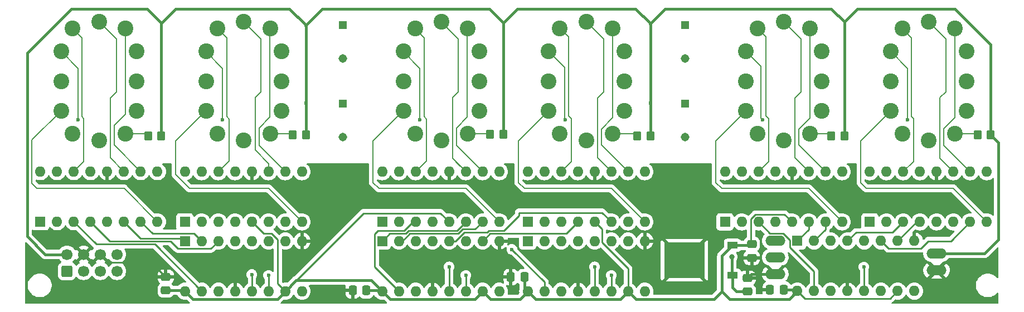
<source format=gtl>
G04 #@! TF.GenerationSoftware,KiCad,Pcbnew,7.0.5*
G04 #@! TF.CreationDate,2023-09-06T13:33:27-04:00*
G04 #@! TF.ProjectId,untitled,756e7469-746c-4656-942e-6b696361645f,rev?*
G04 #@! TF.SameCoordinates,Original*
G04 #@! TF.FileFunction,Copper,L1,Top*
G04 #@! TF.FilePolarity,Positive*
%FSLAX46Y46*%
G04 Gerber Fmt 4.6, Leading zero omitted, Abs format (unit mm)*
G04 Created by KiCad (PCBNEW 7.0.5) date 2023-09-06 13:33:27*
%MOMM*%
%LPD*%
G01*
G04 APERTURE LIST*
G04 Aperture macros list*
%AMRoundRect*
0 Rectangle with rounded corners*
0 $1 Rounding radius*
0 $2 $3 $4 $5 $6 $7 $8 $9 X,Y pos of 4 corners*
0 Add a 4 corners polygon primitive as box body*
4,1,4,$2,$3,$4,$5,$6,$7,$8,$9,$2,$3,0*
0 Add four circle primitives for the rounded corners*
1,1,$1+$1,$2,$3*
1,1,$1+$1,$4,$5*
1,1,$1+$1,$6,$7*
1,1,$1+$1,$8,$9*
0 Add four rect primitives between the rounded corners*
20,1,$1+$1,$2,$3,$4,$5,0*
20,1,$1+$1,$4,$5,$6,$7,0*
20,1,$1+$1,$6,$7,$8,$9,0*
20,1,$1+$1,$8,$9,$2,$3,0*%
G04 Aperture macros list end*
G04 #@! TA.AperFunction,SMDPad,CuDef*
%ADD10RoundRect,0.250000X0.475000X-0.337500X0.475000X0.337500X-0.475000X0.337500X-0.475000X-0.337500X0*%
G04 #@! TD*
G04 #@! TA.AperFunction,ComponentPad*
%ADD11R,1.600000X1.600000*%
G04 #@! TD*
G04 #@! TA.AperFunction,ComponentPad*
%ADD12O,1.600000X1.600000*%
G04 #@! TD*
G04 #@! TA.AperFunction,SMDPad,CuDef*
%ADD13RoundRect,0.250000X0.337500X0.475000X-0.337500X0.475000X-0.337500X-0.475000X0.337500X-0.475000X0*%
G04 #@! TD*
G04 #@! TA.AperFunction,ComponentPad*
%ADD14RoundRect,0.250000X0.600000X-0.600000X0.600000X0.600000X-0.600000X0.600000X-0.600000X-0.600000X0*%
G04 #@! TD*
G04 #@! TA.AperFunction,ComponentPad*
%ADD15C,1.700000*%
G04 #@! TD*
G04 #@! TA.AperFunction,ComponentPad*
%ADD16C,2.400000*%
G04 #@! TD*
G04 #@! TA.AperFunction,SMDPad,CuDef*
%ADD17RoundRect,0.250000X-0.350000X-0.450000X0.350000X-0.450000X0.350000X0.450000X-0.350000X0.450000X0*%
G04 #@! TD*
G04 #@! TA.AperFunction,SMDPad,CuDef*
%ADD18RoundRect,0.250000X-0.475000X0.337500X-0.475000X-0.337500X0.475000X-0.337500X0.475000X0.337500X0*%
G04 #@! TD*
G04 #@! TA.AperFunction,ComponentPad*
%ADD19R,1.308000X1.308000*%
G04 #@! TD*
G04 #@! TA.AperFunction,ComponentPad*
%ADD20C,1.308000*%
G04 #@! TD*
G04 #@! TA.AperFunction,SMDPad,CuDef*
%ADD21R,1.600000X1.000000*%
G04 #@! TD*
G04 #@! TA.AperFunction,SMDPad,CuDef*
%ADD22R,6.200000X5.400000*%
G04 #@! TD*
G04 #@! TA.AperFunction,ComponentPad*
%ADD23O,3.048000X1.524000*%
G04 #@! TD*
G04 #@! TA.AperFunction,ViaPad*
%ADD24C,0.600000*%
G04 #@! TD*
G04 #@! TA.AperFunction,ViaPad*
%ADD25C,0.800000*%
G04 #@! TD*
G04 #@! TA.AperFunction,Conductor*
%ADD26C,0.400000*%
G04 #@! TD*
G04 #@! TA.AperFunction,Conductor*
%ADD27C,0.250000*%
G04 #@! TD*
G04 #@! TA.AperFunction,Conductor*
%ADD28C,0.200000*%
G04 #@! TD*
G04 APERTURE END LIST*
D10*
X95631000Y-114808000D03*
X95631000Y-112733000D03*
D11*
X98552000Y-104394000D03*
D12*
X101092000Y-104394000D03*
X103632000Y-104394000D03*
X106172000Y-104394000D03*
X108712000Y-104394000D03*
X111252000Y-104394000D03*
X113792000Y-104394000D03*
X116332000Y-104394000D03*
X116332000Y-96774000D03*
X113792000Y-96774000D03*
X111252000Y-96774000D03*
X108712000Y-96774000D03*
X106172000Y-96774000D03*
X103632000Y-96774000D03*
X101092000Y-96774000D03*
X98552000Y-96774000D03*
D13*
X150114000Y-112776000D03*
X148039000Y-112776000D03*
D14*
X80645000Y-111887000D03*
D15*
X80645000Y-109347000D03*
X83185000Y-111887000D03*
X83185000Y-109347000D03*
X85725000Y-111887000D03*
X85725000Y-109347000D03*
X88265000Y-111887000D03*
X88265000Y-109347000D03*
D16*
X91251100Y-87503600D03*
X81501100Y-91003600D03*
X79751100Y-87503600D03*
X79751100Y-83003600D03*
X79751100Y-78503600D03*
X81501100Y-75003600D03*
X85501100Y-74003600D03*
X89501100Y-75003600D03*
X91251100Y-78503600D03*
X91251100Y-83003600D03*
X89501100Y-91003600D03*
X85501100Y-92003600D03*
D17*
X144907000Y-91059000D03*
X146907000Y-91059000D03*
D10*
X184658000Y-109855000D03*
X184658000Y-107780000D03*
D13*
X189484000Y-114681000D03*
X187409000Y-114681000D03*
D18*
X184023000Y-112903000D03*
X184023000Y-114978000D03*
D17*
X218948000Y-91186000D03*
X220948000Y-91186000D03*
D16*
X113251100Y-87503600D03*
X103501100Y-91003600D03*
X101751100Y-87503600D03*
X101751100Y-83003600D03*
X101751100Y-78503600D03*
X103501100Y-75003600D03*
X107501100Y-74003600D03*
X111501100Y-75003600D03*
X113251100Y-78503600D03*
X113251100Y-83003600D03*
X111501100Y-91003600D03*
X107501100Y-92003600D03*
D11*
X180594000Y-104394000D03*
D12*
X183134000Y-104394000D03*
X185674000Y-104394000D03*
X188214000Y-104394000D03*
X190754000Y-104394000D03*
X193294000Y-104394000D03*
X195834000Y-104394000D03*
X198374000Y-104394000D03*
X198374000Y-96774000D03*
X195834000Y-96774000D03*
X193294000Y-96774000D03*
X190754000Y-96774000D03*
X188214000Y-96774000D03*
X185674000Y-96774000D03*
X183134000Y-96774000D03*
X180594000Y-96774000D03*
D11*
X128524000Y-104394000D03*
D12*
X131064000Y-104394000D03*
X133604000Y-104394000D03*
X136144000Y-104394000D03*
X138684000Y-104394000D03*
X141224000Y-104394000D03*
X143764000Y-104394000D03*
X146304000Y-104394000D03*
X146304000Y-96774000D03*
X143764000Y-96774000D03*
X141224000Y-96774000D03*
X138684000Y-96774000D03*
X136144000Y-96774000D03*
X133604000Y-96774000D03*
X131064000Y-96774000D03*
X128524000Y-96774000D03*
D13*
X126111000Y-114808000D03*
X124036000Y-114808000D03*
D11*
X202565000Y-104394000D03*
D12*
X205105000Y-104394000D03*
X207645000Y-104394000D03*
X210185000Y-104394000D03*
X212725000Y-104394000D03*
X215265000Y-104394000D03*
X217805000Y-104394000D03*
X220345000Y-104394000D03*
X220345000Y-96774000D03*
X217805000Y-96774000D03*
X215265000Y-96774000D03*
X212725000Y-96774000D03*
X210185000Y-96774000D03*
X207645000Y-96774000D03*
X205105000Y-96774000D03*
X202565000Y-96774000D03*
D19*
X122501100Y-74463600D03*
D20*
X122501100Y-79543600D03*
D21*
X181711000Y-112516000D03*
X181711000Y-107956000D03*
D22*
X174411000Y-110236000D03*
D16*
X195251100Y-87503600D03*
X185501100Y-91003600D03*
X183751100Y-87503600D03*
X183751100Y-83003600D03*
X183751100Y-78503600D03*
X185501100Y-75003600D03*
X189501100Y-74003600D03*
X193501100Y-75003600D03*
X195251100Y-78503600D03*
X195251100Y-83003600D03*
X193501100Y-91003600D03*
X189501100Y-92003600D03*
D17*
X167259000Y-91313000D03*
X169259000Y-91313000D03*
D16*
X217251100Y-87503600D03*
X207501100Y-91003600D03*
X205751100Y-87503600D03*
X205751100Y-83003600D03*
X205751100Y-78503600D03*
X207501100Y-75003600D03*
X211501100Y-74003600D03*
X215501100Y-75003600D03*
X217251100Y-78503600D03*
X217251100Y-83003600D03*
X215501100Y-91003600D03*
X211501100Y-92003600D03*
D17*
X114935000Y-91186000D03*
X116935000Y-91186000D03*
D16*
X165251100Y-87503600D03*
X155501100Y-91003600D03*
X153751100Y-87503600D03*
X153751100Y-83003600D03*
X153751100Y-78503600D03*
X155501100Y-75003600D03*
X159501100Y-74003600D03*
X163501100Y-75003600D03*
X165251100Y-78503600D03*
X165251100Y-83003600D03*
X163501100Y-91003600D03*
X159501100Y-92003600D03*
D11*
X76596000Y-104384000D03*
D12*
X79136000Y-104384000D03*
X81676000Y-104384000D03*
X84216000Y-104384000D03*
X86756000Y-104384000D03*
X89296000Y-104384000D03*
X91836000Y-104384000D03*
X94376000Y-104384000D03*
X94376000Y-96764000D03*
X91836000Y-96764000D03*
X89296000Y-96764000D03*
X86756000Y-96764000D03*
X84216000Y-96764000D03*
X81676000Y-96764000D03*
X79136000Y-96764000D03*
X76596000Y-96764000D03*
D11*
X150622000Y-104394000D03*
D12*
X153162000Y-104394000D03*
X155702000Y-104394000D03*
X158242000Y-104394000D03*
X160782000Y-104394000D03*
X163322000Y-104394000D03*
X165862000Y-104394000D03*
X168402000Y-104394000D03*
X168402000Y-96774000D03*
X165862000Y-96774000D03*
X163322000Y-96774000D03*
X160782000Y-96774000D03*
X158242000Y-96774000D03*
X155702000Y-96774000D03*
X153162000Y-96774000D03*
X150622000Y-96774000D03*
D17*
X196723000Y-91313000D03*
X198723000Y-91313000D03*
D16*
X143251100Y-87503600D03*
X133501100Y-91003600D03*
X131751100Y-87503600D03*
X131751100Y-83003600D03*
X131751100Y-78503600D03*
X133501100Y-75003600D03*
X137501100Y-74003600D03*
X141501100Y-75003600D03*
X143251100Y-78503600D03*
X143251100Y-83003600D03*
X141501100Y-91003600D03*
X137501100Y-92003600D03*
D19*
X174501100Y-74463600D03*
D20*
X174501100Y-79543600D03*
D19*
X122501100Y-86463600D03*
D20*
X122501100Y-91543600D03*
D17*
X92964000Y-91313000D03*
X94964000Y-91313000D03*
D19*
X174501100Y-86463600D03*
D20*
X174501100Y-91543600D03*
D11*
X150622000Y-107315000D03*
D12*
X153162000Y-107315000D03*
X155702000Y-107315000D03*
X158242000Y-107315000D03*
X160782000Y-107315000D03*
X163322000Y-107315000D03*
X165862000Y-107315000D03*
X168402000Y-107315000D03*
X168402000Y-114935000D03*
X165862000Y-114935000D03*
X163322000Y-114935000D03*
X160782000Y-114935000D03*
X158242000Y-114935000D03*
X155702000Y-114935000D03*
X153162000Y-114935000D03*
X150622000Y-114935000D03*
D11*
X128524000Y-107315000D03*
D12*
X131064000Y-107315000D03*
X133604000Y-107315000D03*
X136144000Y-107315000D03*
X138684000Y-107315000D03*
X141224000Y-107315000D03*
X143764000Y-107315000D03*
X146304000Y-107315000D03*
X146304000Y-114935000D03*
X143764000Y-114935000D03*
X141224000Y-114935000D03*
X138684000Y-114935000D03*
X136144000Y-114935000D03*
X133604000Y-114935000D03*
X131064000Y-114935000D03*
X128524000Y-114935000D03*
D11*
X98567000Y-107315000D03*
D12*
X101107000Y-107315000D03*
X103647000Y-107315000D03*
X106187000Y-107315000D03*
X108727000Y-107315000D03*
X111267000Y-107315000D03*
X113807000Y-107315000D03*
X116347000Y-107315000D03*
X116347000Y-114935000D03*
X113807000Y-114935000D03*
X111267000Y-114935000D03*
X108727000Y-114935000D03*
X106187000Y-114935000D03*
X103647000Y-114935000D03*
X101107000Y-114935000D03*
X98567000Y-114935000D03*
D23*
X188225000Y-112310000D03*
X212725000Y-111760000D03*
X212725000Y-109220000D03*
X188225000Y-109770000D03*
X188225000Y-107230000D03*
D11*
X191566800Y-107289600D03*
D12*
X194106800Y-107289600D03*
X196646800Y-107289600D03*
X199186800Y-107289600D03*
X201726800Y-107289600D03*
X204266800Y-107289600D03*
X206806800Y-107289600D03*
X209346800Y-107289600D03*
X209346800Y-114909600D03*
X206806800Y-114909600D03*
X204266800Y-114909600D03*
X201726800Y-114909600D03*
X199186800Y-114909600D03*
X196646800Y-114909600D03*
X194106800Y-114909600D03*
X191566800Y-114909600D03*
D24*
X82296000Y-88900000D03*
X104267000Y-88900000D03*
X134239000Y-88900000D03*
X156337000Y-88900000D03*
X186309000Y-88900000D03*
X208280000Y-88900000D03*
X148209000Y-108578500D03*
X115951000Y-100457000D03*
X207772000Y-101727000D03*
X197739000Y-100076000D03*
X156718000Y-101219000D03*
X133731000Y-101092000D03*
X92964000Y-99695000D03*
X184404000Y-101092000D03*
X121412000Y-115189000D03*
X211836000Y-115189000D03*
X122301000Y-97409000D03*
X218440000Y-99822000D03*
X118999000Y-107061000D03*
X206502000Y-111379000D03*
X148336000Y-115062000D03*
X77470000Y-106807000D03*
X102362000Y-101092000D03*
X174244000Y-97409000D03*
X146685000Y-100330000D03*
X168021000Y-100330000D03*
D25*
X181610000Y-109728000D03*
D24*
X116950302Y-86346694D03*
X116935000Y-74517000D03*
X169259000Y-86360000D03*
X169259000Y-74263000D03*
X111252000Y-112522000D03*
X163322000Y-112522000D03*
X141224000Y-112522000D03*
X108712000Y-112395000D03*
X138684000Y-111223000D03*
X160782000Y-111223000D03*
X201676000Y-111252000D03*
D26*
X184616000Y-112310000D02*
X188225000Y-112310000D01*
X184023000Y-112903000D02*
X184616000Y-112310000D01*
X182288000Y-114978000D02*
X184023000Y-114978000D01*
X181711000Y-114401000D02*
X182288000Y-114978000D01*
X181711000Y-112516000D02*
X181711000Y-114401000D01*
D27*
X86900000Y-110522000D02*
X85725000Y-109347000D01*
X93420000Y-110522000D02*
X86900000Y-110522000D01*
X95631000Y-112733000D02*
X93420000Y-110522000D01*
D26*
X95631000Y-114808000D02*
X98440000Y-114808000D01*
X98440000Y-114808000D02*
X98567000Y-114935000D01*
X196723000Y-72009000D02*
X195707000Y-72009000D01*
X198723000Y-74009000D02*
X196723000Y-72009000D01*
X172974000Y-72009000D02*
X195707000Y-72009000D01*
X167005000Y-72009000D02*
X166497000Y-72009000D01*
X169259000Y-74263000D02*
X167005000Y-72009000D01*
X149987000Y-72009000D02*
X166497000Y-72009000D01*
X146907000Y-74136000D02*
X144780000Y-72009000D01*
X119507000Y-72009000D02*
X143891000Y-72009000D01*
X144780000Y-72009000D02*
X143891000Y-72009000D01*
X116935000Y-74517000D02*
X114427000Y-72009000D01*
X99949000Y-72009000D02*
X113792000Y-72009000D01*
X114427000Y-72009000D02*
X113792000Y-72009000D01*
X94964000Y-74136000D02*
X92837000Y-72009000D01*
X92837000Y-72009000D02*
X81280000Y-72009000D01*
X94964000Y-74200000D02*
X94964000Y-74136000D01*
X94964000Y-74200000D02*
X97155000Y-72009000D01*
X97155000Y-72009000D02*
X99949000Y-72009000D01*
X94964000Y-91313000D02*
X94964000Y-74200000D01*
D27*
X161907000Y-107551000D02*
X161907000Y-105519000D01*
X190754000Y-104394000D02*
X189629000Y-103269000D01*
X138684000Y-104394000D02*
X137359000Y-103069000D01*
X206806800Y-114909600D02*
X205681800Y-116034600D01*
D26*
X126111000Y-114808000D02*
X128397000Y-114808000D01*
X190366800Y-116109600D02*
X191566800Y-114909600D01*
D27*
X161907000Y-105519000D02*
X160782000Y-104394000D01*
D26*
X178886000Y-116135000D02*
X167062000Y-116135000D01*
X143764000Y-114935000D02*
X142564000Y-116135000D01*
D27*
X189629000Y-103269000D02*
X185208009Y-103269000D01*
X165862000Y-114935000D02*
X165862000Y-111506000D01*
D26*
X150114000Y-114427000D02*
X150622000Y-114935000D01*
X112607000Y-116135000D02*
X113807000Y-114935000D01*
D27*
X111732991Y-106190000D02*
X112649000Y-107106009D01*
D26*
X151822000Y-116135000D02*
X164662000Y-116135000D01*
X126873000Y-113284000D02*
X115458000Y-113284000D01*
X98567000Y-114935000D02*
X99767000Y-116135000D01*
X150622000Y-114935000D02*
X151822000Y-116135000D01*
D27*
X205681800Y-116034600D02*
X192691800Y-116034600D01*
D26*
X180086000Y-109581000D02*
X180086000Y-114935000D01*
D27*
X185208009Y-103269000D02*
X184531000Y-103946009D01*
D26*
X189484000Y-114681000D02*
X191338200Y-114681000D01*
D27*
X184531000Y-107653000D02*
X184658000Y-107780000D01*
D26*
X181711000Y-107956000D02*
X180086000Y-109581000D01*
D27*
X110508000Y-106190000D02*
X111732991Y-106190000D01*
X184482000Y-107956000D02*
X184658000Y-107780000D01*
X192691800Y-116034600D02*
X191566800Y-114909600D01*
D26*
X180086000Y-114935000D02*
X181260600Y-116109600D01*
X149422000Y-116135000D02*
X144964000Y-116135000D01*
X181260600Y-116109600D02*
X190366800Y-116109600D01*
X144964000Y-116135000D02*
X143764000Y-114935000D01*
D27*
X108712000Y-104394000D02*
X110508000Y-106190000D01*
X125673000Y-103069000D02*
X113807000Y-114935000D01*
X112649000Y-113777000D02*
X113807000Y-114935000D01*
X184531000Y-103946009D02*
X184531000Y-107653000D01*
D26*
X115458000Y-113284000D02*
X113807000Y-114935000D01*
X191338200Y-114681000D02*
X191566800Y-114909600D01*
X99767000Y-116135000D02*
X112607000Y-116135000D01*
D27*
X137359000Y-103069000D02*
X125673000Y-103069000D01*
D26*
X128524000Y-114935000D02*
X126873000Y-113284000D01*
X129724000Y-116135000D02*
X128524000Y-114935000D01*
X150622000Y-114935000D02*
X149422000Y-116135000D01*
X128397000Y-114808000D02*
X128524000Y-114935000D01*
X164662000Y-116135000D02*
X165862000Y-114935000D01*
X181711000Y-107956000D02*
X184482000Y-107956000D01*
D27*
X112649000Y-107106009D02*
X112649000Y-113777000D01*
X165862000Y-111506000D02*
X161907000Y-107551000D01*
D26*
X142564000Y-116135000D02*
X129724000Y-116135000D01*
X167062000Y-116135000D02*
X165862000Y-114935000D01*
X150114000Y-112776000D02*
X150114000Y-114427000D01*
X180086000Y-114935000D02*
X178886000Y-116135000D01*
D28*
X89306000Y-99314000D02*
X76073000Y-99314000D01*
X94376000Y-104384000D02*
X89306000Y-99314000D01*
X79751100Y-87503600D02*
X75296000Y-91958700D01*
X75296000Y-98537000D02*
X76073000Y-99314000D01*
X75296000Y-91958700D02*
X75296000Y-98537000D01*
X89501100Y-75003600D02*
X89501100Y-88044900D01*
X87801100Y-92729100D02*
X91836000Y-96764000D01*
X87801100Y-89744900D02*
X87801100Y-92729100D01*
X89501100Y-88044900D02*
X87801100Y-89744900D01*
X87201100Y-85548900D02*
X88138000Y-84612000D01*
X88138000Y-84612000D02*
X88138000Y-76640500D01*
X88138000Y-76640500D02*
X85501100Y-74003600D01*
X87201100Y-94669100D02*
X87201100Y-85548900D01*
X89296000Y-96764000D02*
X87201100Y-94669100D01*
X82317057Y-88878943D02*
X82317057Y-81069557D01*
X82317057Y-81069557D02*
X79751100Y-78503600D01*
X82296000Y-88900000D02*
X82317057Y-88878943D01*
X82917057Y-88389686D02*
X82917057Y-76419557D01*
X81676000Y-96764000D02*
X83201100Y-95238900D01*
X82917057Y-76419557D02*
X81501100Y-75003600D01*
X83201100Y-95238900D02*
X83201100Y-88673729D01*
X83201100Y-88673729D02*
X82917057Y-88389686D01*
X111252000Y-99314000D02*
X116332000Y-104394000D01*
X99253522Y-99314000D02*
X111252000Y-99314000D01*
X97155000Y-97215478D02*
X99253522Y-99314000D01*
X97155000Y-92070700D02*
X97155000Y-97215478D01*
X101722100Y-87503600D02*
X97155000Y-92070700D01*
X111472100Y-88478768D02*
X109801100Y-90149768D01*
X109801100Y-92758100D02*
X113807000Y-96764000D01*
X109801100Y-90149768D02*
X109801100Y-92758100D01*
X111472100Y-75003600D02*
X111472100Y-88478768D01*
X109201100Y-93490900D02*
X109201100Y-85519900D01*
X111252000Y-95541800D02*
X111252000Y-96774000D01*
X110109000Y-76640500D02*
X107472100Y-74003600D01*
X109201100Y-93490900D02*
X111252000Y-95541800D01*
X110109000Y-84612000D02*
X110109000Y-76640500D01*
X109201100Y-85519900D02*
X110109000Y-84612000D01*
X104267000Y-88900000D02*
X104288057Y-88878943D01*
X104288057Y-81069557D02*
X101722100Y-78503600D01*
X104288057Y-88878943D02*
X104288057Y-81069557D01*
X104888057Y-88389686D02*
X104888057Y-76419557D01*
X105283000Y-95128000D02*
X105283000Y-88784629D01*
X103647000Y-96764000D02*
X105283000Y-95128000D01*
X104888057Y-76419557D02*
X103472100Y-75003600D01*
X105283000Y-88784629D02*
X104888057Y-88389686D01*
X127127000Y-98425000D02*
X128016000Y-99314000D01*
X141224000Y-99314000D02*
X128016000Y-99314000D01*
X131694100Y-87503600D02*
X127127000Y-92070700D01*
X127127000Y-92070700D02*
X127127000Y-98425000D01*
X146304000Y-104394000D02*
X141224000Y-99314000D01*
X141444100Y-75003600D02*
X141444100Y-88485100D01*
X141444100Y-88485100D02*
X139801100Y-90128100D01*
X139801100Y-92786100D02*
X143779000Y-96764000D01*
X139801100Y-90128100D02*
X139801100Y-92786100D01*
X141239000Y-96764000D02*
X139744100Y-95269100D01*
X140081000Y-84612000D02*
X140081000Y-76640500D01*
X139744100Y-95294100D02*
X139744100Y-95269100D01*
X141224000Y-96774000D02*
X139744100Y-95294100D01*
X139201100Y-85491900D02*
X140081000Y-84612000D01*
X140081000Y-76640500D02*
X137444100Y-74003600D01*
X139744100Y-95269100D02*
X139201100Y-94726100D01*
X139201100Y-94726100D02*
X139201100Y-85491900D01*
X134260057Y-88878943D02*
X134260057Y-81069557D01*
X134239000Y-88900000D02*
X134260057Y-88878943D01*
X134260057Y-81069557D02*
X131694100Y-78503600D01*
X133619000Y-96764000D02*
X135255000Y-95128000D01*
X134860057Y-88389686D02*
X134860057Y-76419557D01*
X135255000Y-95128000D02*
X135255000Y-88784629D01*
X134860057Y-76419557D02*
X133444100Y-75003600D01*
X135255000Y-88784629D02*
X134860057Y-88389686D01*
X149225000Y-98425000D02*
X150114000Y-99314000D01*
X163322000Y-99314000D02*
X150114000Y-99314000D01*
X168402000Y-104394000D02*
X163322000Y-99314000D01*
X153792100Y-87503600D02*
X149225000Y-92070700D01*
X149225000Y-92070700D02*
X149225000Y-98425000D01*
X161801100Y-90299436D02*
X161801100Y-92688100D01*
X163542100Y-75003600D02*
X163542100Y-88558436D01*
X163542100Y-88558436D02*
X161801100Y-90299436D01*
X161801100Y-92688100D02*
X165877000Y-96764000D01*
X162179000Y-76640500D02*
X159542100Y-74003600D01*
X161201100Y-85589900D02*
X162179000Y-84612000D01*
X162179000Y-84612000D02*
X162179000Y-76640500D01*
X161201100Y-94653100D02*
X163322000Y-96774000D01*
X161201100Y-85589900D02*
X161201100Y-94653100D01*
X156210000Y-88773000D02*
X156210000Y-80921500D01*
X156210000Y-80921500D02*
X153792100Y-78503600D01*
X156337000Y-88900000D02*
X156210000Y-88773000D01*
X156845000Y-88276629D02*
X156845000Y-76306500D01*
X157242100Y-88673729D02*
X156845000Y-88276629D01*
X155717000Y-96764000D02*
X157242100Y-95238900D01*
X156845000Y-76306500D02*
X155542100Y-75003600D01*
X157242100Y-95238900D02*
X157242100Y-88673729D01*
X183764100Y-87503600D02*
X179197000Y-92070700D01*
X179197000Y-98425000D02*
X180086000Y-99314000D01*
X179197000Y-92070700D02*
X179197000Y-98425000D01*
X198374000Y-104394000D02*
X193294000Y-99314000D01*
X193294000Y-99314000D02*
X180086000Y-99314000D01*
X191801100Y-90299436D02*
X191801100Y-92716100D01*
X191801100Y-92716100D02*
X195849000Y-96764000D01*
X193514100Y-88599436D02*
X192809936Y-89303600D01*
X192796936Y-89303600D02*
X191801100Y-90299436D01*
X193514100Y-75003600D02*
X193514100Y-88599436D01*
X192809936Y-89303600D02*
X192796936Y-89303600D01*
X192151000Y-84612000D02*
X192151000Y-76640500D01*
X192151000Y-76640500D02*
X189514100Y-74003600D01*
X191201100Y-85561900D02*
X192151000Y-84612000D01*
X191201100Y-94656100D02*
X191201100Y-85561900D01*
X193309000Y-96764000D02*
X191201100Y-94656100D01*
X186055000Y-80794500D02*
X183764100Y-78503600D01*
X186309000Y-88900000D02*
X186055000Y-88646000D01*
X186055000Y-88646000D02*
X186055000Y-80794500D01*
X185689000Y-96764000D02*
X187214100Y-95238900D01*
X186817000Y-76306500D02*
X185514100Y-75003600D01*
X186817000Y-88276629D02*
X186817000Y-76306500D01*
X187214100Y-88673729D02*
X186817000Y-88276629D01*
X187214100Y-95238900D02*
X187214100Y-88673729D01*
X201168000Y-92070700D02*
X201168000Y-98425000D01*
X220345000Y-104394000D02*
X215265000Y-99314000D01*
X201168000Y-98425000D02*
X202057000Y-99314000D01*
X215265000Y-99314000D02*
X202057000Y-99314000D01*
X205735100Y-87503600D02*
X201168000Y-92070700D01*
X215485100Y-75003600D02*
X215485100Y-88583436D01*
X213801100Y-90267436D02*
X213801100Y-92745100D01*
X215485100Y-88583436D02*
X213801100Y-90267436D01*
X213801100Y-92745100D02*
X217820000Y-96764000D01*
X215280000Y-96764000D02*
X213201100Y-94685100D01*
X214122000Y-76640500D02*
X211485100Y-74003600D01*
X213201100Y-94685100D02*
X213201100Y-85532900D01*
X214122000Y-84612000D02*
X214122000Y-76640500D01*
X213201100Y-85532900D02*
X214122000Y-84612000D01*
X208280000Y-88900000D02*
X208301057Y-88878943D01*
X208301057Y-88878943D02*
X208301057Y-81069557D01*
X208301057Y-81069557D02*
X205735100Y-78503600D01*
X208901057Y-76419557D02*
X207485100Y-75003600D01*
X207660000Y-96764000D02*
X209201100Y-95222900D01*
X209201100Y-88689729D02*
X208901057Y-88389686D01*
X209201100Y-95222900D02*
X209201100Y-88689729D01*
X208901057Y-88389686D02*
X208901057Y-76419557D01*
X92964000Y-91313000D02*
X92654600Y-91003600D01*
X92654600Y-91003600D02*
X89501100Y-91003600D01*
X114752600Y-91003600D02*
X111501100Y-91003600D01*
X114935000Y-91186000D02*
X114752600Y-91003600D01*
X144851600Y-91003600D02*
X141501100Y-91003600D01*
X144907000Y-91059000D02*
X144851600Y-91003600D01*
X167259000Y-91313000D02*
X166949600Y-91003600D01*
X166949600Y-91003600D02*
X163501100Y-91003600D01*
X196723000Y-91313000D02*
X196413600Y-91003600D01*
X196413600Y-91003600D02*
X193501100Y-91003600D01*
X218765600Y-91003600D02*
X215501100Y-91003600D01*
X218948000Y-91186000D02*
X218765600Y-91003600D01*
D27*
X148209000Y-108578500D02*
X153162000Y-113531500D01*
X153162000Y-113531500D02*
X153162000Y-114935000D01*
X85083000Y-107791000D02*
X81676000Y-104384000D01*
X101107000Y-114935000D02*
X93963000Y-107791000D01*
X93963000Y-107791000D02*
X85083000Y-107791000D01*
X84216000Y-104384000D02*
X87173000Y-107341000D01*
X102504000Y-108458000D02*
X103647000Y-107315000D01*
X87173000Y-107341000D02*
X96343000Y-107341000D01*
X97460000Y-108458000D02*
X102504000Y-108458000D01*
X96343000Y-107341000D02*
X97460000Y-108458000D01*
X89296000Y-104384000D02*
X91803000Y-106891000D01*
X91803000Y-106891000D02*
X98143000Y-106891000D01*
X98143000Y-106891000D02*
X98567000Y-107315000D01*
X93624000Y-106172000D02*
X99964000Y-106172000D01*
X91836000Y-104384000D02*
X93624000Y-106172000D01*
X99964000Y-106172000D02*
X101107000Y-107315000D01*
X133604000Y-104394000D02*
X133220208Y-104394000D01*
X127849000Y-105740000D02*
X127381000Y-106208000D01*
X127381000Y-111252000D02*
X131064000Y-114935000D01*
X131874208Y-105740000D02*
X127849000Y-105740000D01*
X127381000Y-106208000D02*
X127381000Y-111252000D01*
X133220208Y-104394000D02*
X131874208Y-105740000D01*
X128524000Y-107315000D02*
X129649000Y-106190000D01*
X139899000Y-105719000D02*
X141224000Y-104394000D01*
X132060604Y-106190000D02*
X132531604Y-105719000D01*
X132531604Y-105719000D02*
X139899000Y-105719000D01*
X129649000Y-106190000D02*
X132060604Y-106190000D01*
X132718000Y-106169000D02*
X140085396Y-106169000D01*
X140735396Y-105519000D02*
X142639000Y-105519000D01*
X140085396Y-106169000D02*
X140735396Y-105519000D01*
X142639000Y-105519000D02*
X143764000Y-104394000D01*
X131572000Y-107315000D02*
X132718000Y-106169000D01*
X131064000Y-107315000D02*
X131572000Y-107315000D01*
X144889000Y-106190000D02*
X143764000Y-107315000D01*
X158242000Y-104394000D02*
X156446000Y-106190000D01*
X156446000Y-106190000D02*
X144889000Y-106190000D01*
X146990000Y-105740000D02*
X149297000Y-103433000D01*
X144702604Y-105740000D02*
X146990000Y-105740000D01*
X149297000Y-102997000D02*
X161925000Y-102997000D01*
X138684000Y-107315000D02*
X139633009Y-107315000D01*
X149297000Y-103433000D02*
X149297000Y-102997000D01*
X161925000Y-102997000D02*
X163322000Y-104394000D01*
X144473604Y-105969000D02*
X144702604Y-105740000D01*
X139633009Y-107315000D02*
X140979009Y-105969000D01*
X140979009Y-105969000D02*
X144473604Y-105969000D01*
X190441800Y-108272800D02*
X194106800Y-111937800D01*
X194106800Y-111937800D02*
X194106800Y-114909600D01*
X189437250Y-106143000D02*
X190441800Y-107147550D01*
X185674000Y-104394000D02*
X187423000Y-106143000D01*
X187423000Y-106143000D02*
X189437250Y-106143000D01*
X190441800Y-107147550D02*
X190441800Y-108272800D01*
X193294000Y-105562400D02*
X191566800Y-107289600D01*
X193294000Y-104394000D02*
X193294000Y-105562400D01*
X195834000Y-105562400D02*
X194106800Y-107289600D01*
X195834000Y-104394000D02*
X195834000Y-105562400D01*
X200492800Y-105983600D02*
X206055400Y-105983600D01*
X206055400Y-105983600D02*
X207645000Y-104394000D01*
X199186800Y-107289600D02*
X200492800Y-105983600D01*
X209702400Y-104394000D02*
X210185000Y-104394000D01*
X206806800Y-107289600D02*
X209702400Y-104394000D01*
X204266800Y-107289600D02*
X205391800Y-108414600D01*
X210355400Y-108414600D02*
X211455000Y-107315000D01*
X211455000Y-107315000D02*
X214884000Y-107315000D01*
X205391800Y-108414600D02*
X210355400Y-108414600D01*
X214884000Y-107315000D02*
X217805000Y-104394000D01*
D26*
X181610000Y-109728000D02*
X181610000Y-112415000D01*
X181610000Y-112415000D02*
X181711000Y-112516000D01*
X169259000Y-86360000D02*
X169259000Y-91313000D01*
X222123000Y-107061000D02*
X222123000Y-92361000D01*
X77343000Y-109347000D02*
X80645000Y-109347000D01*
X81280000Y-72009000D02*
X74596000Y-78693000D01*
X200660000Y-72009000D02*
X215519000Y-72009000D01*
X220948000Y-77438000D02*
X220948000Y-91186000D01*
X169259000Y-74263000D02*
X171513000Y-72009000D01*
X222123000Y-92361000D02*
X220948000Y-91186000D01*
X74596000Y-78693000D02*
X74596000Y-106600000D01*
X149034000Y-72009000D02*
X149987000Y-72009000D01*
X200660000Y-72072000D02*
X200660000Y-72009000D01*
X116935000Y-74517000D02*
X116935000Y-91186000D01*
X116935000Y-74517000D02*
X119443000Y-72009000D01*
X198723000Y-74009000D02*
X198723000Y-91313000D01*
X219964000Y-109220000D02*
X222123000Y-107061000D01*
X169259000Y-74263000D02*
X169259000Y-86360000D01*
X171513000Y-72009000D02*
X172974000Y-72009000D01*
X215519000Y-72009000D02*
X220948000Y-77438000D01*
X119443000Y-72009000D02*
X119507000Y-72009000D01*
X146907000Y-74136000D02*
X146907000Y-91059000D01*
X198723000Y-74009000D02*
X200660000Y-72072000D01*
X212725000Y-109220000D02*
X219964000Y-109220000D01*
X74596000Y-106600000D02*
X77343000Y-109347000D01*
X146907000Y-74136000D02*
X149034000Y-72009000D01*
D27*
X111267000Y-114935000D02*
X111267000Y-112537000D01*
X111267000Y-112537000D02*
X111252000Y-112522000D01*
X141224000Y-114935000D02*
X141224000Y-112522000D01*
X163322000Y-114935000D02*
X163322000Y-112522000D01*
X108727000Y-114935000D02*
X108727000Y-112410000D01*
X138684000Y-114935000D02*
X138684000Y-111223000D01*
X160782000Y-114935000D02*
X160782000Y-111223000D01*
X201726800Y-111302800D02*
X201726800Y-114909600D01*
X201676000Y-111252000D02*
X201726800Y-111302800D01*
X108727000Y-112410000D02*
X108712000Y-112395000D01*
G04 #@! TA.AperFunction,Conductor*
G36*
X74500203Y-107495306D02*
G01*
X74506681Y-107501338D01*
X76831399Y-109826056D01*
X76833935Y-109828750D01*
X76875071Y-109875183D01*
X76926130Y-109910427D01*
X76929101Y-109912613D01*
X76977944Y-109950878D01*
X76977947Y-109950880D01*
X76977946Y-109950880D01*
X76987177Y-109955034D01*
X77006731Y-109966062D01*
X77015066Y-109971816D01*
X77015068Y-109971816D01*
X77015070Y-109971818D01*
X77073079Y-109993817D01*
X77076476Y-109995224D01*
X77123770Y-110016509D01*
X77133064Y-110020693D01*
X77133065Y-110020693D01*
X77133069Y-110020695D01*
X77143034Y-110022521D01*
X77164656Y-110028548D01*
X77167777Y-110029731D01*
X77174128Y-110032140D01*
X77219251Y-110037618D01*
X77235674Y-110039613D01*
X77239371Y-110040175D01*
X77300394Y-110051358D01*
X77355752Y-110048009D01*
X77362303Y-110047613D01*
X77366048Y-110047500D01*
X79422289Y-110047500D01*
X79489328Y-110067185D01*
X79523864Y-110100377D01*
X79606505Y-110218402D01*
X79696275Y-110308171D01*
X79773599Y-110385495D01*
X79773604Y-110385499D01*
X79774968Y-110386643D01*
X79775407Y-110387303D01*
X79777427Y-110389323D01*
X79777021Y-110389728D01*
X79813669Y-110444815D01*
X79814776Y-110514676D01*
X79777937Y-110574046D01*
X79734267Y-110599336D01*
X79725669Y-110602184D01*
X79725663Y-110602187D01*
X79576342Y-110694289D01*
X79452289Y-110818342D01*
X79360187Y-110967663D01*
X79360185Y-110967668D01*
X79343761Y-111017232D01*
X79305001Y-111134203D01*
X79305001Y-111134204D01*
X79305000Y-111134204D01*
X79294500Y-111236983D01*
X79294500Y-112537001D01*
X79294501Y-112537018D01*
X79305000Y-112639796D01*
X79305001Y-112639799D01*
X79360185Y-112806331D01*
X79360187Y-112806336D01*
X79375353Y-112830924D01*
X79452288Y-112955656D01*
X79576344Y-113079712D01*
X79725666Y-113171814D01*
X79892203Y-113226999D01*
X79994991Y-113237500D01*
X81295008Y-113237499D01*
X81397797Y-113226999D01*
X81564334Y-113171814D01*
X81713656Y-113079712D01*
X81837712Y-112955656D01*
X81929814Y-112806334D01*
X81932662Y-112797738D01*
X81972429Y-112740294D01*
X82036944Y-112713468D01*
X82105720Y-112725779D01*
X82142483Y-112754766D01*
X82142677Y-112754573D01*
X82144313Y-112756209D01*
X82145354Y-112757030D01*
X82146501Y-112758397D01*
X82146505Y-112758401D01*
X82313599Y-112925495D01*
X82395725Y-112983000D01*
X82507165Y-113061032D01*
X82507167Y-113061033D01*
X82507170Y-113061035D01*
X82721337Y-113160903D01*
X82949592Y-113222063D01*
X83126034Y-113237500D01*
X83184999Y-113242659D01*
X83185000Y-113242659D01*
X83185001Y-113242659D01*
X83243966Y-113237500D01*
X83420408Y-113222063D01*
X83648663Y-113160903D01*
X83862830Y-113061035D01*
X84056401Y-112925495D01*
X84223495Y-112758401D01*
X84353424Y-112572842D01*
X84408002Y-112529217D01*
X84477500Y-112522023D01*
X84539855Y-112553546D01*
X84556575Y-112572842D01*
X84686500Y-112758395D01*
X84686505Y-112758401D01*
X84853599Y-112925495D01*
X84935725Y-112983000D01*
X85047165Y-113061032D01*
X85047167Y-113061033D01*
X85047170Y-113061035D01*
X85261337Y-113160903D01*
X85489592Y-113222063D01*
X85666034Y-113237500D01*
X85724999Y-113242659D01*
X85725000Y-113242659D01*
X85725001Y-113242659D01*
X85783966Y-113237500D01*
X85960408Y-113222063D01*
X86188663Y-113160903D01*
X86402830Y-113061035D01*
X86596401Y-112925495D01*
X86763495Y-112758401D01*
X86893424Y-112572842D01*
X86948002Y-112529217D01*
X87017500Y-112522023D01*
X87079855Y-112553546D01*
X87096575Y-112572842D01*
X87226500Y-112758395D01*
X87226505Y-112758401D01*
X87393599Y-112925495D01*
X87475725Y-112983000D01*
X87587165Y-113061032D01*
X87587167Y-113061033D01*
X87587170Y-113061035D01*
X87801337Y-113160903D01*
X88029592Y-113222063D01*
X88206034Y-113237500D01*
X88264999Y-113242659D01*
X88265000Y-113242659D01*
X88265001Y-113242659D01*
X88323966Y-113237500D01*
X88500408Y-113222063D01*
X88728663Y-113160903D01*
X88942830Y-113061035D01*
X89136401Y-112925495D01*
X89303495Y-112758401D01*
X89439035Y-112564830D01*
X89477193Y-112483000D01*
X94406000Y-112483000D01*
X95381000Y-112483000D01*
X95381000Y-111645500D01*
X95881000Y-111645500D01*
X95881000Y-112483000D01*
X96855999Y-112483000D01*
X96855999Y-112345528D01*
X96855998Y-112345513D01*
X96845505Y-112242802D01*
X96790358Y-112076380D01*
X96790356Y-112076375D01*
X96698315Y-111927154D01*
X96574345Y-111803184D01*
X96425124Y-111711143D01*
X96425119Y-111711141D01*
X96258697Y-111655994D01*
X96258690Y-111655993D01*
X96155986Y-111645500D01*
X95881000Y-111645500D01*
X95381000Y-111645500D01*
X95106029Y-111645500D01*
X95106012Y-111645501D01*
X95003302Y-111655994D01*
X94836880Y-111711141D01*
X94836875Y-111711143D01*
X94687654Y-111803184D01*
X94563684Y-111927154D01*
X94471643Y-112076375D01*
X94471641Y-112076380D01*
X94416494Y-112242802D01*
X94416493Y-112242809D01*
X94406000Y-112345513D01*
X94406000Y-112483000D01*
X89477193Y-112483000D01*
X89538903Y-112350663D01*
X89600063Y-112122408D01*
X89620659Y-111887000D01*
X89600063Y-111651592D01*
X89538903Y-111423337D01*
X89439035Y-111209171D01*
X89434202Y-111202268D01*
X89303494Y-111015597D01*
X89136402Y-110848506D01*
X89136401Y-110848505D01*
X88974145Y-110734892D01*
X88950841Y-110718574D01*
X88907216Y-110663997D01*
X88900024Y-110594498D01*
X88931546Y-110532144D01*
X88950836Y-110515428D01*
X89136401Y-110385495D01*
X89303495Y-110218401D01*
X89439035Y-110024830D01*
X89538903Y-109810663D01*
X89600063Y-109582408D01*
X89620659Y-109347000D01*
X89600063Y-109111592D01*
X89547461Y-108915275D01*
X89538905Y-108883344D01*
X89538904Y-108883343D01*
X89538903Y-108883337D01*
X89439035Y-108669171D01*
X89434036Y-108662032D01*
X89398740Y-108611623D01*
X89376413Y-108545417D01*
X89393423Y-108477650D01*
X89444371Y-108429837D01*
X89500315Y-108416500D01*
X93652548Y-108416500D01*
X93719587Y-108436185D01*
X93740229Y-108452819D01*
X98709591Y-113422181D01*
X98743076Y-113483504D01*
X98738092Y-113553196D01*
X98696220Y-113609129D01*
X98630756Y-113633546D01*
X98611104Y-113633390D01*
X98567003Y-113629532D01*
X98566998Y-113629532D01*
X98340313Y-113649364D01*
X98340302Y-113649366D01*
X98120511Y-113708258D01*
X98120502Y-113708261D01*
X97914267Y-113804431D01*
X97914265Y-113804432D01*
X97727862Y-113934951D01*
X97692040Y-113970774D01*
X97591631Y-114071182D01*
X97530311Y-114104666D01*
X97503952Y-114107500D01*
X96833088Y-114107500D01*
X96766049Y-114087815D01*
X96727549Y-114048597D01*
X96725790Y-114045745D01*
X96698712Y-114001844D01*
X96574656Y-113877788D01*
X96571342Y-113875743D01*
X96569546Y-113873748D01*
X96568989Y-113873307D01*
X96569064Y-113873211D01*
X96524618Y-113823797D01*
X96513397Y-113754834D01*
X96541240Y-113690752D01*
X96571348Y-113664665D01*
X96574342Y-113662818D01*
X96698315Y-113538845D01*
X96790356Y-113389624D01*
X96790358Y-113389619D01*
X96845505Y-113223197D01*
X96845506Y-113223190D01*
X96855999Y-113120486D01*
X96856000Y-113120473D01*
X96856000Y-112983000D01*
X94406001Y-112983000D01*
X94406001Y-113120486D01*
X94416494Y-113223197D01*
X94471641Y-113389619D01*
X94471643Y-113389624D01*
X94563684Y-113538845D01*
X94687655Y-113662816D01*
X94687659Y-113662819D01*
X94690656Y-113664668D01*
X94692279Y-113666472D01*
X94693323Y-113667298D01*
X94693181Y-113667476D01*
X94737381Y-113716616D01*
X94748602Y-113785579D01*
X94720759Y-113849661D01*
X94690661Y-113875741D01*
X94687349Y-113877783D01*
X94687343Y-113877788D01*
X94563289Y-114001842D01*
X94471187Y-114151163D01*
X94471185Y-114151168D01*
X94443349Y-114235170D01*
X94416001Y-114317703D01*
X94416001Y-114317704D01*
X94416000Y-114317704D01*
X94405500Y-114420483D01*
X94405500Y-115195501D01*
X94405501Y-115195519D01*
X94416000Y-115298296D01*
X94416001Y-115298299D01*
X94471185Y-115464831D01*
X94471186Y-115464834D01*
X94563288Y-115614156D01*
X94687344Y-115738212D01*
X94836666Y-115830314D01*
X95003203Y-115885499D01*
X95105991Y-115896000D01*
X96156008Y-115895999D01*
X96156016Y-115895998D01*
X96156019Y-115895998D01*
X96212302Y-115890248D01*
X96258797Y-115885499D01*
X96425334Y-115830314D01*
X96574656Y-115738212D01*
X96698712Y-115614156D01*
X96727549Y-115567402D01*
X96779497Y-115520679D01*
X96833088Y-115508500D01*
X97320488Y-115508500D01*
X97387527Y-115528185D01*
X97432871Y-115580098D01*
X97436429Y-115587729D01*
X97436430Y-115587731D01*
X97436431Y-115587732D01*
X97436432Y-115587734D01*
X97446504Y-115602119D01*
X97566954Y-115774141D01*
X97727858Y-115935045D01*
X97727861Y-115935047D01*
X97914266Y-116065568D01*
X98120504Y-116161739D01*
X98340308Y-116220635D01*
X98502230Y-116234801D01*
X98566998Y-116240468D01*
X98567000Y-116240468D01*
X98567001Y-116240468D01*
X98585304Y-116238866D01*
X98793692Y-116220635D01*
X98793697Y-116220633D01*
X98798881Y-116220180D01*
X98867381Y-116233946D01*
X98897370Y-116256027D01*
X99255398Y-116614055D01*
X99257950Y-116616767D01*
X99273016Y-116633773D01*
X99302738Y-116697006D01*
X99293554Y-116766269D01*
X99248382Y-116819573D01*
X99181563Y-116839993D01*
X99180201Y-116840000D01*
X74419000Y-116840000D01*
X74351961Y-116820315D01*
X74306206Y-116767511D01*
X74295000Y-116716000D01*
X74295000Y-114180936D01*
X74700600Y-114180936D01*
X74740818Y-114447767D01*
X74740820Y-114447773D01*
X74820362Y-114705641D01*
X74937446Y-114948769D01*
X74937448Y-114948771D01*
X74937449Y-114948774D01*
X75068492Y-115140979D01*
X75089465Y-115171741D01*
X75273010Y-115369557D01*
X75273014Y-115369560D01*
X75273015Y-115369561D01*
X75483998Y-115537815D01*
X75717702Y-115672743D01*
X75968905Y-115771334D01*
X76231997Y-115831383D01*
X76269857Y-115834220D01*
X76433702Y-115846499D01*
X76433721Y-115846499D01*
X76433724Y-115846500D01*
X76433726Y-115846500D01*
X76568474Y-115846500D01*
X76568476Y-115846500D01*
X76568478Y-115846499D01*
X76568497Y-115846499D01*
X76713412Y-115835638D01*
X76770203Y-115831383D01*
X77033295Y-115771334D01*
X77284498Y-115672743D01*
X77518202Y-115537815D01*
X77729185Y-115369561D01*
X77736191Y-115362011D01*
X77798585Y-115294765D01*
X77912735Y-115171741D01*
X78064751Y-114948775D01*
X78078708Y-114919794D01*
X78128524Y-114816349D01*
X78181838Y-114705641D01*
X78261380Y-114447772D01*
X78267421Y-114407697D01*
X78301599Y-114180936D01*
X78301600Y-114180927D01*
X78301600Y-113911072D01*
X78301599Y-113911063D01*
X78261381Y-113644232D01*
X78261379Y-113644226D01*
X78181838Y-113386359D01*
X78064751Y-113143226D01*
X77912735Y-112920259D01*
X77892047Y-112897963D01*
X77729189Y-112722442D01*
X77665108Y-112671339D01*
X77518202Y-112554185D01*
X77284498Y-112419257D01*
X77284496Y-112419256D01*
X77033295Y-112320666D01*
X77033288Y-112320664D01*
X76770200Y-112260616D01*
X76568497Y-112245500D01*
X76568476Y-112245500D01*
X76433724Y-112245500D01*
X76433702Y-112245500D01*
X76231999Y-112260616D01*
X75968911Y-112320664D01*
X75968904Y-112320666D01*
X75717703Y-112419256D01*
X75717699Y-112419258D01*
X75483998Y-112554185D01*
X75273010Y-112722442D01*
X75089465Y-112920258D01*
X74937445Y-113143231D01*
X74937444Y-113143232D01*
X74820363Y-113386355D01*
X74740820Y-113644226D01*
X74740818Y-113644232D01*
X74700600Y-113911063D01*
X74700600Y-114180936D01*
X74295000Y-114180936D01*
X74295000Y-107589019D01*
X74314685Y-107521980D01*
X74367489Y-107476225D01*
X74436647Y-107466281D01*
X74500203Y-107495306D01*
G37*
G04 #@! TD.AperFunction*
G04 #@! TA.AperFunction,Conductor*
G36*
X122919196Y-114004185D02*
G01*
X122964951Y-114056989D01*
X122974895Y-114126147D01*
X122969863Y-114147503D01*
X122958995Y-114180299D01*
X122958993Y-114180309D01*
X122948500Y-114283013D01*
X122948500Y-114558000D01*
X124162000Y-114558000D01*
X124229039Y-114577685D01*
X124274794Y-114630489D01*
X124286000Y-114682000D01*
X124286000Y-116032999D01*
X124423472Y-116032999D01*
X124423486Y-116032998D01*
X124526197Y-116022505D01*
X124692619Y-115967358D01*
X124692624Y-115967356D01*
X124841845Y-115875315D01*
X124965818Y-115751342D01*
X124967665Y-115748348D01*
X124969469Y-115746724D01*
X124970298Y-115745677D01*
X124970476Y-115745818D01*
X125019610Y-115701621D01*
X125088573Y-115690396D01*
X125152656Y-115718236D01*
X125178743Y-115748341D01*
X125180788Y-115751656D01*
X125304844Y-115875712D01*
X125454166Y-115967814D01*
X125620703Y-116022999D01*
X125723491Y-116033500D01*
X126498508Y-116033499D01*
X126498516Y-116033498D01*
X126498519Y-116033498D01*
X126554802Y-116027748D01*
X126601297Y-116022999D01*
X126767834Y-115967814D01*
X126917156Y-115875712D01*
X127041212Y-115751656D01*
X127133314Y-115602334D01*
X127136243Y-115593493D01*
X127176018Y-115536049D01*
X127240535Y-115509228D01*
X127253949Y-115508500D01*
X127277488Y-115508500D01*
X127344527Y-115528185D01*
X127389871Y-115580098D01*
X127393429Y-115587729D01*
X127393430Y-115587731D01*
X127393431Y-115587732D01*
X127393432Y-115587734D01*
X127403504Y-115602119D01*
X127523954Y-115774141D01*
X127684858Y-115935045D01*
X127684861Y-115935047D01*
X127871266Y-116065568D01*
X128077504Y-116161739D01*
X128297308Y-116220635D01*
X128459230Y-116234801D01*
X128523998Y-116240468D01*
X128524000Y-116240468D01*
X128524001Y-116240468D01*
X128542304Y-116238866D01*
X128750692Y-116220635D01*
X128750697Y-116220633D01*
X128755881Y-116220180D01*
X128824381Y-116233946D01*
X128854370Y-116256027D01*
X129212398Y-116614055D01*
X129214950Y-116616767D01*
X129230016Y-116633773D01*
X129259738Y-116697006D01*
X129250554Y-116766269D01*
X129205382Y-116819573D01*
X129138563Y-116839993D01*
X129137201Y-116840000D01*
X113193799Y-116840000D01*
X113126760Y-116820315D01*
X113081005Y-116767511D01*
X113071061Y-116698353D01*
X113100086Y-116634797D01*
X113100978Y-116633779D01*
X113106954Y-116627033D01*
X113116067Y-116616746D01*
X113118598Y-116614057D01*
X113476630Y-116256025D01*
X113537951Y-116222542D01*
X113575117Y-116220180D01*
X113580303Y-116220633D01*
X113580308Y-116220635D01*
X113785263Y-116238566D01*
X113806999Y-116240468D01*
X113807000Y-116240468D01*
X113807002Y-116240468D01*
X113863672Y-116235509D01*
X114033692Y-116220635D01*
X114253496Y-116161739D01*
X114459734Y-116065568D01*
X114646139Y-115935047D01*
X114807047Y-115774139D01*
X114937568Y-115587734D01*
X114964618Y-115529724D01*
X115010790Y-115477285D01*
X115077983Y-115458133D01*
X115144865Y-115478348D01*
X115189382Y-115529725D01*
X115216429Y-115587728D01*
X115216432Y-115587734D01*
X115346954Y-115774141D01*
X115507858Y-115935045D01*
X115507861Y-115935047D01*
X115694266Y-116065568D01*
X115900504Y-116161739D01*
X116120308Y-116220635D01*
X116282230Y-116234801D01*
X116346998Y-116240468D01*
X116347000Y-116240468D01*
X116347002Y-116240468D01*
X116403672Y-116235509D01*
X116573692Y-116220635D01*
X116793496Y-116161739D01*
X116999734Y-116065568D01*
X117186139Y-115935047D01*
X117347047Y-115774139D01*
X117477568Y-115587734D01*
X117573739Y-115381496D01*
X117632635Y-115161692D01*
X117641707Y-115058000D01*
X122948501Y-115058000D01*
X122948501Y-115332986D01*
X122958994Y-115435697D01*
X123014141Y-115602119D01*
X123014143Y-115602124D01*
X123106184Y-115751345D01*
X123230154Y-115875315D01*
X123379375Y-115967356D01*
X123379380Y-115967358D01*
X123545802Y-116022505D01*
X123545809Y-116022506D01*
X123648519Y-116032999D01*
X123785999Y-116032999D01*
X123786000Y-116032998D01*
X123786000Y-115058000D01*
X122948501Y-115058000D01*
X117641707Y-115058000D01*
X117651263Y-114948769D01*
X117652468Y-114935001D01*
X117652468Y-114934998D01*
X117632635Y-114708313D01*
X117632635Y-114708308D01*
X117573739Y-114488504D01*
X117477568Y-114282266D01*
X117405696Y-114179622D01*
X117383370Y-114113417D01*
X117400380Y-114045649D01*
X117451329Y-113997837D01*
X117507272Y-113984500D01*
X122852157Y-113984500D01*
X122919196Y-114004185D01*
G37*
G04 #@! TD.AperFunction*
G04 #@! TA.AperFunction,Conductor*
G36*
X203064665Y-107832948D02*
G01*
X203109181Y-107884324D01*
X203121026Y-107909725D01*
X203136229Y-107942328D01*
X203136232Y-107942334D01*
X203266754Y-108128741D01*
X203427658Y-108289645D01*
X203454593Y-108308505D01*
X203614066Y-108420168D01*
X203820304Y-108516339D01*
X204040108Y-108575235D01*
X204197591Y-108589013D01*
X204266798Y-108595068D01*
X204266800Y-108595068D01*
X204266802Y-108595068D01*
X204323607Y-108590098D01*
X204493492Y-108575235D01*
X204561848Y-108556919D01*
X204631697Y-108558582D01*
X204681622Y-108589013D01*
X204890997Y-108798388D01*
X204900822Y-108810651D01*
X204901043Y-108810469D01*
X204906011Y-108816474D01*
X204906013Y-108816476D01*
X204906014Y-108816477D01*
X204931895Y-108840781D01*
X204955732Y-108863166D01*
X204957132Y-108864523D01*
X204977323Y-108884715D01*
X204977327Y-108884718D01*
X204977329Y-108884720D01*
X204982811Y-108888973D01*
X204987243Y-108892757D01*
X205021218Y-108924662D01*
X205038776Y-108934314D01*
X205055035Y-108944995D01*
X205070864Y-108957273D01*
X205113638Y-108975782D01*
X205118856Y-108978338D01*
X205159708Y-109000797D01*
X205179116Y-109005780D01*
X205197517Y-109012080D01*
X205215904Y-109020037D01*
X205256243Y-109026426D01*
X205261919Y-109027325D01*
X205267639Y-109028509D01*
X205312781Y-109040100D01*
X205332816Y-109040100D01*
X205352214Y-109041626D01*
X205371994Y-109044759D01*
X205371995Y-109044760D01*
X205371995Y-109044759D01*
X205371996Y-109044760D01*
X205418383Y-109040375D01*
X205424222Y-109040100D01*
X210272657Y-109040100D01*
X210288277Y-109041824D01*
X210288304Y-109041539D01*
X210296066Y-109042273D01*
X210296066Y-109042272D01*
X210296067Y-109042273D01*
X210299399Y-109042168D01*
X210364247Y-109040131D01*
X210366194Y-109040100D01*
X210394747Y-109040100D01*
X210394750Y-109040100D01*
X210401628Y-109039230D01*
X210407441Y-109038772D01*
X210454027Y-109037309D01*
X210473269Y-109031717D01*
X210492312Y-109027774D01*
X210512192Y-109025264D01*
X210533400Y-109016866D01*
X210602976Y-109010490D01*
X210664957Y-109042741D01*
X210699662Y-109103382D01*
X210702922Y-109137722D01*
X210696901Y-109271797D01*
X210696673Y-109276871D01*
X210710784Y-109381042D01*
X210727178Y-109502070D01*
X210760312Y-109604044D01*
X210797404Y-109718200D01*
X210905092Y-109918319D01*
X210909907Y-109924357D01*
X211046782Y-110095993D01*
X211214458Y-110242486D01*
X211217922Y-110245512D01*
X211413008Y-110362071D01*
X211584072Y-110426272D01*
X211625771Y-110441922D01*
X211752206Y-110464867D01*
X211814653Y-110496205D01*
X211817746Y-110499193D01*
X212585400Y-111266847D01*
X212580408Y-111267565D01*
X212447530Y-111328248D01*
X212337131Y-111423910D01*
X212258155Y-111546799D01*
X212235478Y-111624030D01*
X211296078Y-110684630D01*
X211296076Y-110684629D01*
X211129330Y-110805777D01*
X211129323Y-110805783D01*
X210972340Y-110969976D01*
X210847196Y-111159560D01*
X210757916Y-111368440D01*
X210757913Y-111368449D01*
X210707368Y-111589907D01*
X210707366Y-111589918D01*
X210697175Y-111816844D01*
X210727669Y-112041960D01*
X210797865Y-112258003D01*
X210905509Y-112458039D01*
X210905511Y-112458042D01*
X211047145Y-112635646D01*
X211218215Y-112785105D01*
X211218217Y-112785107D01*
X211298418Y-112833025D01*
X211298420Y-112833025D01*
X212235477Y-111895968D01*
X212258155Y-111973201D01*
X212337131Y-112096090D01*
X212447530Y-112191752D01*
X212580408Y-112252435D01*
X212585400Y-112253152D01*
X211821601Y-113016951D01*
X211821601Y-113016952D01*
X211849414Y-113022000D01*
X213543670Y-113022000D01*
X213626032Y-113014586D01*
X212864600Y-112253152D01*
X212869592Y-112252435D01*
X213002470Y-112191752D01*
X213112869Y-112096090D01*
X213191845Y-111973201D01*
X213214522Y-111895968D01*
X214153921Y-112835368D01*
X214320678Y-112714214D01*
X214477659Y-112550023D01*
X214602803Y-112360439D01*
X214692083Y-112151559D01*
X214692086Y-112151550D01*
X214742631Y-111930092D01*
X214742633Y-111930081D01*
X214752824Y-111703155D01*
X214722330Y-111478039D01*
X214652134Y-111261996D01*
X214544490Y-111061960D01*
X214544488Y-111061957D01*
X214402854Y-110884353D01*
X214231784Y-110734894D01*
X214231782Y-110734892D01*
X214151580Y-110686973D01*
X214151578Y-110686973D01*
X213214521Y-111624029D01*
X213191845Y-111546799D01*
X213112869Y-111423910D01*
X213002470Y-111328248D01*
X212869592Y-111267565D01*
X212864599Y-111266847D01*
X213627564Y-110503881D01*
X213688887Y-110470396D01*
X213704130Y-110468061D01*
X213713340Y-110467232D01*
X213932392Y-110406778D01*
X213932397Y-110406775D01*
X213932404Y-110406774D01*
X214137153Y-110308172D01*
X214321005Y-110174596D01*
X214478052Y-110010338D01*
X214500593Y-109976188D01*
X214553952Y-109931084D01*
X214604080Y-109920500D01*
X219940952Y-109920500D01*
X219944697Y-109920613D01*
X219952042Y-109921057D01*
X220006606Y-109924358D01*
X220044314Y-109917447D01*
X220067621Y-109913177D01*
X220071325Y-109912613D01*
X220089418Y-109910416D01*
X220132872Y-109905140D01*
X220142335Y-109901550D01*
X220163961Y-109895522D01*
X220164893Y-109895351D01*
X220173932Y-109893695D01*
X220230512Y-109868229D01*
X220233942Y-109866809D01*
X220291930Y-109844818D01*
X220300266Y-109839062D01*
X220319821Y-109828034D01*
X220329057Y-109823878D01*
X220377896Y-109785613D01*
X220380876Y-109783421D01*
X220431929Y-109748183D01*
X220473065Y-109701748D01*
X220475599Y-109699056D01*
X221911320Y-108263335D01*
X221972641Y-108229852D01*
X222042333Y-108234836D01*
X222098266Y-108276708D01*
X222122683Y-108342172D01*
X222122999Y-108351018D01*
X222122999Y-112830924D01*
X222103314Y-112897963D01*
X222050510Y-112943718D01*
X221981352Y-112953662D01*
X221917796Y-112924637D01*
X221908112Y-112915276D01*
X221804523Y-112803634D01*
X221729189Y-112722442D01*
X221665108Y-112671339D01*
X221518202Y-112554185D01*
X221284498Y-112419257D01*
X221284496Y-112419256D01*
X221033295Y-112320666D01*
X221033288Y-112320664D01*
X220770200Y-112260616D01*
X220568497Y-112245500D01*
X220568476Y-112245500D01*
X220433724Y-112245500D01*
X220433702Y-112245500D01*
X220231999Y-112260616D01*
X219968911Y-112320664D01*
X219968904Y-112320666D01*
X219717703Y-112419256D01*
X219717699Y-112419258D01*
X219483998Y-112554185D01*
X219273010Y-112722442D01*
X219089465Y-112920258D01*
X218937445Y-113143231D01*
X218937444Y-113143232D01*
X218820363Y-113386355D01*
X218740820Y-113644226D01*
X218740818Y-113644232D01*
X218700600Y-113911063D01*
X218700600Y-114180936D01*
X218740818Y-114447767D01*
X218740820Y-114447773D01*
X218820362Y-114705641D01*
X218937446Y-114948769D01*
X218937448Y-114948771D01*
X218937449Y-114948774D01*
X219068492Y-115140979D01*
X219089465Y-115171741D01*
X219273010Y-115369557D01*
X219273014Y-115369560D01*
X219273015Y-115369561D01*
X219483998Y-115537815D01*
X219717702Y-115672743D01*
X219968905Y-115771334D01*
X220231997Y-115831383D01*
X220269857Y-115834220D01*
X220433702Y-115846499D01*
X220433721Y-115846499D01*
X220433724Y-115846500D01*
X220433726Y-115846500D01*
X220568474Y-115846500D01*
X220568476Y-115846500D01*
X220568478Y-115846499D01*
X220568497Y-115846499D01*
X220713412Y-115835638D01*
X220770203Y-115831383D01*
X221033295Y-115771334D01*
X221284498Y-115672743D01*
X221518202Y-115537815D01*
X221729185Y-115369561D01*
X221736191Y-115362011D01*
X221775018Y-115320165D01*
X221908103Y-115176732D01*
X221968129Y-115140979D01*
X222037958Y-115143354D01*
X222095419Y-115183104D01*
X222122267Y-115247610D01*
X222123000Y-115261075D01*
X222123000Y-116716000D01*
X222103315Y-116783039D01*
X222050511Y-116828794D01*
X221999000Y-116840000D01*
X206001990Y-116840000D01*
X205934951Y-116820315D01*
X205889196Y-116767511D01*
X205879252Y-116698353D01*
X205908277Y-116634797D01*
X205938858Y-116609274D01*
X205949434Y-116603019D01*
X205966903Y-116594462D01*
X205985527Y-116587088D01*
X205985527Y-116587087D01*
X205985532Y-116587086D01*
X206023249Y-116559682D01*
X206028105Y-116556492D01*
X206068220Y-116532770D01*
X206082389Y-116518599D01*
X206097179Y-116505968D01*
X206113387Y-116494194D01*
X206143099Y-116458276D01*
X206147012Y-116453976D01*
X206391978Y-116209011D01*
X206453300Y-116175527D01*
X206511747Y-116176917D01*
X206580108Y-116195235D01*
X206737580Y-116209012D01*
X206806798Y-116215068D01*
X206806800Y-116215068D01*
X206806802Y-116215068D01*
X206863473Y-116210109D01*
X207033492Y-116195235D01*
X207253296Y-116136339D01*
X207459534Y-116040168D01*
X207645939Y-115909647D01*
X207806847Y-115748739D01*
X207937368Y-115562334D01*
X207964418Y-115504324D01*
X208010590Y-115451885D01*
X208077783Y-115432733D01*
X208144665Y-115452948D01*
X208189182Y-115504325D01*
X208216229Y-115562328D01*
X208216232Y-115562334D01*
X208346754Y-115748741D01*
X208507658Y-115909645D01*
X208507661Y-115909647D01*
X208694066Y-116040168D01*
X208900304Y-116136339D01*
X209120108Y-116195235D01*
X209277580Y-116209012D01*
X209346798Y-116215068D01*
X209346800Y-116215068D01*
X209346802Y-116215068D01*
X209403473Y-116210109D01*
X209573492Y-116195235D01*
X209793296Y-116136339D01*
X209999534Y-116040168D01*
X210185939Y-115909647D01*
X210346847Y-115748739D01*
X210477368Y-115562334D01*
X210573539Y-115356096D01*
X210632435Y-115136292D01*
X210652268Y-114909600D01*
X210632435Y-114682908D01*
X210580130Y-114487703D01*
X210573541Y-114463111D01*
X210573538Y-114463102D01*
X210566390Y-114447773D01*
X210477368Y-114256866D01*
X210346847Y-114070461D01*
X210346845Y-114070458D01*
X210185941Y-113909554D01*
X209999534Y-113779032D01*
X209999532Y-113779031D01*
X209793297Y-113682861D01*
X209793288Y-113682858D01*
X209573497Y-113623966D01*
X209573493Y-113623965D01*
X209573492Y-113623965D01*
X209573491Y-113623964D01*
X209573486Y-113623964D01*
X209346802Y-113604132D01*
X209346798Y-113604132D01*
X209120113Y-113623964D01*
X209120102Y-113623966D01*
X208900311Y-113682858D01*
X208900302Y-113682861D01*
X208694067Y-113779031D01*
X208694065Y-113779032D01*
X208507658Y-113909554D01*
X208346754Y-114070458D01*
X208216232Y-114256865D01*
X208216231Y-114256867D01*
X208189182Y-114314875D01*
X208143009Y-114367314D01*
X208075816Y-114386466D01*
X208008935Y-114366250D01*
X207964418Y-114314875D01*
X207937368Y-114256866D01*
X207806847Y-114070461D01*
X207806845Y-114070458D01*
X207645941Y-113909554D01*
X207459534Y-113779032D01*
X207459532Y-113779031D01*
X207253297Y-113682861D01*
X207253288Y-113682858D01*
X207033497Y-113623966D01*
X207033493Y-113623965D01*
X207033492Y-113623965D01*
X207033491Y-113623964D01*
X207033486Y-113623964D01*
X206806802Y-113604132D01*
X206806798Y-113604132D01*
X206580113Y-113623964D01*
X206580102Y-113623966D01*
X206360311Y-113682858D01*
X206360302Y-113682861D01*
X206154067Y-113779031D01*
X206154065Y-113779032D01*
X205967658Y-113909554D01*
X205806754Y-114070458D01*
X205676232Y-114256865D01*
X205676231Y-114256867D01*
X205649182Y-114314875D01*
X205603009Y-114367314D01*
X205535816Y-114386466D01*
X205468935Y-114366250D01*
X205424418Y-114314875D01*
X205397368Y-114256866D01*
X205266847Y-114070461D01*
X205266845Y-114070458D01*
X205105941Y-113909554D01*
X204919534Y-113779032D01*
X204919532Y-113779031D01*
X204713297Y-113682861D01*
X204713288Y-113682858D01*
X204493497Y-113623966D01*
X204493493Y-113623965D01*
X204493492Y-113623965D01*
X204493491Y-113623964D01*
X204493486Y-113623964D01*
X204266802Y-113604132D01*
X204266798Y-113604132D01*
X204040113Y-113623964D01*
X204040102Y-113623966D01*
X203820311Y-113682858D01*
X203820302Y-113682861D01*
X203614067Y-113779031D01*
X203614065Y-113779032D01*
X203427658Y-113909554D01*
X203266754Y-114070458D01*
X203136232Y-114256865D01*
X203136231Y-114256867D01*
X203109182Y-114314875D01*
X203063009Y-114367314D01*
X202995816Y-114386466D01*
X202928935Y-114366250D01*
X202884418Y-114314875D01*
X202857368Y-114256866D01*
X202726847Y-114070461D01*
X202726845Y-114070458D01*
X202565940Y-113909553D01*
X202405177Y-113796986D01*
X202361552Y-113742409D01*
X202352300Y-113695411D01*
X202352300Y-112713468D01*
X202352300Y-111716003D01*
X202371307Y-111650033D01*
X202374156Y-111645500D01*
X202401789Y-111601522D01*
X202461368Y-111431255D01*
X202462196Y-111423910D01*
X202481565Y-111252003D01*
X202481565Y-111251996D01*
X202461369Y-111072750D01*
X202461368Y-111072745D01*
X202443050Y-111020396D01*
X202401789Y-110902478D01*
X202367875Y-110848505D01*
X202305815Y-110749737D01*
X202178262Y-110622184D01*
X202025523Y-110526211D01*
X201855254Y-110466631D01*
X201855249Y-110466630D01*
X201676004Y-110446435D01*
X201675996Y-110446435D01*
X201496750Y-110466630D01*
X201496745Y-110466631D01*
X201326476Y-110526211D01*
X201173737Y-110622184D01*
X201046184Y-110749737D01*
X200950211Y-110902476D01*
X200890631Y-111072745D01*
X200890630Y-111072750D01*
X200870435Y-111251996D01*
X200870435Y-111252003D01*
X200890630Y-111431249D01*
X200890631Y-111431254D01*
X200950211Y-111601523D01*
X201027962Y-111725262D01*
X201046184Y-111754262D01*
X201064980Y-111773058D01*
X201098466Y-111834378D01*
X201101300Y-111860739D01*
X201101300Y-113695411D01*
X201081615Y-113762450D01*
X201048423Y-113796986D01*
X200887659Y-113909553D01*
X200726754Y-114070458D01*
X200596233Y-114256864D01*
X200596232Y-114256866D01*
X200584040Y-114283013D01*
X200568906Y-114315467D01*
X200522733Y-114367906D01*
X200455539Y-114387057D01*
X200388658Y-114366841D01*
X200344142Y-114315465D01*
X200316935Y-114257120D01*
X200316934Y-114257118D01*
X200186457Y-114070779D01*
X200025620Y-113909942D01*
X199839282Y-113779465D01*
X199633128Y-113683334D01*
X199436800Y-113630727D01*
X199436800Y-114593914D01*
X199424845Y-114581959D01*
X199311948Y-114524435D01*
X199218281Y-114509600D01*
X199155319Y-114509600D01*
X199061652Y-114524435D01*
X198948755Y-114581959D01*
X198936800Y-114593914D01*
X198936800Y-113630727D01*
X198740471Y-113683334D01*
X198534317Y-113779465D01*
X198347979Y-113909942D01*
X198187142Y-114070779D01*
X198056667Y-114257115D01*
X198029457Y-114315467D01*
X197983284Y-114367906D01*
X197916090Y-114387057D01*
X197849209Y-114366841D01*
X197804693Y-114315465D01*
X197789560Y-114283013D01*
X197777368Y-114256866D01*
X197646847Y-114070461D01*
X197646845Y-114070458D01*
X197485941Y-113909554D01*
X197299534Y-113779032D01*
X197299532Y-113779031D01*
X197093297Y-113682861D01*
X197093288Y-113682858D01*
X196873497Y-113623966D01*
X196873493Y-113623965D01*
X196873492Y-113623965D01*
X196873491Y-113623964D01*
X196873486Y-113623964D01*
X196646802Y-113604132D01*
X196646798Y-113604132D01*
X196420113Y-113623964D01*
X196420102Y-113623966D01*
X196200311Y-113682858D01*
X196200302Y-113682861D01*
X195994067Y-113779031D01*
X195994065Y-113779032D01*
X195807658Y-113909554D01*
X195646754Y-114070458D01*
X195516232Y-114256865D01*
X195516231Y-114256867D01*
X195489182Y-114314875D01*
X195443009Y-114367314D01*
X195375816Y-114386466D01*
X195308935Y-114366250D01*
X195264418Y-114314875D01*
X195237368Y-114256866D01*
X195106847Y-114070461D01*
X195106845Y-114070458D01*
X194945940Y-113909553D01*
X194785177Y-113796986D01*
X194741552Y-113742409D01*
X194732300Y-113695411D01*
X194732300Y-112020542D01*
X194734024Y-112004922D01*
X194733739Y-112004895D01*
X194734473Y-111997133D01*
X194732331Y-111928939D01*
X194732300Y-111926992D01*
X194732300Y-111898456D01*
X194732300Y-111898450D01*
X194731431Y-111891579D01*
X194730973Y-111885752D01*
X194730737Y-111878248D01*
X194729510Y-111839173D01*
X194723919Y-111819930D01*
X194719973Y-111800878D01*
X194717464Y-111781008D01*
X194700304Y-111737667D01*
X194698424Y-111732179D01*
X194685418Y-111687410D01*
X194685152Y-111686961D01*
X194675223Y-111670171D01*
X194666661Y-111652694D01*
X194659287Y-111634070D01*
X194659286Y-111634068D01*
X194631879Y-111596345D01*
X194628688Y-111591486D01*
X194627754Y-111589907D01*
X194604970Y-111551380D01*
X194604968Y-111551378D01*
X194604965Y-111551374D01*
X194590806Y-111537215D01*
X194578168Y-111522419D01*
X194566394Y-111506213D01*
X194561770Y-111502388D01*
X194530488Y-111476509D01*
X194526176Y-111472586D01*
X191855371Y-108801780D01*
X191821886Y-108740457D01*
X191826870Y-108670765D01*
X191868742Y-108614832D01*
X191934206Y-108590415D01*
X191943052Y-108590099D01*
X192414671Y-108590099D01*
X192414672Y-108590099D01*
X192474283Y-108583691D01*
X192609131Y-108533396D01*
X192724346Y-108447146D01*
X192810596Y-108331931D01*
X192860891Y-108197083D01*
X192864662Y-108162001D01*
X192891399Y-108097455D01*
X192948790Y-108057606D01*
X193018616Y-108055111D01*
X193078705Y-108090763D01*
X193089525Y-108104135D01*
X193100399Y-108119665D01*
X193106756Y-108128743D01*
X193267658Y-108289645D01*
X193294593Y-108308505D01*
X193454066Y-108420168D01*
X193660304Y-108516339D01*
X193880108Y-108575235D01*
X194037591Y-108589013D01*
X194106798Y-108595068D01*
X194106800Y-108595068D01*
X194106802Y-108595068D01*
X194163607Y-108590098D01*
X194333492Y-108575235D01*
X194553296Y-108516339D01*
X194759534Y-108420168D01*
X194945939Y-108289647D01*
X195106847Y-108128739D01*
X195237368Y-107942334D01*
X195264418Y-107884324D01*
X195310590Y-107831885D01*
X195377783Y-107812733D01*
X195444665Y-107832948D01*
X195489181Y-107884324D01*
X195501026Y-107909725D01*
X195516229Y-107942328D01*
X195516232Y-107942334D01*
X195646754Y-108128741D01*
X195807658Y-108289645D01*
X195834593Y-108308505D01*
X195994066Y-108420168D01*
X196200304Y-108516339D01*
X196420108Y-108575235D01*
X196577591Y-108589013D01*
X196646798Y-108595068D01*
X196646800Y-108595068D01*
X196646802Y-108595068D01*
X196703607Y-108590098D01*
X196873492Y-108575235D01*
X197093296Y-108516339D01*
X197299534Y-108420168D01*
X197485939Y-108289647D01*
X197646847Y-108128739D01*
X197777368Y-107942334D01*
X197804418Y-107884324D01*
X197850590Y-107831885D01*
X197917783Y-107812733D01*
X197984665Y-107832948D01*
X198029181Y-107884324D01*
X198041026Y-107909725D01*
X198056229Y-107942328D01*
X198056232Y-107942334D01*
X198186754Y-108128741D01*
X198347658Y-108289645D01*
X198374593Y-108308505D01*
X198534066Y-108420168D01*
X198740304Y-108516339D01*
X198960108Y-108575235D01*
X199117591Y-108589013D01*
X199186798Y-108595068D01*
X199186800Y-108595068D01*
X199186802Y-108595068D01*
X199243607Y-108590098D01*
X199413492Y-108575235D01*
X199633296Y-108516339D01*
X199839534Y-108420168D01*
X200025939Y-108289647D01*
X200186847Y-108128739D01*
X200317368Y-107942334D01*
X200344418Y-107884324D01*
X200390590Y-107831885D01*
X200457783Y-107812733D01*
X200524665Y-107832948D01*
X200569181Y-107884324D01*
X200581026Y-107909725D01*
X200596229Y-107942328D01*
X200596232Y-107942334D01*
X200726754Y-108128741D01*
X200887658Y-108289645D01*
X200914593Y-108308505D01*
X201074066Y-108420168D01*
X201280304Y-108516339D01*
X201500108Y-108575235D01*
X201657591Y-108589013D01*
X201726798Y-108595068D01*
X201726800Y-108595068D01*
X201726802Y-108595068D01*
X201783607Y-108590098D01*
X201953492Y-108575235D01*
X202173296Y-108516339D01*
X202379534Y-108420168D01*
X202565939Y-108289647D01*
X202726847Y-108128739D01*
X202857368Y-107942334D01*
X202884418Y-107884324D01*
X202930590Y-107831885D01*
X202997783Y-107812733D01*
X203064665Y-107832948D01*
G37*
G04 #@! TD.AperFunction*
G04 #@! TA.AperFunction,Conductor*
G36*
X146554000Y-108593872D02*
G01*
X146750317Y-108541269D01*
X146750326Y-108541265D01*
X146956482Y-108445134D01*
X147142816Y-108314660D01*
X147236153Y-108221323D01*
X147297476Y-108187838D01*
X147367168Y-108192822D01*
X147423102Y-108234693D01*
X147447519Y-108300157D01*
X147440877Y-108349957D01*
X147423633Y-108399238D01*
X147423630Y-108399250D01*
X147403435Y-108578496D01*
X147403435Y-108578503D01*
X147423630Y-108757749D01*
X147423631Y-108757754D01*
X147483211Y-108928023D01*
X147563067Y-109055112D01*
X147579184Y-109080762D01*
X147706738Y-109208316D01*
X147777949Y-109253061D01*
X147815842Y-109276871D01*
X147859478Y-109304289D01*
X148029745Y-109363868D01*
X148076823Y-109369172D01*
X148141236Y-109396237D01*
X148150621Y-109404711D01*
X150084729Y-111338819D01*
X150118214Y-111400142D01*
X150113230Y-111469834D01*
X150071358Y-111525767D01*
X150005894Y-111550184D01*
X149997048Y-111550500D01*
X149726499Y-111550500D01*
X149726480Y-111550501D01*
X149623703Y-111561000D01*
X149623700Y-111561001D01*
X149457168Y-111616185D01*
X149457163Y-111616187D01*
X149307842Y-111708289D01*
X149183788Y-111832343D01*
X149183783Y-111832349D01*
X149181741Y-111835661D01*
X149179747Y-111837453D01*
X149179307Y-111838011D01*
X149179211Y-111837935D01*
X149129791Y-111882383D01*
X149060828Y-111893602D01*
X148996747Y-111865755D01*
X148970668Y-111835656D01*
X148968819Y-111832659D01*
X148968816Y-111832655D01*
X148844845Y-111708684D01*
X148695624Y-111616643D01*
X148695619Y-111616641D01*
X148529197Y-111561494D01*
X148529190Y-111561493D01*
X148426486Y-111551000D01*
X148289000Y-111551000D01*
X148289000Y-114000999D01*
X148426472Y-114000999D01*
X148426486Y-114000998D01*
X148529197Y-113990505D01*
X148695619Y-113935358D01*
X148695624Y-113935356D01*
X148844845Y-113843315D01*
X148968818Y-113719342D01*
X148970665Y-113716348D01*
X148972469Y-113714724D01*
X148973298Y-113713677D01*
X148973476Y-113713818D01*
X149022610Y-113669621D01*
X149091573Y-113658396D01*
X149155656Y-113686236D01*
X149181743Y-113716341D01*
X149183788Y-113719656D01*
X149307844Y-113843712D01*
X149354596Y-113872548D01*
X149401320Y-113924494D01*
X149413500Y-113978087D01*
X149413500Y-114403951D01*
X149413387Y-114407697D01*
X149411896Y-114432343D01*
X149400505Y-114477257D01*
X149395260Y-114488503D01*
X149336366Y-114708302D01*
X149336364Y-114708313D01*
X149316532Y-114934998D01*
X149316532Y-114935001D01*
X149336819Y-115166881D01*
X149323052Y-115235381D01*
X149300972Y-115265369D01*
X149168160Y-115398182D01*
X149106840Y-115431666D01*
X149080481Y-115434500D01*
X147678137Y-115434500D01*
X147611098Y-115414815D01*
X147565343Y-115362011D01*
X147555399Y-115292853D01*
X147558362Y-115278407D01*
X147575205Y-115215547D01*
X147589635Y-115161692D01*
X147608263Y-114948769D01*
X147609468Y-114935001D01*
X147609468Y-114934998D01*
X147589635Y-114708313D01*
X147589635Y-114708308D01*
X147530739Y-114488504D01*
X147434568Y-114282266D01*
X147348678Y-114159602D01*
X147326352Y-114093397D01*
X147343362Y-114025629D01*
X147394311Y-113977817D01*
X147463020Y-113965139D01*
X147489258Y-113970774D01*
X147548802Y-113990505D01*
X147548809Y-113990506D01*
X147651519Y-114000999D01*
X147788999Y-114000999D01*
X147789000Y-114000998D01*
X147789000Y-113026000D01*
X146951501Y-113026000D01*
X146951501Y-113300986D01*
X146961994Y-113403697D01*
X147017141Y-113570119D01*
X147017146Y-113570130D01*
X147026968Y-113586053D01*
X147045409Y-113653445D01*
X147024487Y-113720109D01*
X146970845Y-113764878D01*
X146901514Y-113773540D01*
X146869025Y-113763532D01*
X146812860Y-113737342D01*
X146750496Y-113708261D01*
X146750492Y-113708260D01*
X146750488Y-113708258D01*
X146530697Y-113649366D01*
X146530693Y-113649365D01*
X146530692Y-113649365D01*
X146530691Y-113649364D01*
X146530686Y-113649364D01*
X146304002Y-113629532D01*
X146303998Y-113629532D01*
X146077313Y-113649364D01*
X146077302Y-113649366D01*
X145857511Y-113708258D01*
X145857502Y-113708261D01*
X145651267Y-113804431D01*
X145651265Y-113804432D01*
X145464858Y-113934954D01*
X145303954Y-114095858D01*
X145173432Y-114282265D01*
X145173431Y-114282267D01*
X145146382Y-114340275D01*
X145100209Y-114392714D01*
X145033016Y-114411866D01*
X144966135Y-114391650D01*
X144921618Y-114340275D01*
X144911093Y-114317704D01*
X144894568Y-114282266D01*
X144764047Y-114095861D01*
X144764045Y-114095858D01*
X144603141Y-113934954D01*
X144416734Y-113804432D01*
X144416732Y-113804431D01*
X144210497Y-113708261D01*
X144210488Y-113708258D01*
X143990697Y-113649366D01*
X143990693Y-113649365D01*
X143990692Y-113649365D01*
X143990691Y-113649364D01*
X143990686Y-113649364D01*
X143764002Y-113629532D01*
X143763998Y-113629532D01*
X143537313Y-113649364D01*
X143537302Y-113649366D01*
X143317511Y-113708258D01*
X143317502Y-113708261D01*
X143111267Y-113804431D01*
X143111265Y-113804432D01*
X142924858Y-113934954D01*
X142763954Y-114095858D01*
X142633432Y-114282265D01*
X142633431Y-114282267D01*
X142606382Y-114340275D01*
X142560209Y-114392714D01*
X142493016Y-114411866D01*
X142426135Y-114391650D01*
X142381618Y-114340275D01*
X142371093Y-114317704D01*
X142354568Y-114282266D01*
X142224047Y-114095861D01*
X142224045Y-114095858D01*
X142063140Y-113934953D01*
X141902377Y-113822386D01*
X141858752Y-113767809D01*
X141849500Y-113720811D01*
X141849500Y-113066854D01*
X141868507Y-113000881D01*
X141879743Y-112983000D01*
X141915874Y-112925498D01*
X141949788Y-112871524D01*
X141949789Y-112871522D01*
X142009368Y-112701255D01*
X142011749Y-112680122D01*
X142029115Y-112526000D01*
X146951500Y-112526000D01*
X147789000Y-112526000D01*
X147789000Y-111551000D01*
X147651527Y-111551000D01*
X147651512Y-111551001D01*
X147548802Y-111561494D01*
X147382380Y-111616641D01*
X147382375Y-111616643D01*
X147233154Y-111708684D01*
X147109184Y-111832654D01*
X147017143Y-111981875D01*
X147017141Y-111981880D01*
X146961994Y-112148302D01*
X146961993Y-112148309D01*
X146951500Y-112251013D01*
X146951500Y-112526000D01*
X142029115Y-112526000D01*
X142029565Y-112522003D01*
X142029565Y-112521996D01*
X142009369Y-112342750D01*
X142009368Y-112342745D01*
X142001642Y-112320666D01*
X141949789Y-112172478D01*
X141853816Y-112019738D01*
X141726262Y-111892184D01*
X141684201Y-111865755D01*
X141573523Y-111796211D01*
X141403254Y-111736631D01*
X141403249Y-111736630D01*
X141224004Y-111716435D01*
X141223996Y-111716435D01*
X141044750Y-111736630D01*
X141044745Y-111736631D01*
X140874476Y-111796211D01*
X140721737Y-111892184D01*
X140594184Y-112019737D01*
X140498211Y-112172476D01*
X140438631Y-112342745D01*
X140438630Y-112342750D01*
X140418435Y-112521996D01*
X140418435Y-112522003D01*
X140438630Y-112701249D01*
X140438631Y-112701254D01*
X140498211Y-112871524D01*
X140579493Y-113000881D01*
X140598500Y-113066854D01*
X140598500Y-113720811D01*
X140578815Y-113787850D01*
X140545623Y-113822386D01*
X140384859Y-113934953D01*
X140223954Y-114095858D01*
X140093432Y-114282265D01*
X140093431Y-114282267D01*
X140066382Y-114340275D01*
X140020209Y-114392714D01*
X139953016Y-114411866D01*
X139886135Y-114391650D01*
X139841618Y-114340275D01*
X139831093Y-114317704D01*
X139814568Y-114282266D01*
X139684047Y-114095861D01*
X139684045Y-114095858D01*
X139523140Y-113934953D01*
X139362377Y-113822386D01*
X139318752Y-113767809D01*
X139309500Y-113720811D01*
X139309500Y-111767854D01*
X139328507Y-111701881D01*
X139337603Y-111687406D01*
X139382067Y-111616641D01*
X139409788Y-111572524D01*
X139409789Y-111572522D01*
X139469368Y-111402255D01*
X139472015Y-111378761D01*
X139489565Y-111223003D01*
X139489565Y-111222996D01*
X139469369Y-111043750D01*
X139469368Y-111043745D01*
X139459518Y-111015596D01*
X139409789Y-110873478D01*
X139400173Y-110858175D01*
X139332037Y-110749737D01*
X139313816Y-110720738D01*
X139186262Y-110593184D01*
X139120618Y-110551937D01*
X139033523Y-110497211D01*
X138863254Y-110437631D01*
X138863249Y-110437630D01*
X138684004Y-110417435D01*
X138683996Y-110417435D01*
X138504750Y-110437630D01*
X138504745Y-110437631D01*
X138334476Y-110497211D01*
X138181737Y-110593184D01*
X138054184Y-110720737D01*
X137958211Y-110873476D01*
X137898631Y-111043745D01*
X137898630Y-111043750D01*
X137878435Y-111222996D01*
X137878435Y-111223003D01*
X137898630Y-111402249D01*
X137898631Y-111402254D01*
X137958211Y-111572524D01*
X138012206Y-111658455D01*
X138030397Y-111687406D01*
X138039493Y-111701881D01*
X138058500Y-111767854D01*
X138058500Y-113720811D01*
X138038815Y-113787850D01*
X138005623Y-113822386D01*
X137844859Y-113934953D01*
X137683954Y-114095858D01*
X137556769Y-114277500D01*
X137553432Y-114282266D01*
X137526383Y-114340274D01*
X137526106Y-114340867D01*
X137479933Y-114393306D01*
X137412739Y-114412457D01*
X137345858Y-114392241D01*
X137301342Y-114340865D01*
X137274135Y-114282520D01*
X137274134Y-114282518D01*
X137143657Y-114096179D01*
X136982820Y-113935342D01*
X136796482Y-113804865D01*
X136590328Y-113708734D01*
X136394000Y-113656127D01*
X136394000Y-114619314D01*
X136382045Y-114607359D01*
X136269148Y-114549835D01*
X136175481Y-114535000D01*
X136112519Y-114535000D01*
X136018852Y-114549835D01*
X135905955Y-114607359D01*
X135894000Y-114619314D01*
X135894000Y-113656127D01*
X135697671Y-113708734D01*
X135491517Y-113804865D01*
X135305179Y-113935342D01*
X135144342Y-114096179D01*
X135013867Y-114282515D01*
X134986657Y-114340867D01*
X134940484Y-114393306D01*
X134873290Y-114412457D01*
X134806409Y-114392241D01*
X134761893Y-114340865D01*
X134761617Y-114340274D01*
X134734568Y-114282266D01*
X134604047Y-114095861D01*
X134604045Y-114095858D01*
X134443141Y-113934954D01*
X134256734Y-113804432D01*
X134256732Y-113804431D01*
X134050497Y-113708261D01*
X134050488Y-113708258D01*
X133830697Y-113649366D01*
X133830693Y-113649365D01*
X133830692Y-113649365D01*
X133830691Y-113649364D01*
X133830686Y-113649364D01*
X133604002Y-113629532D01*
X133603998Y-113629532D01*
X133377313Y-113649364D01*
X133377302Y-113649366D01*
X133157511Y-113708258D01*
X133157502Y-113708261D01*
X132951267Y-113804431D01*
X132951265Y-113804432D01*
X132764858Y-113934954D01*
X132603954Y-114095858D01*
X132473432Y-114282265D01*
X132473431Y-114282267D01*
X132446382Y-114340275D01*
X132400209Y-114392714D01*
X132333016Y-114411866D01*
X132266135Y-114391650D01*
X132221618Y-114340275D01*
X132211093Y-114317704D01*
X132194568Y-114282266D01*
X132064047Y-114095861D01*
X132064045Y-114095858D01*
X131903141Y-113934954D01*
X131716734Y-113804432D01*
X131716732Y-113804431D01*
X131510497Y-113708261D01*
X131510488Y-113708258D01*
X131290697Y-113649366D01*
X131290693Y-113649365D01*
X131290692Y-113649365D01*
X131290691Y-113649364D01*
X131290686Y-113649364D01*
X131064002Y-113629532D01*
X131063999Y-113629532D01*
X130837313Y-113649364D01*
X130837296Y-113649367D01*
X130768949Y-113667680D01*
X130699099Y-113666016D01*
X130649177Y-113635586D01*
X128042819Y-111029228D01*
X128009334Y-110967905D01*
X128006500Y-110941547D01*
X128006500Y-108739499D01*
X128026185Y-108672460D01*
X128078989Y-108626705D01*
X128130500Y-108615499D01*
X129371871Y-108615499D01*
X129371872Y-108615499D01*
X129431483Y-108609091D01*
X129566331Y-108558796D01*
X129681546Y-108472546D01*
X129767796Y-108357331D01*
X129818091Y-108222483D01*
X129821862Y-108187401D01*
X129848599Y-108122855D01*
X129905990Y-108083006D01*
X129975816Y-108080511D01*
X130035905Y-108116163D01*
X130046725Y-108129535D01*
X130052283Y-108137473D01*
X130063956Y-108154143D01*
X130224858Y-108315045D01*
X130224861Y-108315047D01*
X130411266Y-108445568D01*
X130617504Y-108541739D01*
X130617509Y-108541740D01*
X130617511Y-108541741D01*
X130670415Y-108555916D01*
X130837308Y-108600635D01*
X130994780Y-108614412D01*
X131063998Y-108620468D01*
X131064000Y-108620468D01*
X131064002Y-108620468D01*
X131122819Y-108615322D01*
X131290692Y-108600635D01*
X131510496Y-108541739D01*
X131716734Y-108445568D01*
X131903139Y-108315047D01*
X132064047Y-108154139D01*
X132194568Y-107967734D01*
X132221618Y-107909724D01*
X132267790Y-107857285D01*
X132334983Y-107838133D01*
X132401865Y-107858348D01*
X132446382Y-107909725D01*
X132473429Y-107967728D01*
X132473432Y-107967734D01*
X132603954Y-108154141D01*
X132764858Y-108315045D01*
X132764861Y-108315047D01*
X132951266Y-108445568D01*
X133157504Y-108541739D01*
X133157509Y-108541740D01*
X133157511Y-108541741D01*
X133210415Y-108555916D01*
X133377308Y-108600635D01*
X133534780Y-108614412D01*
X133603998Y-108620468D01*
X133604000Y-108620468D01*
X133604002Y-108620468D01*
X133662819Y-108615322D01*
X133830692Y-108600635D01*
X134050496Y-108541739D01*
X134256734Y-108445568D01*
X134443139Y-108315047D01*
X134604047Y-108154139D01*
X134734568Y-107967734D01*
X134761618Y-107909724D01*
X134807790Y-107857285D01*
X134874983Y-107838133D01*
X134941865Y-107858348D01*
X134986382Y-107909725D01*
X135013429Y-107967728D01*
X135013432Y-107967734D01*
X135143954Y-108154141D01*
X135304858Y-108315045D01*
X135304861Y-108315047D01*
X135491266Y-108445568D01*
X135697504Y-108541739D01*
X135697509Y-108541740D01*
X135697511Y-108541741D01*
X135750415Y-108555916D01*
X135917308Y-108600635D01*
X136074780Y-108614412D01*
X136143998Y-108620468D01*
X136144000Y-108620468D01*
X136144002Y-108620468D01*
X136202819Y-108615322D01*
X136370692Y-108600635D01*
X136590496Y-108541739D01*
X136796734Y-108445568D01*
X136983139Y-108315047D01*
X137144047Y-108154139D01*
X137274568Y-107967734D01*
X137301618Y-107909724D01*
X137347790Y-107857285D01*
X137414983Y-107838133D01*
X137481865Y-107858348D01*
X137526382Y-107909725D01*
X137553429Y-107967728D01*
X137553432Y-107967734D01*
X137683954Y-108154141D01*
X137844858Y-108315045D01*
X137844861Y-108315047D01*
X138031266Y-108445568D01*
X138237504Y-108541739D01*
X138237509Y-108541740D01*
X138237511Y-108541741D01*
X138290415Y-108555916D01*
X138457308Y-108600635D01*
X138614780Y-108614412D01*
X138683998Y-108620468D01*
X138684000Y-108620468D01*
X138684002Y-108620468D01*
X138742819Y-108615322D01*
X138910692Y-108600635D01*
X139130496Y-108541739D01*
X139336734Y-108445568D01*
X139523139Y-108315047D01*
X139684047Y-108154139D01*
X139814568Y-107967734D01*
X139820556Y-107954891D01*
X139866724Y-107902451D01*
X139882954Y-107893881D01*
X139883399Y-107893618D01*
X139900638Y-107883422D01*
X139918082Y-107874874D01*
X139919895Y-107874155D01*
X139920876Y-107873766D01*
X139990452Y-107867373D01*
X140052440Y-107899611D01*
X140078932Y-107936641D01*
X140093429Y-107967730D01*
X140093430Y-107967731D01*
X140093431Y-107967733D01*
X140093432Y-107967734D01*
X140093434Y-107967737D01*
X140223954Y-108154141D01*
X140384858Y-108315045D01*
X140384861Y-108315047D01*
X140571266Y-108445568D01*
X140777504Y-108541739D01*
X140777509Y-108541740D01*
X140777511Y-108541741D01*
X140830415Y-108555916D01*
X140997308Y-108600635D01*
X141154780Y-108614412D01*
X141223998Y-108620468D01*
X141224000Y-108620468D01*
X141224002Y-108620468D01*
X141282819Y-108615322D01*
X141450692Y-108600635D01*
X141670496Y-108541739D01*
X141876734Y-108445568D01*
X142063139Y-108315047D01*
X142224047Y-108154139D01*
X142354568Y-107967734D01*
X142381618Y-107909724D01*
X142427790Y-107857285D01*
X142494983Y-107838133D01*
X142561865Y-107858348D01*
X142606382Y-107909725D01*
X142633429Y-107967728D01*
X142633432Y-107967734D01*
X142763954Y-108154141D01*
X142924858Y-108315045D01*
X142924861Y-108315047D01*
X143111266Y-108445568D01*
X143317504Y-108541739D01*
X143317509Y-108541740D01*
X143317511Y-108541741D01*
X143370415Y-108555916D01*
X143537308Y-108600635D01*
X143694780Y-108614412D01*
X143763998Y-108620468D01*
X143764000Y-108620468D01*
X143764002Y-108620468D01*
X143822819Y-108615322D01*
X143990692Y-108600635D01*
X144210496Y-108541739D01*
X144416734Y-108445568D01*
X144603139Y-108315047D01*
X144764047Y-108154139D01*
X144894568Y-107967734D01*
X144921895Y-107909129D01*
X144968064Y-107856695D01*
X145035257Y-107837542D01*
X145102139Y-107857757D01*
X145146657Y-107909133D01*
X145173865Y-107967482D01*
X145304342Y-108153820D01*
X145465179Y-108314657D01*
X145651517Y-108445134D01*
X145857673Y-108541265D01*
X145857682Y-108541269D01*
X146053999Y-108593872D01*
X146054000Y-108593871D01*
X146054000Y-107630686D01*
X146065955Y-107642641D01*
X146178852Y-107700165D01*
X146272519Y-107715000D01*
X146335481Y-107715000D01*
X146429148Y-107700165D01*
X146542045Y-107642641D01*
X146554000Y-107630686D01*
X146554000Y-108593872D01*
G37*
G04 #@! TD.AperFunction*
G04 #@! TA.AperFunction,Conductor*
G36*
X178539539Y-95523685D02*
G01*
X178585294Y-95576489D01*
X178596500Y-95628000D01*
X178596500Y-98381571D01*
X178595969Y-98389673D01*
X178591318Y-98424999D01*
X178591318Y-98425000D01*
X178596500Y-98464360D01*
X178611955Y-98581760D01*
X178611956Y-98581762D01*
X178672464Y-98727841D01*
X178768718Y-98853282D01*
X178796995Y-98874980D01*
X178803085Y-98880320D01*
X179309500Y-99386735D01*
X179630669Y-99707904D01*
X179636022Y-99714007D01*
X179657718Y-99742282D01*
X179783337Y-99838674D01*
X179785032Y-99839312D01*
X179929238Y-99899044D01*
X180007619Y-99909363D01*
X180085999Y-99919682D01*
X180086000Y-99919682D01*
X180121329Y-99915030D01*
X180129428Y-99914500D01*
X192993903Y-99914500D01*
X193060942Y-99934185D01*
X193081584Y-99950819D01*
X196015336Y-102884571D01*
X196048821Y-102945894D01*
X196043837Y-103015586D01*
X196001965Y-103071519D01*
X195936501Y-103095936D01*
X195916848Y-103095780D01*
X195834002Y-103088532D01*
X195833998Y-103088532D01*
X195607313Y-103108364D01*
X195607302Y-103108366D01*
X195387511Y-103167258D01*
X195387502Y-103167261D01*
X195181267Y-103263431D01*
X195181265Y-103263432D01*
X194994858Y-103393954D01*
X194833954Y-103554858D01*
X194703432Y-103741265D01*
X194703431Y-103741267D01*
X194676382Y-103799275D01*
X194630209Y-103851714D01*
X194563016Y-103870866D01*
X194496135Y-103850650D01*
X194451618Y-103799275D01*
X194424568Y-103741267D01*
X194424567Y-103741265D01*
X194417566Y-103731267D01*
X194294047Y-103554861D01*
X194294045Y-103554858D01*
X194133141Y-103393954D01*
X193946734Y-103263432D01*
X193946732Y-103263431D01*
X193740497Y-103167261D01*
X193740488Y-103167258D01*
X193520697Y-103108366D01*
X193520693Y-103108365D01*
X193520692Y-103108365D01*
X193520691Y-103108364D01*
X193520686Y-103108364D01*
X193294002Y-103088532D01*
X193293998Y-103088532D01*
X193067313Y-103108364D01*
X193067302Y-103108366D01*
X192847511Y-103167258D01*
X192847502Y-103167261D01*
X192641267Y-103263431D01*
X192641265Y-103263432D01*
X192454858Y-103393954D01*
X192293954Y-103554858D01*
X192163432Y-103741265D01*
X192163431Y-103741267D01*
X192136382Y-103799275D01*
X192090209Y-103851714D01*
X192023016Y-103870866D01*
X191956135Y-103850650D01*
X191911618Y-103799275D01*
X191884568Y-103741267D01*
X191884567Y-103741265D01*
X191877566Y-103731267D01*
X191754047Y-103554861D01*
X191754045Y-103554858D01*
X191593141Y-103393954D01*
X191406734Y-103263432D01*
X191406732Y-103263431D01*
X191200497Y-103167261D01*
X191200488Y-103167258D01*
X190980697Y-103108366D01*
X190980693Y-103108365D01*
X190980692Y-103108365D01*
X190980691Y-103108364D01*
X190980686Y-103108364D01*
X190754002Y-103088532D01*
X190753999Y-103088532D01*
X190527313Y-103108364D01*
X190527296Y-103108367D01*
X190458949Y-103126680D01*
X190389099Y-103125016D01*
X190339177Y-103094586D01*
X190129803Y-102885212D01*
X190119980Y-102872950D01*
X190119759Y-102873134D01*
X190114786Y-102867122D01*
X190065066Y-102820432D01*
X190063666Y-102819075D01*
X190043476Y-102798884D01*
X190037986Y-102794625D01*
X190033561Y-102790847D01*
X189999582Y-102758938D01*
X189999580Y-102758936D01*
X189999577Y-102758935D01*
X189982029Y-102749288D01*
X189965763Y-102738604D01*
X189949933Y-102726325D01*
X189907168Y-102707818D01*
X189901922Y-102705248D01*
X189861093Y-102682803D01*
X189861092Y-102682802D01*
X189841693Y-102677822D01*
X189823281Y-102671518D01*
X189804898Y-102663562D01*
X189804892Y-102663560D01*
X189758874Y-102656272D01*
X189753152Y-102655087D01*
X189708021Y-102643500D01*
X189708019Y-102643500D01*
X189687984Y-102643500D01*
X189668586Y-102641973D01*
X189661162Y-102640797D01*
X189648805Y-102638840D01*
X189648804Y-102638840D01*
X189602416Y-102643225D01*
X189596578Y-102643500D01*
X185290746Y-102643500D01*
X185275129Y-102641776D01*
X185275102Y-102642062D01*
X185267340Y-102641327D01*
X185199180Y-102643469D01*
X185197233Y-102643500D01*
X185168659Y-102643500D01*
X185167938Y-102643590D01*
X185161766Y-102644369D01*
X185155954Y-102644826D01*
X185109387Y-102646290D01*
X185109376Y-102646292D01*
X185090143Y-102651879D01*
X185071103Y-102655822D01*
X185051226Y-102658334D01*
X185051219Y-102658335D01*
X185051217Y-102658336D01*
X185051215Y-102658336D01*
X185051214Y-102658337D01*
X185007877Y-102675494D01*
X185002351Y-102677386D01*
X184957620Y-102690382D01*
X184957617Y-102690383D01*
X184940372Y-102700581D01*
X184922910Y-102709135D01*
X184904281Y-102716511D01*
X184904276Y-102716513D01*
X184866573Y-102743906D01*
X184861691Y-102747112D01*
X184821589Y-102770828D01*
X184807417Y-102785000D01*
X184792632Y-102797628D01*
X184776421Y-102809407D01*
X184746718Y-102845310D01*
X184742786Y-102849631D01*
X184173482Y-103418934D01*
X184112159Y-103452419D01*
X184042467Y-103447435D01*
X183998120Y-103418934D01*
X183973139Y-103393953D01*
X183973138Y-103393952D01*
X183973137Y-103393951D01*
X183786734Y-103263432D01*
X183786732Y-103263431D01*
X183580497Y-103167261D01*
X183580488Y-103167258D01*
X183360697Y-103108366D01*
X183360693Y-103108365D01*
X183360692Y-103108365D01*
X183360691Y-103108364D01*
X183360686Y-103108364D01*
X183134002Y-103088532D01*
X183133998Y-103088532D01*
X182907313Y-103108364D01*
X182907302Y-103108366D01*
X182687511Y-103167258D01*
X182687502Y-103167261D01*
X182481267Y-103263431D01*
X182481265Y-103263432D01*
X182294858Y-103393954D01*
X182133954Y-103554858D01*
X182116725Y-103579464D01*
X182062147Y-103623088D01*
X181992648Y-103630280D01*
X181930294Y-103598757D01*
X181894882Y-103538526D01*
X181891861Y-103521591D01*
X181888091Y-103486516D01*
X181837797Y-103351671D01*
X181837793Y-103351664D01*
X181751547Y-103236455D01*
X181751544Y-103236452D01*
X181636335Y-103150206D01*
X181636328Y-103150202D01*
X181501482Y-103099908D01*
X181501483Y-103099908D01*
X181441883Y-103093501D01*
X181441881Y-103093500D01*
X181441873Y-103093500D01*
X181441864Y-103093500D01*
X179746129Y-103093500D01*
X179746123Y-103093501D01*
X179686516Y-103099908D01*
X179551671Y-103150202D01*
X179551664Y-103150206D01*
X179436455Y-103236452D01*
X179436452Y-103236455D01*
X179350206Y-103351664D01*
X179350202Y-103351671D01*
X179299908Y-103486517D01*
X179293501Y-103546116D01*
X179293500Y-103546135D01*
X179293500Y-105241870D01*
X179293501Y-105241876D01*
X179299908Y-105301483D01*
X179350202Y-105436328D01*
X179350206Y-105436335D01*
X179436452Y-105551544D01*
X179436455Y-105551547D01*
X179551664Y-105637793D01*
X179551671Y-105637797D01*
X179686517Y-105688091D01*
X179686516Y-105688091D01*
X179693065Y-105688795D01*
X179746127Y-105694500D01*
X181441872Y-105694499D01*
X181501483Y-105688091D01*
X181636331Y-105637796D01*
X181751546Y-105551546D01*
X181837796Y-105436331D01*
X181888091Y-105301483D01*
X181891862Y-105266401D01*
X181918599Y-105201855D01*
X181975990Y-105162006D01*
X182045816Y-105159511D01*
X182105905Y-105195163D01*
X182116725Y-105208535D01*
X182126952Y-105223141D01*
X182133956Y-105233143D01*
X182294858Y-105394045D01*
X182310478Y-105404982D01*
X182481266Y-105524568D01*
X182687504Y-105620739D01*
X182687509Y-105620740D01*
X182687511Y-105620741D01*
X182740415Y-105634916D01*
X182907308Y-105679635D01*
X183060928Y-105693075D01*
X183133998Y-105699468D01*
X183134000Y-105699468D01*
X183134002Y-105699468D01*
X183207072Y-105693075D01*
X183360692Y-105679635D01*
X183580496Y-105620739D01*
X183729097Y-105551444D01*
X183798172Y-105540953D01*
X183861956Y-105569472D01*
X183900196Y-105627949D01*
X183905500Y-105663827D01*
X183905500Y-106662675D01*
X183885815Y-106729714D01*
X183846597Y-106768214D01*
X183714342Y-106849789D01*
X183590289Y-106973842D01*
X183498187Y-107123163D01*
X183498185Y-107123168D01*
X183490681Y-107145815D01*
X183483843Y-107166452D01*
X183482500Y-107170504D01*
X183442727Y-107227949D01*
X183378211Y-107254772D01*
X183364794Y-107255500D01*
X183048180Y-107255500D01*
X182981141Y-107235815D01*
X182948913Y-107205811D01*
X182868546Y-107098454D01*
X182827770Y-107067929D01*
X182753335Y-107012206D01*
X182753328Y-107012202D01*
X182618482Y-106961908D01*
X182618483Y-106961908D01*
X182558883Y-106955501D01*
X182558881Y-106955500D01*
X182558873Y-106955500D01*
X182558864Y-106955500D01*
X180863129Y-106955500D01*
X180863123Y-106955501D01*
X180803516Y-106961908D01*
X180668671Y-107012202D01*
X180668664Y-107012206D01*
X180553455Y-107098452D01*
X180553452Y-107098455D01*
X180467206Y-107213664D01*
X180467202Y-107213671D01*
X180416908Y-107348517D01*
X180410501Y-107408116D01*
X180410500Y-107408135D01*
X180410500Y-108214480D01*
X180390815Y-108281519D01*
X180374181Y-108302161D01*
X179606966Y-109069375D01*
X179604240Y-109071942D01*
X179557818Y-109113068D01*
X179522586Y-109164109D01*
X179520368Y-109167124D01*
X179482124Y-109215939D01*
X179482119Y-109215948D01*
X179477960Y-109225188D01*
X179466942Y-109244723D01*
X179461187Y-109253061D01*
X179461183Y-109253067D01*
X179461182Y-109253070D01*
X179461180Y-109253074D01*
X179461179Y-109253077D01*
X179439189Y-109311055D01*
X179437757Y-109314513D01*
X179412305Y-109371068D01*
X179410477Y-109381042D01*
X179404453Y-109402653D01*
X179400860Y-109412127D01*
X179400859Y-109412128D01*
X179393384Y-109473685D01*
X179392821Y-109477386D01*
X179381642Y-109538389D01*
X179381642Y-109538394D01*
X179385386Y-109600300D01*
X179385499Y-109604044D01*
X179385499Y-114593481D01*
X179365814Y-114660520D01*
X179349180Y-114681162D01*
X178632162Y-115398181D01*
X178570839Y-115431666D01*
X178544481Y-115434500D01*
X169776137Y-115434500D01*
X169709098Y-115414815D01*
X169663343Y-115362011D01*
X169653399Y-115292853D01*
X169656362Y-115278407D01*
X169673205Y-115215547D01*
X169687635Y-115161692D01*
X169706263Y-114948769D01*
X169707468Y-114935001D01*
X169707468Y-114934998D01*
X169687635Y-114708313D01*
X169687635Y-114708308D01*
X169628739Y-114488504D01*
X169532568Y-114282266D01*
X169402047Y-114095861D01*
X169402045Y-114095858D01*
X169241141Y-113934954D01*
X169054734Y-113804432D01*
X169054732Y-113804431D01*
X168848497Y-113708261D01*
X168848488Y-113708258D01*
X168628697Y-113649366D01*
X168628693Y-113649365D01*
X168628692Y-113649365D01*
X168628691Y-113649364D01*
X168628686Y-113649364D01*
X168402002Y-113629532D01*
X168401998Y-113629532D01*
X168175313Y-113649364D01*
X168175302Y-113649366D01*
X167955511Y-113708258D01*
X167955502Y-113708261D01*
X167749267Y-113804431D01*
X167749265Y-113804432D01*
X167562858Y-113934954D01*
X167401954Y-114095858D01*
X167271432Y-114282265D01*
X167271430Y-114282268D01*
X167244380Y-114340277D01*
X167198207Y-114392715D01*
X167131013Y-114411866D01*
X167064132Y-114391649D01*
X167019619Y-114340277D01*
X166992568Y-114282266D01*
X166974782Y-114256864D01*
X166862045Y-114095858D01*
X166701140Y-113934953D01*
X166540377Y-113822386D01*
X166496752Y-113767809D01*
X166487500Y-113720811D01*
X166487500Y-113435999D01*
X171564552Y-113435999D01*
X171564553Y-113436000D01*
X177257447Y-113436000D01*
X177257447Y-113435999D01*
X174411000Y-110589553D01*
X171564552Y-113435999D01*
X166487500Y-113435999D01*
X166487500Y-112983844D01*
X170811000Y-112983844D01*
X170817401Y-113043372D01*
X170817403Y-113043379D01*
X170867645Y-113178086D01*
X170867647Y-113178088D01*
X170953810Y-113293188D01*
X170980373Y-113313073D01*
X170980374Y-113313072D01*
X174057447Y-110236000D01*
X174764553Y-110236000D01*
X177841625Y-113313072D01*
X177841626Y-113313072D01*
X177868188Y-113293190D01*
X177954352Y-113178088D01*
X177954354Y-113178086D01*
X178004596Y-113043379D01*
X178004598Y-113043372D01*
X178010999Y-112983844D01*
X178011000Y-112983827D01*
X178011000Y-107488172D01*
X178010999Y-107488155D01*
X178004598Y-107428627D01*
X178004596Y-107428620D01*
X177954354Y-107293913D01*
X177954352Y-107293911D01*
X177868190Y-107178813D01*
X177868189Y-107178812D01*
X177841625Y-107158926D01*
X174764553Y-110235999D01*
X174764553Y-110236000D01*
X174057447Y-110236000D01*
X170980373Y-107158926D01*
X170980372Y-107158926D01*
X170953813Y-107178808D01*
X170953808Y-107178814D01*
X170867649Y-107293906D01*
X170867645Y-107293913D01*
X170817403Y-107428620D01*
X170817401Y-107428627D01*
X170811000Y-107488155D01*
X170811000Y-112983844D01*
X166487500Y-112983844D01*
X166487500Y-111588742D01*
X166489224Y-111573122D01*
X166488939Y-111573095D01*
X166489673Y-111565333D01*
X166487531Y-111497139D01*
X166487500Y-111495192D01*
X166487500Y-111466656D01*
X166487500Y-111466650D01*
X166486631Y-111459779D01*
X166486173Y-111453952D01*
X166484710Y-111407373D01*
X166479119Y-111388130D01*
X166475173Y-111369078D01*
X166472664Y-111349208D01*
X166455504Y-111305867D01*
X166453624Y-111300379D01*
X166440618Y-111255610D01*
X166438469Y-111251977D01*
X166430423Y-111238371D01*
X166421861Y-111220894D01*
X166414487Y-111202270D01*
X166414486Y-111202268D01*
X166387079Y-111164545D01*
X166383888Y-111159686D01*
X166383813Y-111159560D01*
X166360170Y-111119580D01*
X166360168Y-111119578D01*
X166360165Y-111119574D01*
X166346006Y-111105415D01*
X166333368Y-111090619D01*
X166321594Y-111074413D01*
X166306537Y-111061957D01*
X166285688Y-111044709D01*
X166281376Y-111040786D01*
X163903151Y-108662560D01*
X163869666Y-108601237D01*
X163874650Y-108531545D01*
X163916522Y-108475612D01*
X163938419Y-108462501D01*
X163974734Y-108445568D01*
X164161139Y-108315047D01*
X164322047Y-108154139D01*
X164452568Y-107967734D01*
X164479618Y-107909724D01*
X164525790Y-107857285D01*
X164592983Y-107838133D01*
X164659865Y-107858348D01*
X164704382Y-107909725D01*
X164731429Y-107967728D01*
X164731432Y-107967734D01*
X164861954Y-108154141D01*
X165022858Y-108315045D01*
X165022861Y-108315047D01*
X165209266Y-108445568D01*
X165415504Y-108541739D01*
X165415509Y-108541740D01*
X165415511Y-108541741D01*
X165468415Y-108555916D01*
X165635308Y-108600635D01*
X165792780Y-108614412D01*
X165861998Y-108620468D01*
X165862000Y-108620468D01*
X165862002Y-108620468D01*
X165920819Y-108615322D01*
X166088692Y-108600635D01*
X166308496Y-108541739D01*
X166514734Y-108445568D01*
X166701139Y-108315047D01*
X166862047Y-108154139D01*
X166992568Y-107967734D01*
X167019895Y-107909129D01*
X167066064Y-107856695D01*
X167133257Y-107837542D01*
X167200139Y-107857757D01*
X167244657Y-107909133D01*
X167271865Y-107967482D01*
X167402342Y-108153820D01*
X167563179Y-108314657D01*
X167749517Y-108445134D01*
X167955673Y-108541265D01*
X167955682Y-108541269D01*
X168151999Y-108593872D01*
X168152000Y-108593871D01*
X168152000Y-107630686D01*
X168163955Y-107642641D01*
X168276852Y-107700165D01*
X168370519Y-107715000D01*
X168433481Y-107715000D01*
X168527148Y-107700165D01*
X168640045Y-107642641D01*
X168652000Y-107630686D01*
X168652000Y-108593872D01*
X168848317Y-108541269D01*
X168848326Y-108541265D01*
X169054482Y-108445134D01*
X169240820Y-108314657D01*
X169401657Y-108153820D01*
X169532134Y-107967482D01*
X169628265Y-107761326D01*
X169628269Y-107761317D01*
X169680872Y-107565000D01*
X168717686Y-107565000D01*
X168729641Y-107553045D01*
X168787165Y-107440148D01*
X168806986Y-107315000D01*
X168787165Y-107189852D01*
X168729641Y-107076955D01*
X168717686Y-107065000D01*
X169680872Y-107065000D01*
X169680872Y-107064999D01*
X169673102Y-107036000D01*
X171564552Y-107036000D01*
X174411000Y-109882447D01*
X177257447Y-107036000D01*
X171564552Y-107036000D01*
X169673102Y-107036000D01*
X169628269Y-106868682D01*
X169628265Y-106868673D01*
X169532134Y-106662517D01*
X169401657Y-106476179D01*
X169240820Y-106315342D01*
X169054482Y-106184865D01*
X168848328Y-106088734D01*
X168652000Y-106036127D01*
X168652000Y-106999314D01*
X168640045Y-106987359D01*
X168527148Y-106929835D01*
X168433481Y-106915000D01*
X168370519Y-106915000D01*
X168276852Y-106929835D01*
X168163955Y-106987359D01*
X168152000Y-106999313D01*
X168152000Y-106036127D01*
X167955671Y-106088734D01*
X167749517Y-106184865D01*
X167563179Y-106315342D01*
X167402342Y-106476179D01*
X167271867Y-106662515D01*
X167244657Y-106720867D01*
X167198484Y-106773306D01*
X167131290Y-106792457D01*
X167064409Y-106772241D01*
X167019893Y-106720865D01*
X167017391Y-106715500D01*
X166992568Y-106662266D01*
X166862047Y-106475861D01*
X166862045Y-106475858D01*
X166701141Y-106314954D01*
X166514734Y-106184432D01*
X166514732Y-106184431D01*
X166308497Y-106088261D01*
X166308488Y-106088258D01*
X166088697Y-106029366D01*
X166088693Y-106029365D01*
X166088692Y-106029365D01*
X166088691Y-106029364D01*
X166088686Y-106029364D01*
X165862002Y-106009532D01*
X165861998Y-106009532D01*
X165635313Y-106029364D01*
X165635302Y-106029366D01*
X165415511Y-106088258D01*
X165415502Y-106088261D01*
X165209267Y-106184431D01*
X165209265Y-106184432D01*
X165022858Y-106314954D01*
X164861954Y-106475858D01*
X164731432Y-106662265D01*
X164731431Y-106662267D01*
X164713523Y-106700672D01*
X164706609Y-106715500D01*
X164704382Y-106720275D01*
X164658209Y-106772714D01*
X164591016Y-106791866D01*
X164524135Y-106771650D01*
X164479618Y-106720275D01*
X164479248Y-106719481D01*
X164452568Y-106662266D01*
X164322047Y-106475861D01*
X164322045Y-106475858D01*
X164161141Y-106314954D01*
X163974734Y-106184432D01*
X163974732Y-106184431D01*
X163768497Y-106088261D01*
X163768488Y-106088258D01*
X163548697Y-106029366D01*
X163548693Y-106029365D01*
X163548692Y-106029365D01*
X163548691Y-106029364D01*
X163548686Y-106029364D01*
X163322002Y-106009532D01*
X163321998Y-106009532D01*
X163095313Y-106029364D01*
X163095302Y-106029366D01*
X162875511Y-106088258D01*
X162875504Y-106088260D01*
X162875504Y-106088261D01*
X162745216Y-106149016D01*
X162708905Y-106165948D01*
X162639827Y-106176440D01*
X162576043Y-106147920D01*
X162537804Y-106089444D01*
X162532500Y-106053566D01*
X162532500Y-105655434D01*
X162552185Y-105588395D01*
X162604989Y-105542640D01*
X162674147Y-105532696D01*
X162708904Y-105543051D01*
X162875504Y-105620739D01*
X162875510Y-105620740D01*
X162875511Y-105620741D01*
X162928415Y-105634916D01*
X163095308Y-105679635D01*
X163248928Y-105693075D01*
X163321998Y-105699468D01*
X163322000Y-105699468D01*
X163322002Y-105699468D01*
X163395072Y-105693075D01*
X163548692Y-105679635D01*
X163768496Y-105620739D01*
X163974734Y-105524568D01*
X164161139Y-105394047D01*
X164322047Y-105233139D01*
X164452568Y-105046734D01*
X164479619Y-104988721D01*
X164525788Y-104936286D01*
X164592981Y-104917133D01*
X164659862Y-104937348D01*
X164704380Y-104988722D01*
X164731432Y-105046734D01*
X164731433Y-105046735D01*
X164861954Y-105233141D01*
X165022858Y-105394045D01*
X165038478Y-105404982D01*
X165209266Y-105524568D01*
X165415504Y-105620739D01*
X165415509Y-105620740D01*
X165415511Y-105620741D01*
X165468415Y-105634916D01*
X165635308Y-105679635D01*
X165788928Y-105693075D01*
X165861998Y-105699468D01*
X165862000Y-105699468D01*
X165862002Y-105699468D01*
X165935072Y-105693075D01*
X166088692Y-105679635D01*
X166308496Y-105620739D01*
X166514734Y-105524568D01*
X166701139Y-105394047D01*
X166862047Y-105233139D01*
X166992568Y-105046734D01*
X167019619Y-104988721D01*
X167065788Y-104936286D01*
X167132981Y-104917133D01*
X167199862Y-104937348D01*
X167244380Y-104988722D01*
X167271432Y-105046734D01*
X167271433Y-105046735D01*
X167401954Y-105233141D01*
X167562858Y-105394045D01*
X167578478Y-105404982D01*
X167749266Y-105524568D01*
X167955504Y-105620739D01*
X167955509Y-105620740D01*
X167955511Y-105620741D01*
X168008415Y-105634916D01*
X168175308Y-105679635D01*
X168328928Y-105693075D01*
X168401998Y-105699468D01*
X168402000Y-105699468D01*
X168402002Y-105699468D01*
X168475072Y-105693075D01*
X168628692Y-105679635D01*
X168848496Y-105620739D01*
X169054734Y-105524568D01*
X169241139Y-105394047D01*
X169402047Y-105233139D01*
X169532568Y-105046734D01*
X169628739Y-104840496D01*
X169687635Y-104620692D01*
X169707468Y-104394000D01*
X169687635Y-104167308D01*
X169628739Y-103947504D01*
X169532568Y-103741266D01*
X169402047Y-103554861D01*
X169402045Y-103554858D01*
X169241141Y-103393954D01*
X169054734Y-103263432D01*
X169054732Y-103263431D01*
X168848497Y-103167261D01*
X168848488Y-103167258D01*
X168628697Y-103108366D01*
X168628693Y-103108365D01*
X168628692Y-103108365D01*
X168628691Y-103108364D01*
X168628686Y-103108364D01*
X168402002Y-103088532D01*
X168401998Y-103088532D01*
X168175313Y-103108364D01*
X168175302Y-103108366D01*
X168079067Y-103134152D01*
X168009217Y-103132489D01*
X167959293Y-103102058D01*
X163777328Y-98920093D01*
X163771974Y-98913988D01*
X163750286Y-98885722D01*
X163750283Y-98885720D01*
X163750282Y-98885718D01*
X163624841Y-98789464D01*
X163478762Y-98728956D01*
X163478760Y-98728955D01*
X163361361Y-98713500D01*
X163322000Y-98708318D01*
X163286670Y-98712969D01*
X163278572Y-98713500D01*
X150414097Y-98713500D01*
X150347058Y-98693815D01*
X150326416Y-98677181D01*
X149861819Y-98212584D01*
X149828334Y-98151261D01*
X149825500Y-98124903D01*
X149825500Y-98032170D01*
X149845185Y-97965131D01*
X149897989Y-97919376D01*
X149967147Y-97909432D01*
X150001905Y-97919788D01*
X150175504Y-98000739D01*
X150175510Y-98000740D01*
X150175511Y-98000741D01*
X150228415Y-98014916D01*
X150395308Y-98059635D01*
X150557230Y-98073801D01*
X150621998Y-98079468D01*
X150622000Y-98079468D01*
X150622002Y-98079468D01*
X150678672Y-98074509D01*
X150848692Y-98059635D01*
X151068496Y-98000739D01*
X151274734Y-97904568D01*
X151461139Y-97774047D01*
X151622047Y-97613139D01*
X151752568Y-97426734D01*
X151779618Y-97368724D01*
X151825790Y-97316285D01*
X151892983Y-97297133D01*
X151959865Y-97317348D01*
X152004382Y-97368725D01*
X152031429Y-97426728D01*
X152031432Y-97426734D01*
X152161954Y-97613141D01*
X152322858Y-97774045D01*
X152322861Y-97774047D01*
X152509266Y-97904568D01*
X152715504Y-98000739D01*
X152715509Y-98000740D01*
X152715511Y-98000741D01*
X152768415Y-98014916D01*
X152935308Y-98059635D01*
X153097230Y-98073801D01*
X153161998Y-98079468D01*
X153162000Y-98079468D01*
X153162002Y-98079468D01*
X153218673Y-98074509D01*
X153388692Y-98059635D01*
X153608496Y-98000739D01*
X153814734Y-97904568D01*
X154001139Y-97774047D01*
X154162047Y-97613139D01*
X154292568Y-97426734D01*
X154319618Y-97368724D01*
X154365790Y-97316285D01*
X154432983Y-97297133D01*
X154499865Y-97317348D01*
X154544382Y-97368725D01*
X154571429Y-97426728D01*
X154571432Y-97426734D01*
X154701954Y-97613141D01*
X154862858Y-97774045D01*
X154862861Y-97774047D01*
X155049266Y-97904568D01*
X155255504Y-98000739D01*
X155255509Y-98000740D01*
X155255511Y-98000741D01*
X155308415Y-98014916D01*
X155475308Y-98059635D01*
X155637230Y-98073801D01*
X155701998Y-98079468D01*
X155702000Y-98079468D01*
X155702002Y-98079468D01*
X155758672Y-98074509D01*
X155928692Y-98059635D01*
X156148496Y-98000739D01*
X156354734Y-97904568D01*
X156541139Y-97774047D01*
X156702047Y-97613139D01*
X156832568Y-97426734D01*
X156859618Y-97368724D01*
X156905790Y-97316285D01*
X156972983Y-97297133D01*
X157039865Y-97317348D01*
X157084382Y-97368725D01*
X157111429Y-97426728D01*
X157111432Y-97426734D01*
X157241954Y-97613141D01*
X157402858Y-97774045D01*
X157402861Y-97774047D01*
X157589266Y-97904568D01*
X157795504Y-98000739D01*
X157795509Y-98000740D01*
X157795511Y-98000741D01*
X157848415Y-98014916D01*
X158015308Y-98059635D01*
X158177230Y-98073801D01*
X158241998Y-98079468D01*
X158242000Y-98079468D01*
X158242002Y-98079468D01*
X158298672Y-98074509D01*
X158468692Y-98059635D01*
X158688496Y-98000739D01*
X158894734Y-97904568D01*
X159081139Y-97774047D01*
X159242047Y-97613139D01*
X159372568Y-97426734D01*
X159399895Y-97368129D01*
X159446064Y-97315695D01*
X159513257Y-97296542D01*
X159580139Y-97316757D01*
X159624657Y-97368133D01*
X159651865Y-97426482D01*
X159782342Y-97612820D01*
X159943179Y-97773657D01*
X160129517Y-97904134D01*
X160335673Y-98000265D01*
X160335682Y-98000269D01*
X160531999Y-98052872D01*
X160532000Y-98052871D01*
X160532000Y-97089686D01*
X160543955Y-97101641D01*
X160656852Y-97159165D01*
X160750519Y-97174000D01*
X160813481Y-97174000D01*
X160907148Y-97159165D01*
X161020045Y-97101641D01*
X161032000Y-97089686D01*
X161032000Y-98052872D01*
X161228317Y-98000269D01*
X161228326Y-98000265D01*
X161434482Y-97904134D01*
X161620820Y-97773657D01*
X161781657Y-97612820D01*
X161912132Y-97426484D01*
X161939341Y-97368134D01*
X161985513Y-97315695D01*
X162052707Y-97296542D01*
X162119588Y-97316757D01*
X162164105Y-97368132D01*
X162166020Y-97372238D01*
X162191431Y-97426732D01*
X162191432Y-97426734D01*
X162321954Y-97613141D01*
X162482858Y-97774045D01*
X162482861Y-97774047D01*
X162669266Y-97904568D01*
X162875504Y-98000739D01*
X162875509Y-98000740D01*
X162875511Y-98000741D01*
X162928415Y-98014916D01*
X163095308Y-98059635D01*
X163257230Y-98073801D01*
X163321998Y-98079468D01*
X163322000Y-98079468D01*
X163322002Y-98079468D01*
X163378673Y-98074509D01*
X163548692Y-98059635D01*
X163768496Y-98000739D01*
X163974734Y-97904568D01*
X164161139Y-97774047D01*
X164322047Y-97613139D01*
X164452568Y-97426734D01*
X164479619Y-97368721D01*
X164525788Y-97316286D01*
X164592981Y-97297133D01*
X164659862Y-97317348D01*
X164704380Y-97368722D01*
X164731432Y-97426734D01*
X164784500Y-97502523D01*
X164861954Y-97613141D01*
X165022858Y-97774045D01*
X165022861Y-97774047D01*
X165209266Y-97904568D01*
X165415504Y-98000739D01*
X165415509Y-98000740D01*
X165415511Y-98000741D01*
X165468415Y-98014916D01*
X165635308Y-98059635D01*
X165797230Y-98073801D01*
X165861998Y-98079468D01*
X165862000Y-98079468D01*
X165862002Y-98079468D01*
X165918673Y-98074509D01*
X166088692Y-98059635D01*
X166308496Y-98000739D01*
X166514734Y-97904568D01*
X166701139Y-97774047D01*
X166862047Y-97613139D01*
X166992568Y-97426734D01*
X167019619Y-97368721D01*
X167065788Y-97316286D01*
X167132981Y-97297133D01*
X167199862Y-97317348D01*
X167244380Y-97368722D01*
X167271432Y-97426734D01*
X167324500Y-97502523D01*
X167401954Y-97613141D01*
X167562858Y-97774045D01*
X167562861Y-97774047D01*
X167749266Y-97904568D01*
X167955504Y-98000739D01*
X167955509Y-98000740D01*
X167955511Y-98000741D01*
X168008415Y-98014916D01*
X168175308Y-98059635D01*
X168337230Y-98073801D01*
X168401998Y-98079468D01*
X168402000Y-98079468D01*
X168402002Y-98079468D01*
X168458673Y-98074509D01*
X168628692Y-98059635D01*
X168848496Y-98000739D01*
X169054734Y-97904568D01*
X169241139Y-97774047D01*
X169402047Y-97613139D01*
X169532568Y-97426734D01*
X169628739Y-97220496D01*
X169687635Y-97000692D01*
X169707468Y-96774000D01*
X169687635Y-96547308D01*
X169628739Y-96327504D01*
X169532568Y-96121266D01*
X169402047Y-95934861D01*
X169402045Y-95934858D01*
X169241141Y-95773954D01*
X169177760Y-95729575D01*
X169134135Y-95674999D01*
X169126941Y-95605501D01*
X169158463Y-95543146D01*
X169218693Y-95507731D01*
X169248883Y-95504000D01*
X178472500Y-95504000D01*
X178539539Y-95523685D01*
G37*
G04 #@! TD.AperFunction*
G04 #@! TA.AperFunction,Conductor*
G36*
X185312583Y-105643535D02*
G01*
X185447308Y-105679635D01*
X185600928Y-105693075D01*
X185673998Y-105699468D01*
X185674000Y-105699468D01*
X185674002Y-105699468D01*
X185747072Y-105693075D01*
X185900692Y-105679635D01*
X185969048Y-105661319D01*
X186038896Y-105662980D01*
X186088822Y-105693412D01*
X186563699Y-106168289D01*
X186597184Y-106229612D01*
X186592200Y-106299304D01*
X186565645Y-106341661D01*
X186471949Y-106439660D01*
X186346755Y-106629319D01*
X186296777Y-106746250D01*
X186260554Y-106831000D01*
X186257438Y-106838290D01*
X186257435Y-106838299D01*
X186206870Y-107059840D01*
X186206868Y-107059851D01*
X186198082Y-107255500D01*
X186196673Y-107286871D01*
X186202407Y-107329200D01*
X186227178Y-107512070D01*
X186261351Y-107617241D01*
X186292057Y-107711745D01*
X186297405Y-107728202D01*
X186301653Y-107736096D01*
X186405092Y-107928319D01*
X186426284Y-107954893D01*
X186546782Y-108105993D01*
X186700443Y-108240241D01*
X186717922Y-108255512D01*
X186845820Y-108331928D01*
X186888337Y-108357331D01*
X186913008Y-108372071D01*
X186946405Y-108384605D01*
X186946597Y-108384677D01*
X187002445Y-108426662D01*
X187026729Y-108492176D01*
X187011738Y-108560419D01*
X186962232Y-108609723D01*
X186956833Y-108612487D01*
X186948303Y-108616596D01*
X186812849Y-108681826D01*
X186812845Y-108681828D01*
X186629000Y-108815399D01*
X186628992Y-108815405D01*
X186471949Y-108979660D01*
X186346755Y-109169319D01*
X186310963Y-109253061D01*
X186259259Y-109374030D01*
X186257438Y-109378290D01*
X186257435Y-109378299D01*
X186206870Y-109599840D01*
X186206868Y-109599851D01*
X186201553Y-109718202D01*
X186196673Y-109826871D01*
X186212018Y-109940154D01*
X186227178Y-110052070D01*
X186262800Y-110161700D01*
X186297404Y-110268200D01*
X186405092Y-110468319D01*
X186416401Y-110482500D01*
X186546782Y-110645993D01*
X186665528Y-110749737D01*
X186717922Y-110795512D01*
X186913008Y-110912071D01*
X187125770Y-110991921D01*
X187125771Y-110991922D01*
X187252206Y-111014867D01*
X187314653Y-111046205D01*
X187317746Y-111049193D01*
X188085400Y-111816847D01*
X188080408Y-111817565D01*
X187947530Y-111878248D01*
X187837131Y-111973910D01*
X187758155Y-112096799D01*
X187735477Y-112174030D01*
X186796077Y-111234629D01*
X186796076Y-111234629D01*
X186629330Y-111355777D01*
X186629323Y-111355783D01*
X186472340Y-111519976D01*
X186347196Y-111709560D01*
X186257916Y-111918440D01*
X186257913Y-111918449D01*
X186207368Y-112139907D01*
X186207366Y-112139918D01*
X186197175Y-112366844D01*
X186227669Y-112591960D01*
X186297865Y-112808003D01*
X186405509Y-113008039D01*
X186405511Y-113008042D01*
X186547145Y-113185646D01*
X186718210Y-113335100D01*
X186722716Y-113338374D01*
X186721214Y-113340440D01*
X186761327Y-113383827D01*
X186773492Y-113452630D01*
X186746529Y-113517087D01*
X186715347Y-113544482D01*
X186603159Y-113613680D01*
X186603155Y-113613683D01*
X186479184Y-113737654D01*
X186387143Y-113886875D01*
X186387141Y-113886880D01*
X186331994Y-114053302D01*
X186331993Y-114053309D01*
X186321500Y-114156013D01*
X186321500Y-114431000D01*
X187535000Y-114431000D01*
X187602039Y-114450685D01*
X187647794Y-114503489D01*
X187659000Y-114555000D01*
X187659000Y-114807000D01*
X187639315Y-114874039D01*
X187586511Y-114919794D01*
X187535000Y-114931000D01*
X186321501Y-114931000D01*
X186321501Y-115205989D01*
X186328296Y-115272499D01*
X186315526Y-115341192D01*
X186267645Y-115392076D01*
X186204938Y-115409100D01*
X185372500Y-115409100D01*
X185305461Y-115389415D01*
X185259706Y-115336611D01*
X185248500Y-115285100D01*
X185248499Y-114590498D01*
X185248498Y-114590480D01*
X185237999Y-114487703D01*
X185237998Y-114487700D01*
X185182814Y-114321166D01*
X185090712Y-114171844D01*
X184966656Y-114047788D01*
X184963342Y-114045743D01*
X184961546Y-114043748D01*
X184960989Y-114043307D01*
X184961064Y-114043211D01*
X184916618Y-113993797D01*
X184905397Y-113924834D01*
X184933240Y-113860752D01*
X184963348Y-113834665D01*
X184966342Y-113832818D01*
X185090315Y-113708845D01*
X185182356Y-113559624D01*
X185182358Y-113559619D01*
X185237505Y-113393197D01*
X185237506Y-113393190D01*
X185247999Y-113290486D01*
X185248000Y-113290473D01*
X185248000Y-113153000D01*
X183897000Y-113153000D01*
X183829961Y-113133315D01*
X183784206Y-113080511D01*
X183773000Y-113029000D01*
X183773000Y-112652999D01*
X184272999Y-112652999D01*
X184273000Y-112653000D01*
X185247998Y-112653000D01*
X185247999Y-112515528D01*
X185247998Y-112515513D01*
X185237505Y-112412802D01*
X185182358Y-112246380D01*
X185182356Y-112246375D01*
X185090315Y-112097154D01*
X184966345Y-111973184D01*
X184817124Y-111881143D01*
X184817119Y-111881141D01*
X184650697Y-111825994D01*
X184650690Y-111825993D01*
X184547986Y-111815500D01*
X184273000Y-111815500D01*
X184272999Y-112652999D01*
X183773000Y-112652999D01*
X183772999Y-111815500D01*
X183498029Y-111815500D01*
X183498012Y-111815501D01*
X183395302Y-111825994D01*
X183228880Y-111881141D01*
X183228873Y-111881144D01*
X183167155Y-111919212D01*
X183099763Y-111937651D01*
X183033099Y-111916727D01*
X182988331Y-111863085D01*
X182985878Y-111857004D01*
X182954798Y-111773673D01*
X182954793Y-111773664D01*
X182868547Y-111658455D01*
X182868544Y-111658452D01*
X182753335Y-111572206D01*
X182753328Y-111572202D01*
X182618482Y-111521908D01*
X182618483Y-111521908D01*
X182558883Y-111515501D01*
X182558881Y-111515500D01*
X182558873Y-111515500D01*
X182558865Y-111515500D01*
X182434500Y-111515500D01*
X182367461Y-111495815D01*
X182321706Y-111443011D01*
X182310500Y-111391500D01*
X182310500Y-110343391D01*
X182330185Y-110276352D01*
X182342352Y-110260417D01*
X182342533Y-110260216D01*
X182432147Y-110105000D01*
X183433001Y-110105000D01*
X183433001Y-110242486D01*
X183443494Y-110345197D01*
X183498641Y-110511619D01*
X183498643Y-110511624D01*
X183590684Y-110660845D01*
X183714654Y-110784815D01*
X183863875Y-110876856D01*
X183863880Y-110876858D01*
X184030302Y-110932005D01*
X184030309Y-110932006D01*
X184133019Y-110942499D01*
X184407999Y-110942499D01*
X184408000Y-110942498D01*
X184408000Y-110105000D01*
X184908000Y-110105000D01*
X184908000Y-110942499D01*
X185182972Y-110942499D01*
X185182986Y-110942498D01*
X185285697Y-110932005D01*
X185452119Y-110876858D01*
X185452124Y-110876856D01*
X185601345Y-110784815D01*
X185725315Y-110660845D01*
X185817356Y-110511624D01*
X185817358Y-110511619D01*
X185872505Y-110345197D01*
X185872506Y-110345190D01*
X185882999Y-110242486D01*
X185883000Y-110242473D01*
X185883000Y-110105000D01*
X184908000Y-110105000D01*
X184408000Y-110105000D01*
X183433001Y-110105000D01*
X182432147Y-110105000D01*
X182437179Y-110096284D01*
X182495674Y-109916256D01*
X182515460Y-109728000D01*
X182495674Y-109539744D01*
X182437179Y-109359716D01*
X182342533Y-109195784D01*
X182313437Y-109163470D01*
X182283208Y-109100480D01*
X182291833Y-109031145D01*
X182336574Y-108977479D01*
X182403227Y-108956521D01*
X182405588Y-108956499D01*
X182558871Y-108956499D01*
X182558872Y-108956499D01*
X182618483Y-108950091D01*
X182753331Y-108899796D01*
X182868546Y-108813546D01*
X182948914Y-108706188D01*
X183004847Y-108664318D01*
X183048180Y-108656500D01*
X183609270Y-108656500D01*
X183676309Y-108676185D01*
X183696951Y-108692819D01*
X183714344Y-108710212D01*
X183717108Y-108711917D01*
X183717653Y-108712253D01*
X183719445Y-108714246D01*
X183720011Y-108714693D01*
X183719934Y-108714789D01*
X183764379Y-108764199D01*
X183775603Y-108833161D01*
X183747761Y-108897244D01*
X183717665Y-108923326D01*
X183714660Y-108925179D01*
X183714655Y-108925183D01*
X183590684Y-109049154D01*
X183498643Y-109198375D01*
X183498641Y-109198380D01*
X183443494Y-109364802D01*
X183443493Y-109364809D01*
X183433000Y-109467513D01*
X183433000Y-109605000D01*
X185882999Y-109605000D01*
X185882999Y-109467528D01*
X185882998Y-109467513D01*
X185872505Y-109364802D01*
X185817358Y-109198380D01*
X185817356Y-109198375D01*
X185725315Y-109049154D01*
X185601344Y-108925183D01*
X185601341Y-108925181D01*
X185598339Y-108923329D01*
X185596713Y-108921521D01*
X185595677Y-108920702D01*
X185595817Y-108920524D01*
X185551617Y-108871380D01*
X185540397Y-108802417D01*
X185568243Y-108738336D01*
X185598344Y-108712254D01*
X185601656Y-108710212D01*
X185725712Y-108586156D01*
X185817814Y-108436834D01*
X185872999Y-108270297D01*
X185883500Y-108167509D01*
X185883499Y-107392492D01*
X185872999Y-107289703D01*
X185817814Y-107123166D01*
X185725712Y-106973844D01*
X185601656Y-106849788D01*
X185477658Y-106773306D01*
X185452336Y-106757687D01*
X185452331Y-106757685D01*
X185410498Y-106743823D01*
X185285797Y-106702501D01*
X185285795Y-106702500D01*
X185267896Y-106700672D01*
X185203204Y-106674275D01*
X185163054Y-106617093D01*
X185156500Y-106577314D01*
X185156500Y-105763313D01*
X185176185Y-105696274D01*
X185228989Y-105650519D01*
X185298147Y-105640575D01*
X185312583Y-105643535D01*
G37*
G04 #@! TD.AperFunction*
G04 #@! TA.AperFunction,Conductor*
G36*
X110064865Y-107858348D02*
G01*
X110109382Y-107909725D01*
X110136429Y-107967728D01*
X110136432Y-107967734D01*
X110266954Y-108154141D01*
X110427858Y-108315045D01*
X110427861Y-108315047D01*
X110614266Y-108445568D01*
X110820504Y-108541739D01*
X110820509Y-108541740D01*
X110820511Y-108541741D01*
X110873415Y-108555916D01*
X111040308Y-108600635D01*
X111197780Y-108614412D01*
X111266998Y-108620468D01*
X111267000Y-108620468D01*
X111267002Y-108620468D01*
X111325819Y-108615322D01*
X111493692Y-108600635D01*
X111713496Y-108541739D01*
X111847096Y-108479439D01*
X111916172Y-108468948D01*
X111979956Y-108497468D01*
X112018196Y-108555944D01*
X112023500Y-108591822D01*
X112023500Y-111862060D01*
X112003815Y-111929099D01*
X111951011Y-111974854D01*
X111881853Y-111984798D01*
X111818297Y-111955773D01*
X111811819Y-111949741D01*
X111754262Y-111892184D01*
X111601523Y-111796211D01*
X111431254Y-111736631D01*
X111431249Y-111736630D01*
X111252004Y-111716435D01*
X111251996Y-111716435D01*
X111072750Y-111736630D01*
X111072745Y-111736631D01*
X110902476Y-111796211D01*
X110749737Y-111892184D01*
X110622184Y-112019737D01*
X110526211Y-112172476D01*
X110466631Y-112342745D01*
X110466630Y-112342750D01*
X110446435Y-112521996D01*
X110446435Y-112522003D01*
X110466630Y-112701249D01*
X110466631Y-112701254D01*
X110526211Y-112871524D01*
X110595724Y-112982151D01*
X110617590Y-113016951D01*
X110622493Y-113024753D01*
X110641500Y-113090726D01*
X110641500Y-113720811D01*
X110621815Y-113787850D01*
X110588623Y-113822386D01*
X110427859Y-113934953D01*
X110266954Y-114095858D01*
X110136432Y-114282265D01*
X110136431Y-114282267D01*
X110109382Y-114340275D01*
X110063209Y-114392714D01*
X109996016Y-114411866D01*
X109929135Y-114391650D01*
X109884618Y-114340275D01*
X109874093Y-114317704D01*
X109857568Y-114282266D01*
X109727047Y-114095861D01*
X109727045Y-114095858D01*
X109566140Y-113934953D01*
X109405377Y-113822386D01*
X109361752Y-113767809D01*
X109352500Y-113720811D01*
X109352500Y-112915982D01*
X109371507Y-112850009D01*
X109437788Y-112744524D01*
X109446167Y-112720579D01*
X109497368Y-112574255D01*
X109497369Y-112574249D01*
X109517565Y-112395003D01*
X109517565Y-112394996D01*
X109497369Y-112215750D01*
X109497368Y-112215745D01*
X109482228Y-112172478D01*
X109437789Y-112045478D01*
X109435578Y-112041960D01*
X109381846Y-111956446D01*
X109341816Y-111892738D01*
X109214262Y-111765184D01*
X109168822Y-111736632D01*
X109061523Y-111669211D01*
X108891254Y-111609631D01*
X108891249Y-111609630D01*
X108712004Y-111589435D01*
X108711996Y-111589435D01*
X108532750Y-111609630D01*
X108532745Y-111609631D01*
X108362476Y-111669211D01*
X108209737Y-111765184D01*
X108082184Y-111892737D01*
X107986211Y-112045476D01*
X107926631Y-112215745D01*
X107926630Y-112215750D01*
X107906435Y-112394996D01*
X107906435Y-112395003D01*
X107926630Y-112574249D01*
X107926631Y-112574254D01*
X107986211Y-112744523D01*
X108082493Y-112897754D01*
X108101499Y-112963726D01*
X108101499Y-113720811D01*
X108081814Y-113787850D01*
X108048623Y-113822386D01*
X107887856Y-113934956D01*
X107726954Y-114095858D01*
X107599769Y-114277500D01*
X107596432Y-114282266D01*
X107569383Y-114340274D01*
X107569106Y-114340867D01*
X107522933Y-114393306D01*
X107455739Y-114412457D01*
X107388858Y-114392241D01*
X107344342Y-114340865D01*
X107317135Y-114282520D01*
X107317134Y-114282518D01*
X107186657Y-114096179D01*
X107025820Y-113935342D01*
X106839482Y-113804865D01*
X106633328Y-113708734D01*
X106436999Y-113656127D01*
X106436999Y-114619313D01*
X106425045Y-114607359D01*
X106312148Y-114549835D01*
X106218481Y-114535000D01*
X106155519Y-114535000D01*
X106061852Y-114549835D01*
X105948955Y-114607359D01*
X105936999Y-114619314D01*
X105936999Y-113656127D01*
X105740672Y-113708734D01*
X105534517Y-113804865D01*
X105348179Y-113935342D01*
X105187342Y-114096179D01*
X105056867Y-114282515D01*
X105029657Y-114340867D01*
X104983484Y-114393306D01*
X104916290Y-114412457D01*
X104849409Y-114392241D01*
X104804893Y-114340865D01*
X104804617Y-114340274D01*
X104777568Y-114282266D01*
X104647047Y-114095861D01*
X104647045Y-114095858D01*
X104486141Y-113934954D01*
X104299734Y-113804432D01*
X104299732Y-113804431D01*
X104093497Y-113708261D01*
X104093488Y-113708258D01*
X103873697Y-113649366D01*
X103873693Y-113649365D01*
X103873692Y-113649365D01*
X103873691Y-113649364D01*
X103873686Y-113649364D01*
X103647002Y-113629532D01*
X103646998Y-113629532D01*
X103420313Y-113649364D01*
X103420302Y-113649366D01*
X103200511Y-113708258D01*
X103200502Y-113708261D01*
X102994267Y-113804431D01*
X102994265Y-113804432D01*
X102807858Y-113934954D01*
X102646954Y-114095858D01*
X102516432Y-114282265D01*
X102516431Y-114282267D01*
X102489382Y-114340275D01*
X102443209Y-114392714D01*
X102376016Y-114411866D01*
X102309135Y-114391650D01*
X102264618Y-114340275D01*
X102254093Y-114317704D01*
X102237568Y-114282266D01*
X102107047Y-114095861D01*
X102107045Y-114095858D01*
X101946141Y-113934954D01*
X101759734Y-113804432D01*
X101759732Y-113804431D01*
X101553497Y-113708261D01*
X101553488Y-113708258D01*
X101333697Y-113649366D01*
X101333693Y-113649365D01*
X101333692Y-113649365D01*
X101333691Y-113649364D01*
X101333686Y-113649364D01*
X101107002Y-113629532D01*
X101106999Y-113629532D01*
X100880313Y-113649364D01*
X100880296Y-113649367D01*
X100811949Y-113667680D01*
X100742099Y-113666016D01*
X100692177Y-113635586D01*
X95234772Y-108178181D01*
X95201287Y-108116858D01*
X95206271Y-108047166D01*
X95248143Y-107991233D01*
X95313607Y-107966816D01*
X95322453Y-107966500D01*
X96032548Y-107966500D01*
X96099587Y-107986185D01*
X96120229Y-108002819D01*
X96959194Y-108841784D01*
X96969019Y-108854048D01*
X96969240Y-108853866D01*
X96974210Y-108859874D01*
X97023949Y-108906582D01*
X97025316Y-108907906D01*
X97045530Y-108928120D01*
X97051004Y-108932366D01*
X97055442Y-108936156D01*
X97089418Y-108968062D01*
X97089422Y-108968064D01*
X97106973Y-108977713D01*
X97123231Y-108988392D01*
X97139064Y-109000674D01*
X97161015Y-109010172D01*
X97181837Y-109019183D01*
X97187081Y-109021752D01*
X97227908Y-109044197D01*
X97247312Y-109049179D01*
X97265710Y-109055478D01*
X97284105Y-109063438D01*
X97330129Y-109070726D01*
X97335832Y-109071907D01*
X97380981Y-109083500D01*
X97401016Y-109083500D01*
X97420413Y-109085026D01*
X97440196Y-109088160D01*
X97486583Y-109083775D01*
X97492422Y-109083500D01*
X102421257Y-109083500D01*
X102436877Y-109085224D01*
X102436904Y-109084939D01*
X102444666Y-109085673D01*
X102444666Y-109085672D01*
X102444667Y-109085673D01*
X102447999Y-109085568D01*
X102512847Y-109083531D01*
X102514794Y-109083500D01*
X102543347Y-109083500D01*
X102543350Y-109083500D01*
X102550228Y-109082630D01*
X102556041Y-109082172D01*
X102602627Y-109080709D01*
X102621869Y-109075117D01*
X102640912Y-109071174D01*
X102660792Y-109068664D01*
X102704122Y-109051507D01*
X102709646Y-109049617D01*
X102713396Y-109048527D01*
X102754390Y-109036618D01*
X102771629Y-109026422D01*
X102789103Y-109017862D01*
X102807727Y-109010488D01*
X102807727Y-109010487D01*
X102807732Y-109010486D01*
X102845449Y-108983082D01*
X102850305Y-108979892D01*
X102890420Y-108956170D01*
X102904589Y-108941999D01*
X102919379Y-108929368D01*
X102935587Y-108917594D01*
X102965299Y-108881676D01*
X102969212Y-108877376D01*
X103232178Y-108614410D01*
X103293500Y-108580927D01*
X103351947Y-108582317D01*
X103420308Y-108600635D01*
X103577780Y-108614412D01*
X103646998Y-108620468D01*
X103647000Y-108620468D01*
X103647002Y-108620468D01*
X103705819Y-108615322D01*
X103873692Y-108600635D01*
X104093496Y-108541739D01*
X104299734Y-108445568D01*
X104486139Y-108315047D01*
X104647047Y-108154139D01*
X104777568Y-107967734D01*
X104804618Y-107909724D01*
X104850790Y-107857285D01*
X104917983Y-107838133D01*
X104984865Y-107858348D01*
X105029382Y-107909725D01*
X105056429Y-107967728D01*
X105056432Y-107967734D01*
X105186954Y-108154141D01*
X105347858Y-108315045D01*
X105347861Y-108315047D01*
X105534266Y-108445568D01*
X105740504Y-108541739D01*
X105740509Y-108541740D01*
X105740511Y-108541741D01*
X105793415Y-108555916D01*
X105960308Y-108600635D01*
X106117780Y-108614412D01*
X106186998Y-108620468D01*
X106187000Y-108620468D01*
X106187002Y-108620468D01*
X106245819Y-108615322D01*
X106413692Y-108600635D01*
X106633496Y-108541739D01*
X106839734Y-108445568D01*
X107026139Y-108315047D01*
X107187047Y-108154139D01*
X107317568Y-107967734D01*
X107344618Y-107909724D01*
X107390790Y-107857285D01*
X107457983Y-107838133D01*
X107524865Y-107858348D01*
X107569382Y-107909725D01*
X107596429Y-107967728D01*
X107596432Y-107967734D01*
X107726954Y-108154141D01*
X107887858Y-108315045D01*
X107887861Y-108315047D01*
X108074266Y-108445568D01*
X108280504Y-108541739D01*
X108280509Y-108541740D01*
X108280511Y-108541741D01*
X108333415Y-108555916D01*
X108500308Y-108600635D01*
X108657780Y-108614412D01*
X108726998Y-108620468D01*
X108727000Y-108620468D01*
X108727002Y-108620468D01*
X108785819Y-108615322D01*
X108953692Y-108600635D01*
X109173496Y-108541739D01*
X109379734Y-108445568D01*
X109566139Y-108315047D01*
X109727047Y-108154139D01*
X109857568Y-107967734D01*
X109884618Y-107909724D01*
X109930790Y-107857285D01*
X109997983Y-107838133D01*
X110064865Y-107858348D01*
G37*
G04 #@! TD.AperFunction*
G04 #@! TA.AperFunction,Conductor*
G36*
X149264539Y-106835185D02*
G01*
X149310294Y-106887989D01*
X149321500Y-106939500D01*
X149321500Y-108162870D01*
X149321501Y-108162876D01*
X149327908Y-108222483D01*
X149378202Y-108357328D01*
X149378206Y-108357335D01*
X149464452Y-108472544D01*
X149464455Y-108472547D01*
X149579664Y-108558793D01*
X149579671Y-108558797D01*
X149714517Y-108609091D01*
X149714516Y-108609091D01*
X149720395Y-108609723D01*
X149774127Y-108615500D01*
X151469872Y-108615499D01*
X151529483Y-108609091D01*
X151664331Y-108558796D01*
X151779546Y-108472546D01*
X151865796Y-108357331D01*
X151916091Y-108222483D01*
X151919862Y-108187401D01*
X151946599Y-108122855D01*
X152003990Y-108083006D01*
X152073816Y-108080511D01*
X152133905Y-108116163D01*
X152144725Y-108129535D01*
X152150283Y-108137473D01*
X152161956Y-108154143D01*
X152322858Y-108315045D01*
X152322861Y-108315047D01*
X152509266Y-108445568D01*
X152715504Y-108541739D01*
X152715509Y-108541740D01*
X152715511Y-108541741D01*
X152768415Y-108555916D01*
X152935308Y-108600635D01*
X153092780Y-108614412D01*
X153161998Y-108620468D01*
X153162000Y-108620468D01*
X153162002Y-108620468D01*
X153220819Y-108615322D01*
X153388692Y-108600635D01*
X153608496Y-108541739D01*
X153814734Y-108445568D01*
X154001139Y-108315047D01*
X154162047Y-108154139D01*
X154292568Y-107967734D01*
X154319618Y-107909724D01*
X154365790Y-107857285D01*
X154432983Y-107838133D01*
X154499865Y-107858348D01*
X154544382Y-107909725D01*
X154571429Y-107967728D01*
X154571432Y-107967734D01*
X154701954Y-108154141D01*
X154862858Y-108315045D01*
X154862861Y-108315047D01*
X155049266Y-108445568D01*
X155255504Y-108541739D01*
X155255509Y-108541740D01*
X155255511Y-108541741D01*
X155308415Y-108555916D01*
X155475308Y-108600635D01*
X155632780Y-108614412D01*
X155701998Y-108620468D01*
X155702000Y-108620468D01*
X155702002Y-108620468D01*
X155760819Y-108615322D01*
X155928692Y-108600635D01*
X156148496Y-108541739D01*
X156354734Y-108445568D01*
X156541139Y-108315047D01*
X156702047Y-108154139D01*
X156832568Y-107967734D01*
X156859618Y-107909724D01*
X156905790Y-107857285D01*
X156972983Y-107838133D01*
X157039865Y-107858348D01*
X157084382Y-107909725D01*
X157111429Y-107967728D01*
X157111432Y-107967734D01*
X157241954Y-108154141D01*
X157402858Y-108315045D01*
X157402861Y-108315047D01*
X157589266Y-108445568D01*
X157795504Y-108541739D01*
X157795509Y-108541740D01*
X157795511Y-108541741D01*
X157848415Y-108555916D01*
X158015308Y-108600635D01*
X158172780Y-108614412D01*
X158241998Y-108620468D01*
X158242000Y-108620468D01*
X158242002Y-108620468D01*
X158300819Y-108615322D01*
X158468692Y-108600635D01*
X158688496Y-108541739D01*
X158894734Y-108445568D01*
X159081139Y-108315047D01*
X159242047Y-108154139D01*
X159372568Y-107967734D01*
X159399618Y-107909724D01*
X159445790Y-107857285D01*
X159512983Y-107838133D01*
X159579865Y-107858348D01*
X159624382Y-107909725D01*
X159651429Y-107967728D01*
X159651432Y-107967734D01*
X159781954Y-108154141D01*
X159942858Y-108315045D01*
X159942861Y-108315047D01*
X160129266Y-108445568D01*
X160335504Y-108541739D01*
X160335509Y-108541740D01*
X160335511Y-108541741D01*
X160388415Y-108555916D01*
X160555308Y-108600635D01*
X160712780Y-108614412D01*
X160781998Y-108620468D01*
X160782000Y-108620468D01*
X160782002Y-108620468D01*
X160840819Y-108615322D01*
X161008692Y-108600635D01*
X161228496Y-108541739D01*
X161434734Y-108445568D01*
X161613830Y-108320165D01*
X161621135Y-108315050D01*
X161623982Y-108312661D01*
X161625489Y-108312001D01*
X161625574Y-108311942D01*
X161625585Y-108311958D01*
X161687989Y-108284644D01*
X161756981Y-108295680D01*
X161791374Y-108319965D01*
X165200181Y-111728771D01*
X165233666Y-111790094D01*
X165236500Y-111816452D01*
X165236500Y-113720811D01*
X165216815Y-113787850D01*
X165183623Y-113822386D01*
X165022859Y-113934953D01*
X164861954Y-114095858D01*
X164731432Y-114282265D01*
X164731430Y-114282268D01*
X164704380Y-114340277D01*
X164658207Y-114392715D01*
X164591013Y-114411866D01*
X164524132Y-114391649D01*
X164479619Y-114340277D01*
X164452568Y-114282266D01*
X164434782Y-114256864D01*
X164322045Y-114095858D01*
X164161140Y-113934953D01*
X164000377Y-113822386D01*
X163956752Y-113767809D01*
X163947500Y-113720811D01*
X163947500Y-113066854D01*
X163966507Y-113000881D01*
X163977743Y-112983000D01*
X164013874Y-112925498D01*
X164047788Y-112871524D01*
X164047789Y-112871522D01*
X164107368Y-112701255D01*
X164109749Y-112680122D01*
X164127565Y-112522003D01*
X164127565Y-112521996D01*
X164107369Y-112342750D01*
X164107368Y-112342745D01*
X164099642Y-112320666D01*
X164047789Y-112172478D01*
X163951816Y-112019738D01*
X163824262Y-111892184D01*
X163782201Y-111865755D01*
X163671523Y-111796211D01*
X163501254Y-111736631D01*
X163501249Y-111736630D01*
X163322004Y-111716435D01*
X163321996Y-111716435D01*
X163142750Y-111736630D01*
X163142745Y-111736631D01*
X162972476Y-111796211D01*
X162819737Y-111892184D01*
X162692184Y-112019737D01*
X162596211Y-112172476D01*
X162536631Y-112342745D01*
X162536630Y-112342750D01*
X162516435Y-112521996D01*
X162516435Y-112522003D01*
X162536630Y-112701249D01*
X162536631Y-112701254D01*
X162596211Y-112871524D01*
X162677493Y-113000881D01*
X162696500Y-113066854D01*
X162696500Y-113720811D01*
X162676815Y-113787850D01*
X162643623Y-113822386D01*
X162482859Y-113934953D01*
X162321954Y-114095858D01*
X162191432Y-114282265D01*
X162191430Y-114282268D01*
X162164380Y-114340277D01*
X162118207Y-114392715D01*
X162051013Y-114411866D01*
X161984132Y-114391649D01*
X161939619Y-114340277D01*
X161912568Y-114282266D01*
X161894782Y-114256864D01*
X161782045Y-114095858D01*
X161621140Y-113934953D01*
X161460377Y-113822386D01*
X161416752Y-113767809D01*
X161407500Y-113720811D01*
X161407500Y-111767854D01*
X161426507Y-111701881D01*
X161435603Y-111687406D01*
X161480067Y-111616641D01*
X161507788Y-111572524D01*
X161507789Y-111572522D01*
X161567368Y-111402255D01*
X161570015Y-111378761D01*
X161587565Y-111223003D01*
X161587565Y-111222996D01*
X161567369Y-111043750D01*
X161567368Y-111043745D01*
X161557518Y-111015596D01*
X161507789Y-110873478D01*
X161498173Y-110858175D01*
X161430037Y-110749737D01*
X161411816Y-110720738D01*
X161284262Y-110593184D01*
X161218618Y-110551937D01*
X161131523Y-110497211D01*
X160961254Y-110437631D01*
X160961249Y-110437630D01*
X160782004Y-110417435D01*
X160781996Y-110417435D01*
X160602750Y-110437630D01*
X160602745Y-110437631D01*
X160432476Y-110497211D01*
X160279737Y-110593184D01*
X160152184Y-110720737D01*
X160056211Y-110873476D01*
X159996631Y-111043745D01*
X159996630Y-111043750D01*
X159976435Y-111222996D01*
X159976435Y-111223003D01*
X159996630Y-111402249D01*
X159996631Y-111402254D01*
X160056211Y-111572524D01*
X160110206Y-111658455D01*
X160128397Y-111687406D01*
X160137493Y-111701881D01*
X160156500Y-111767854D01*
X160156500Y-113720811D01*
X160136815Y-113787850D01*
X160103623Y-113822386D01*
X159942859Y-113934953D01*
X159781954Y-114095858D01*
X159654769Y-114277500D01*
X159651432Y-114282266D01*
X159624383Y-114340274D01*
X159624106Y-114340867D01*
X159577933Y-114393306D01*
X159510739Y-114412457D01*
X159443858Y-114392241D01*
X159399342Y-114340865D01*
X159372135Y-114282520D01*
X159372134Y-114282518D01*
X159241657Y-114096179D01*
X159080820Y-113935342D01*
X158894482Y-113804865D01*
X158688328Y-113708734D01*
X158492000Y-113656127D01*
X158492000Y-114619314D01*
X158480045Y-114607359D01*
X158367148Y-114549835D01*
X158273481Y-114535000D01*
X158210519Y-114535000D01*
X158116852Y-114549835D01*
X158003955Y-114607359D01*
X157992000Y-114619314D01*
X157992000Y-113656127D01*
X157795671Y-113708734D01*
X157589517Y-113804865D01*
X157403179Y-113935342D01*
X157242342Y-114096179D01*
X157111867Y-114282515D01*
X157084657Y-114340867D01*
X157038484Y-114393306D01*
X156971290Y-114412457D01*
X156904409Y-114392241D01*
X156859893Y-114340865D01*
X156859617Y-114340274D01*
X156832568Y-114282266D01*
X156702047Y-114095861D01*
X156702045Y-114095858D01*
X156541141Y-113934954D01*
X156354734Y-113804432D01*
X156354732Y-113804431D01*
X156148497Y-113708261D01*
X156148488Y-113708258D01*
X155928697Y-113649366D01*
X155928693Y-113649365D01*
X155928692Y-113649365D01*
X155928691Y-113649364D01*
X155928686Y-113649364D01*
X155702002Y-113629532D01*
X155701998Y-113629532D01*
X155475313Y-113649364D01*
X155475302Y-113649366D01*
X155255511Y-113708258D01*
X155255502Y-113708261D01*
X155049267Y-113804431D01*
X155049265Y-113804432D01*
X154862858Y-113934954D01*
X154701954Y-114095858D01*
X154571432Y-114282265D01*
X154571431Y-114282267D01*
X154544382Y-114340275D01*
X154498209Y-114392714D01*
X154431016Y-114411866D01*
X154364135Y-114391650D01*
X154319618Y-114340275D01*
X154309093Y-114317704D01*
X154292568Y-114282266D01*
X154162047Y-114095861D01*
X154162045Y-114095858D01*
X154001140Y-113934953D01*
X153840377Y-113822386D01*
X153796752Y-113767809D01*
X153787500Y-113720811D01*
X153787500Y-113614242D01*
X153789224Y-113598622D01*
X153788939Y-113598595D01*
X153789673Y-113590833D01*
X153787531Y-113522639D01*
X153787500Y-113520692D01*
X153787500Y-113492156D01*
X153787500Y-113492150D01*
X153786631Y-113485279D01*
X153786173Y-113479452D01*
X153786006Y-113474142D01*
X153784710Y-113432873D01*
X153779119Y-113413630D01*
X153775173Y-113394578D01*
X153772664Y-113374708D01*
X153755504Y-113331367D01*
X153753624Y-113325879D01*
X153740618Y-113281110D01*
X153730422Y-113263870D01*
X153721861Y-113246394D01*
X153714487Y-113227770D01*
X153713927Y-113226999D01*
X153687079Y-113190045D01*
X153683888Y-113185186D01*
X153679690Y-113178088D01*
X153660170Y-113145080D01*
X153660168Y-113145078D01*
X153660165Y-113145074D01*
X153646006Y-113130915D01*
X153633368Y-113116119D01*
X153621594Y-113099913D01*
X153585688Y-113070209D01*
X153581376Y-113066286D01*
X149035211Y-108520120D01*
X149001726Y-108458797D01*
X148999673Y-108446336D01*
X148994368Y-108399245D01*
X148934789Y-108228978D01*
X148913117Y-108194488D01*
X148887564Y-108153820D01*
X148838816Y-108076238D01*
X148711262Y-107948684D01*
X148701156Y-107942334D01*
X148558523Y-107852711D01*
X148388254Y-107793131D01*
X148388249Y-107793130D01*
X148209004Y-107772935D01*
X148208996Y-107772935D01*
X148029750Y-107793130D01*
X148029745Y-107793131D01*
X147859476Y-107852711D01*
X147706737Y-107948684D01*
X147701295Y-107953025D01*
X147699806Y-107951158D01*
X147648285Y-107979275D01*
X147578595Y-107974273D01*
X147522672Y-107932388D01*
X147498271Y-107866917D01*
X147509576Y-107805696D01*
X147530264Y-107761331D01*
X147530269Y-107761317D01*
X147582872Y-107565000D01*
X146619686Y-107565000D01*
X146631641Y-107553045D01*
X146689165Y-107440148D01*
X146708986Y-107315000D01*
X146689165Y-107189852D01*
X146631641Y-107076955D01*
X146619686Y-107065000D01*
X147582872Y-107065000D01*
X147582871Y-107064999D01*
X147557844Y-106971594D01*
X147559507Y-106901744D01*
X147598669Y-106843881D01*
X147662898Y-106816377D01*
X147677619Y-106815500D01*
X149197500Y-106815500D01*
X149264539Y-106835185D01*
G37*
G04 #@! TD.AperFunction*
G04 #@! TA.AperFunction,Conductor*
G36*
X190279219Y-108994809D02*
G01*
X193444982Y-112160572D01*
X193478466Y-112221893D01*
X193481300Y-112248251D01*
X193481300Y-113695411D01*
X193461615Y-113762450D01*
X193428423Y-113796986D01*
X193267659Y-113909553D01*
X193106754Y-114070458D01*
X192976232Y-114256865D01*
X192976231Y-114256867D01*
X192949182Y-114314875D01*
X192903009Y-114367314D01*
X192835816Y-114386466D01*
X192768935Y-114366250D01*
X192724418Y-114314875D01*
X192697368Y-114256866D01*
X192566847Y-114070461D01*
X192566845Y-114070458D01*
X192405941Y-113909554D01*
X192219534Y-113779032D01*
X192219532Y-113779031D01*
X192013297Y-113682861D01*
X192013288Y-113682858D01*
X191793497Y-113623966D01*
X191793493Y-113623965D01*
X191793492Y-113623965D01*
X191793491Y-113623964D01*
X191793486Y-113623964D01*
X191566802Y-113604132D01*
X191566798Y-113604132D01*
X191340113Y-113623964D01*
X191340102Y-113623966D01*
X191120311Y-113682858D01*
X191120302Y-113682861D01*
X190914067Y-113779031D01*
X190914065Y-113779032D01*
X190727658Y-113909554D01*
X190709203Y-113928009D01*
X190647879Y-113961493D01*
X190578188Y-113956507D01*
X190522255Y-113914634D01*
X190509141Y-113892730D01*
X190506317Y-113886677D01*
X190506314Y-113886666D01*
X190414212Y-113737344D01*
X190290156Y-113613288D01*
X190143190Y-113522639D01*
X190140836Y-113521187D01*
X190140831Y-113521185D01*
X190128464Y-113517087D01*
X189974297Y-113466001D01*
X189974294Y-113466000D01*
X189910844Y-113459518D01*
X189846152Y-113433121D01*
X189806001Y-113375940D01*
X189803138Y-113306129D01*
X189833820Y-113250468D01*
X189977662Y-113100020D01*
X190102803Y-112910439D01*
X190192083Y-112701559D01*
X190192086Y-112701550D01*
X190242631Y-112480092D01*
X190242633Y-112480081D01*
X190252824Y-112253155D01*
X190222330Y-112028039D01*
X190152134Y-111811996D01*
X190044490Y-111611960D01*
X190044488Y-111611957D01*
X189902854Y-111434353D01*
X189731784Y-111284894D01*
X189731782Y-111284892D01*
X189651580Y-111236973D01*
X189651578Y-111236973D01*
X188714521Y-112174029D01*
X188691845Y-112096799D01*
X188612869Y-111973910D01*
X188502470Y-111878248D01*
X188369592Y-111817565D01*
X188364599Y-111816847D01*
X189127564Y-111053881D01*
X189188887Y-111020396D01*
X189204130Y-111018061D01*
X189213340Y-111017232D01*
X189432392Y-110956778D01*
X189432397Y-110956775D01*
X189432404Y-110956774D01*
X189637153Y-110858172D01*
X189821005Y-110724596D01*
X189978052Y-110560338D01*
X190103246Y-110370677D01*
X190192562Y-110161711D01*
X190243131Y-109940154D01*
X190253327Y-109713129D01*
X190222822Y-109487932D01*
X190152596Y-109271800D01*
X190082343Y-109141248D01*
X190067910Y-109072887D01*
X190092727Y-109007574D01*
X190148916Y-108966045D01*
X190218637Y-108961487D01*
X190279219Y-108994809D01*
G37*
G04 #@! TD.AperFunction*
G04 #@! TA.AperFunction,Conductor*
G36*
X126469539Y-95523685D02*
G01*
X126515294Y-95576489D01*
X126526500Y-95628000D01*
X126526500Y-98381571D01*
X126525969Y-98389673D01*
X126521318Y-98424999D01*
X126521318Y-98425000D01*
X126526500Y-98464360D01*
X126541955Y-98581760D01*
X126541956Y-98581762D01*
X126602464Y-98727841D01*
X126698718Y-98853282D01*
X126726995Y-98874980D01*
X126733085Y-98880320D01*
X127239500Y-99386735D01*
X127560669Y-99707904D01*
X127566022Y-99714007D01*
X127587718Y-99742282D01*
X127713337Y-99838674D01*
X127715032Y-99839312D01*
X127859238Y-99899044D01*
X127937619Y-99909363D01*
X128015999Y-99919682D01*
X128016000Y-99919682D01*
X128051329Y-99915030D01*
X128059428Y-99914500D01*
X140923903Y-99914500D01*
X140990942Y-99934185D01*
X141011584Y-99950819D01*
X143945336Y-102884571D01*
X143978821Y-102945894D01*
X143973837Y-103015586D01*
X143931965Y-103071519D01*
X143866501Y-103095936D01*
X143846848Y-103095780D01*
X143764002Y-103088532D01*
X143763998Y-103088532D01*
X143537313Y-103108364D01*
X143537302Y-103108366D01*
X143317511Y-103167258D01*
X143317502Y-103167261D01*
X143111267Y-103263431D01*
X143111265Y-103263432D01*
X142924858Y-103393954D01*
X142763954Y-103554858D01*
X142633432Y-103741265D01*
X142633431Y-103741267D01*
X142606382Y-103799275D01*
X142560209Y-103851714D01*
X142493016Y-103870866D01*
X142426135Y-103850650D01*
X142381618Y-103799275D01*
X142354568Y-103741267D01*
X142354567Y-103741265D01*
X142347566Y-103731267D01*
X142224047Y-103554861D01*
X142224045Y-103554858D01*
X142063141Y-103393954D01*
X141876734Y-103263432D01*
X141876732Y-103263431D01*
X141670497Y-103167261D01*
X141670488Y-103167258D01*
X141450697Y-103108366D01*
X141450693Y-103108365D01*
X141450692Y-103108365D01*
X141450691Y-103108364D01*
X141450686Y-103108364D01*
X141224002Y-103088532D01*
X141223998Y-103088532D01*
X140997313Y-103108364D01*
X140997302Y-103108366D01*
X140777511Y-103167258D01*
X140777502Y-103167261D01*
X140571267Y-103263431D01*
X140571265Y-103263432D01*
X140384858Y-103393954D01*
X140223954Y-103554858D01*
X140093432Y-103741265D01*
X140093431Y-103741267D01*
X140066382Y-103799275D01*
X140020209Y-103851714D01*
X139953016Y-103870866D01*
X139886135Y-103850650D01*
X139841618Y-103799275D01*
X139814568Y-103741267D01*
X139814567Y-103741265D01*
X139807566Y-103731267D01*
X139684047Y-103554861D01*
X139684045Y-103554858D01*
X139523141Y-103393954D01*
X139336734Y-103263432D01*
X139336732Y-103263431D01*
X139130497Y-103167261D01*
X139130488Y-103167258D01*
X138910697Y-103108366D01*
X138910693Y-103108365D01*
X138910692Y-103108365D01*
X138910691Y-103108364D01*
X138910686Y-103108364D01*
X138684002Y-103088532D01*
X138683999Y-103088532D01*
X138457313Y-103108364D01*
X138457296Y-103108367D01*
X138388949Y-103126680D01*
X138319099Y-103125016D01*
X138269177Y-103094586D01*
X137859803Y-102685212D01*
X137849980Y-102672950D01*
X137849759Y-102673134D01*
X137844786Y-102667122D01*
X137795066Y-102620432D01*
X137793666Y-102619075D01*
X137773476Y-102598884D01*
X137767986Y-102594625D01*
X137763561Y-102590847D01*
X137729582Y-102558938D01*
X137729580Y-102558936D01*
X137729577Y-102558935D01*
X137712029Y-102549288D01*
X137695763Y-102538604D01*
X137694219Y-102537406D01*
X137679936Y-102526327D01*
X137679935Y-102526326D01*
X137679933Y-102526325D01*
X137637168Y-102507818D01*
X137631922Y-102505248D01*
X137591093Y-102482803D01*
X137591092Y-102482802D01*
X137571693Y-102477822D01*
X137553281Y-102471518D01*
X137534898Y-102463562D01*
X137534892Y-102463560D01*
X137488874Y-102456272D01*
X137483152Y-102455087D01*
X137438021Y-102443500D01*
X137438019Y-102443500D01*
X137417984Y-102443500D01*
X137398586Y-102441973D01*
X137391162Y-102440797D01*
X137378805Y-102438840D01*
X137378804Y-102438840D01*
X137332416Y-102443225D01*
X137326578Y-102443500D01*
X125755738Y-102443500D01*
X125740121Y-102441776D01*
X125740094Y-102442062D01*
X125732332Y-102441327D01*
X125664172Y-102443469D01*
X125662225Y-102443500D01*
X125633650Y-102443500D01*
X125632929Y-102443590D01*
X125626757Y-102444369D01*
X125620945Y-102444826D01*
X125574373Y-102446290D01*
X125574372Y-102446290D01*
X125555129Y-102451881D01*
X125536079Y-102455825D01*
X125516211Y-102458334D01*
X125516209Y-102458335D01*
X125472884Y-102475488D01*
X125467357Y-102477380D01*
X125422610Y-102490381D01*
X125422609Y-102490382D01*
X125405367Y-102500579D01*
X125387899Y-102509137D01*
X125369269Y-102516513D01*
X125369267Y-102516514D01*
X125331576Y-102543898D01*
X125326694Y-102547105D01*
X125286579Y-102570830D01*
X125272408Y-102585000D01*
X125257623Y-102597628D01*
X125241412Y-102609407D01*
X125211709Y-102645310D01*
X125207777Y-102649631D01*
X115262382Y-112595025D01*
X115225593Y-112620419D01*
X115191521Y-112635754D01*
X115188062Y-112637187D01*
X115130069Y-112659182D01*
X115130063Y-112659185D01*
X115121721Y-112664943D01*
X115102189Y-112675960D01*
X115092946Y-112680120D01*
X115044135Y-112718360D01*
X115041120Y-112720579D01*
X114990072Y-112755816D01*
X114990065Y-112755822D01*
X114948935Y-112802248D01*
X114946368Y-112804974D01*
X114137369Y-113613972D01*
X114076046Y-113647457D01*
X114038881Y-113649819D01*
X114033680Y-113649364D01*
X114012741Y-113647532D01*
X113807002Y-113629532D01*
X113806999Y-113629532D01*
X113580313Y-113649364D01*
X113580296Y-113649367D01*
X113511949Y-113667680D01*
X113442099Y-113666016D01*
X113392177Y-113635586D01*
X113310818Y-113554227D01*
X113277333Y-113492904D01*
X113274500Y-113466555D01*
X113274500Y-108680294D01*
X113294185Y-108613255D01*
X113346989Y-108567500D01*
X113416147Y-108557556D01*
X113430589Y-108560518D01*
X113580308Y-108600635D01*
X113737780Y-108614412D01*
X113806998Y-108620468D01*
X113807000Y-108620468D01*
X113807002Y-108620468D01*
X113865819Y-108615322D01*
X114033692Y-108600635D01*
X114253496Y-108541739D01*
X114459734Y-108445568D01*
X114646139Y-108315047D01*
X114807047Y-108154139D01*
X114937568Y-107967734D01*
X114964895Y-107909129D01*
X115011064Y-107856695D01*
X115078257Y-107837542D01*
X115145139Y-107857757D01*
X115189657Y-107909133D01*
X115216865Y-107967482D01*
X115347342Y-108153820D01*
X115508179Y-108314657D01*
X115694517Y-108445134D01*
X115900673Y-108541265D01*
X115900679Y-108541268D01*
X116096998Y-108593871D01*
X116096999Y-108593871D01*
X116096999Y-107630685D01*
X116108955Y-107642641D01*
X116221852Y-107700165D01*
X116315519Y-107715000D01*
X116378481Y-107715000D01*
X116472148Y-107700165D01*
X116585045Y-107642641D01*
X116597000Y-107630686D01*
X116597000Y-108593872D01*
X116793317Y-108541269D01*
X116793326Y-108541265D01*
X116999482Y-108445134D01*
X117185820Y-108314657D01*
X117346657Y-108153820D01*
X117477134Y-107967482D01*
X117573265Y-107761326D01*
X117573269Y-107761317D01*
X117625872Y-107565000D01*
X116662686Y-107565000D01*
X116674641Y-107553045D01*
X116732165Y-107440148D01*
X116751986Y-107315000D01*
X116732165Y-107189852D01*
X116674641Y-107076955D01*
X116662686Y-107065000D01*
X117625872Y-107065000D01*
X117625872Y-107064999D01*
X117573269Y-106868682D01*
X117573265Y-106868673D01*
X117477134Y-106662517D01*
X117346657Y-106476179D01*
X117185820Y-106315342D01*
X116999482Y-106184865D01*
X116793328Y-106088734D01*
X116597000Y-106036127D01*
X116596999Y-106999313D01*
X116585045Y-106987359D01*
X116472148Y-106929835D01*
X116378481Y-106915000D01*
X116315519Y-106915000D01*
X116221852Y-106929835D01*
X116108955Y-106987359D01*
X116096999Y-106999314D01*
X116096999Y-106036127D01*
X115900672Y-106088734D01*
X115694517Y-106184865D01*
X115508179Y-106315342D01*
X115347342Y-106476179D01*
X115216867Y-106662515D01*
X115189657Y-106720867D01*
X115143484Y-106773306D01*
X115076290Y-106792457D01*
X115009409Y-106772241D01*
X114964893Y-106720865D01*
X114962391Y-106715500D01*
X114937568Y-106662266D01*
X114807047Y-106475861D01*
X114807045Y-106475858D01*
X114646141Y-106314954D01*
X114459734Y-106184432D01*
X114459732Y-106184431D01*
X114253497Y-106088261D01*
X114253488Y-106088258D01*
X114033697Y-106029366D01*
X114033693Y-106029365D01*
X114033692Y-106029365D01*
X114033691Y-106029364D01*
X114033686Y-106029364D01*
X113807002Y-106009532D01*
X113806998Y-106009532D01*
X113580313Y-106029364D01*
X113580302Y-106029366D01*
X113360511Y-106088258D01*
X113360502Y-106088261D01*
X113154267Y-106184431D01*
X113154265Y-106184432D01*
X112967861Y-106314952D01*
X112942877Y-106339936D01*
X112881553Y-106373420D01*
X112811861Y-106368434D01*
X112767516Y-106339934D01*
X112233794Y-105806212D01*
X112223971Y-105793950D01*
X112223750Y-105794134D01*
X112218777Y-105788122D01*
X112169057Y-105741432D01*
X112167657Y-105740075D01*
X112147467Y-105719884D01*
X112141977Y-105715625D01*
X112137552Y-105711847D01*
X112103573Y-105679938D01*
X112103571Y-105679936D01*
X112103568Y-105679935D01*
X112086020Y-105670288D01*
X112069754Y-105659604D01*
X112054259Y-105647585D01*
X112053927Y-105647327D01*
X112053926Y-105647326D01*
X112053923Y-105647324D01*
X112047210Y-105643354D01*
X112048334Y-105641453D01*
X112003273Y-105603948D01*
X111982260Y-105537313D01*
X112000610Y-105469895D01*
X112035109Y-105433279D01*
X112091139Y-105394047D01*
X112252047Y-105233139D01*
X112382568Y-105046734D01*
X112409618Y-104988724D01*
X112455790Y-104936285D01*
X112522983Y-104917133D01*
X112589865Y-104937348D01*
X112634382Y-104988725D01*
X112661429Y-105046728D01*
X112661432Y-105046734D01*
X112791954Y-105233141D01*
X112952858Y-105394045D01*
X112968478Y-105404982D01*
X113139266Y-105524568D01*
X113345504Y-105620739D01*
X113345509Y-105620740D01*
X113345511Y-105620741D01*
X113398415Y-105634916D01*
X113565308Y-105679635D01*
X113718928Y-105693075D01*
X113791998Y-105699468D01*
X113792000Y-105699468D01*
X113792002Y-105699468D01*
X113865072Y-105693075D01*
X114018692Y-105679635D01*
X114238496Y-105620739D01*
X114444734Y-105524568D01*
X114631139Y-105394047D01*
X114792047Y-105233139D01*
X114922568Y-105046734D01*
X114949618Y-104988724D01*
X114995790Y-104936285D01*
X115062983Y-104917133D01*
X115129865Y-104937348D01*
X115174382Y-104988725D01*
X115201429Y-105046728D01*
X115201432Y-105046734D01*
X115331954Y-105233141D01*
X115492858Y-105394045D01*
X115508478Y-105404982D01*
X115679266Y-105524568D01*
X115885504Y-105620739D01*
X115885509Y-105620740D01*
X115885511Y-105620741D01*
X115938415Y-105634916D01*
X116105308Y-105679635D01*
X116258928Y-105693075D01*
X116331998Y-105699468D01*
X116332000Y-105699468D01*
X116332002Y-105699468D01*
X116405072Y-105693075D01*
X116558692Y-105679635D01*
X116778496Y-105620739D01*
X116984734Y-105524568D01*
X117171139Y-105394047D01*
X117332047Y-105233139D01*
X117462568Y-105046734D01*
X117558739Y-104840496D01*
X117617635Y-104620692D01*
X117637468Y-104394000D01*
X117617635Y-104167308D01*
X117558739Y-103947504D01*
X117462568Y-103741266D01*
X117332047Y-103554861D01*
X117332045Y-103554858D01*
X117171141Y-103393954D01*
X116984734Y-103263432D01*
X116984732Y-103263431D01*
X116778497Y-103167261D01*
X116778488Y-103167258D01*
X116558697Y-103108366D01*
X116558693Y-103108365D01*
X116558692Y-103108365D01*
X116558691Y-103108364D01*
X116558686Y-103108364D01*
X116332002Y-103088532D01*
X116331998Y-103088532D01*
X116105313Y-103108364D01*
X116105302Y-103108366D01*
X116009067Y-103134152D01*
X115939217Y-103132489D01*
X115889293Y-103102058D01*
X111707328Y-98920093D01*
X111701974Y-98913988D01*
X111680286Y-98885722D01*
X111680283Y-98885720D01*
X111680282Y-98885718D01*
X111554841Y-98789464D01*
X111408762Y-98728956D01*
X111408760Y-98728955D01*
X111291361Y-98713500D01*
X111252000Y-98708318D01*
X111216670Y-98712969D01*
X111208572Y-98713500D01*
X99553619Y-98713500D01*
X99486580Y-98693815D01*
X99465938Y-98677181D01*
X98981182Y-98192425D01*
X98947697Y-98131102D01*
X98952681Y-98061410D01*
X98994553Y-98005477D01*
X99016449Y-97992367D01*
X99204734Y-97904568D01*
X99391139Y-97774047D01*
X99552047Y-97613139D01*
X99682568Y-97426734D01*
X99709618Y-97368724D01*
X99755790Y-97316285D01*
X99822983Y-97297133D01*
X99889865Y-97317348D01*
X99934382Y-97368725D01*
X99961429Y-97426728D01*
X99961432Y-97426734D01*
X100091954Y-97613141D01*
X100252858Y-97774045D01*
X100252861Y-97774047D01*
X100439266Y-97904568D01*
X100645504Y-98000739D01*
X100645509Y-98000740D01*
X100645511Y-98000741D01*
X100698415Y-98014916D01*
X100865308Y-98059635D01*
X101027230Y-98073801D01*
X101091998Y-98079468D01*
X101092000Y-98079468D01*
X101092002Y-98079468D01*
X101148673Y-98074509D01*
X101318692Y-98059635D01*
X101538496Y-98000739D01*
X101744734Y-97904568D01*
X101931139Y-97774047D01*
X102092047Y-97613139D01*
X102222568Y-97426734D01*
X102249618Y-97368724D01*
X102295790Y-97316285D01*
X102362983Y-97297133D01*
X102429865Y-97317348D01*
X102474382Y-97368725D01*
X102501429Y-97426728D01*
X102501432Y-97426734D01*
X102631954Y-97613141D01*
X102792858Y-97774045D01*
X102792861Y-97774047D01*
X102979266Y-97904568D01*
X103185504Y-98000739D01*
X103185509Y-98000740D01*
X103185511Y-98000741D01*
X103238415Y-98014916D01*
X103405308Y-98059635D01*
X103567230Y-98073801D01*
X103631998Y-98079468D01*
X103632000Y-98079468D01*
X103632002Y-98079468D01*
X103688673Y-98074509D01*
X103858692Y-98059635D01*
X104078496Y-98000739D01*
X104284734Y-97904568D01*
X104471139Y-97774047D01*
X104632047Y-97613139D01*
X104762568Y-97426734D01*
X104789618Y-97368724D01*
X104835790Y-97316285D01*
X104902983Y-97297133D01*
X104969865Y-97317348D01*
X105014382Y-97368725D01*
X105041429Y-97426728D01*
X105041432Y-97426734D01*
X105171954Y-97613141D01*
X105332858Y-97774045D01*
X105332861Y-97774047D01*
X105519266Y-97904568D01*
X105725504Y-98000739D01*
X105725509Y-98000740D01*
X105725511Y-98000741D01*
X105778415Y-98014916D01*
X105945308Y-98059635D01*
X106107230Y-98073801D01*
X106171998Y-98079468D01*
X106172000Y-98079468D01*
X106172002Y-98079468D01*
X106228672Y-98074509D01*
X106398692Y-98059635D01*
X106618496Y-98000739D01*
X106824734Y-97904568D01*
X107011139Y-97774047D01*
X107172047Y-97613139D01*
X107302568Y-97426734D01*
X107329895Y-97368129D01*
X107376064Y-97315695D01*
X107443257Y-97296542D01*
X107510139Y-97316757D01*
X107554657Y-97368133D01*
X107581865Y-97426482D01*
X107712342Y-97612820D01*
X107873179Y-97773657D01*
X108059517Y-97904134D01*
X108265673Y-98000265D01*
X108265682Y-98000269D01*
X108461999Y-98052872D01*
X108462000Y-98052871D01*
X108462000Y-97089686D01*
X108473955Y-97101641D01*
X108586852Y-97159165D01*
X108680519Y-97174000D01*
X108743481Y-97174000D01*
X108837148Y-97159165D01*
X108950045Y-97101641D01*
X108962000Y-97089686D01*
X108962000Y-98052872D01*
X109158317Y-98000269D01*
X109158326Y-98000265D01*
X109364482Y-97904134D01*
X109550820Y-97773657D01*
X109711657Y-97612820D01*
X109842132Y-97426484D01*
X109869341Y-97368134D01*
X109915513Y-97315695D01*
X109982707Y-97296542D01*
X110049588Y-97316757D01*
X110094105Y-97368132D01*
X110096020Y-97372238D01*
X110121431Y-97426732D01*
X110121432Y-97426734D01*
X110251954Y-97613141D01*
X110412858Y-97774045D01*
X110412861Y-97774047D01*
X110599266Y-97904568D01*
X110805504Y-98000739D01*
X110805509Y-98000740D01*
X110805511Y-98000741D01*
X110858415Y-98014916D01*
X111025308Y-98059635D01*
X111187230Y-98073801D01*
X111251998Y-98079468D01*
X111252000Y-98079468D01*
X111252002Y-98079468D01*
X111308673Y-98074509D01*
X111478692Y-98059635D01*
X111698496Y-98000739D01*
X111904734Y-97904568D01*
X112091139Y-97774047D01*
X112252047Y-97613139D01*
X112382568Y-97426734D01*
X112409618Y-97368724D01*
X112455790Y-97316285D01*
X112522983Y-97297133D01*
X112589865Y-97317348D01*
X112634382Y-97368725D01*
X112661429Y-97426728D01*
X112661432Y-97426734D01*
X112791954Y-97613141D01*
X112952858Y-97774045D01*
X112952861Y-97774047D01*
X113139266Y-97904568D01*
X113345504Y-98000739D01*
X113345509Y-98000740D01*
X113345511Y-98000741D01*
X113398415Y-98014916D01*
X113565308Y-98059635D01*
X113727230Y-98073801D01*
X113791998Y-98079468D01*
X113792000Y-98079468D01*
X113792002Y-98079468D01*
X113848673Y-98074509D01*
X114018692Y-98059635D01*
X114238496Y-98000739D01*
X114444734Y-97904568D01*
X114631139Y-97774047D01*
X114792047Y-97613139D01*
X114922568Y-97426734D01*
X114949618Y-97368724D01*
X114995790Y-97316285D01*
X115062983Y-97297133D01*
X115129865Y-97317348D01*
X115174382Y-97368725D01*
X115201429Y-97426728D01*
X115201432Y-97426734D01*
X115331954Y-97613141D01*
X115492858Y-97774045D01*
X115492861Y-97774047D01*
X115679266Y-97904568D01*
X115885504Y-98000739D01*
X115885509Y-98000740D01*
X115885511Y-98000741D01*
X115938415Y-98014916D01*
X116105308Y-98059635D01*
X116267230Y-98073801D01*
X116331998Y-98079468D01*
X116332000Y-98079468D01*
X116332002Y-98079468D01*
X116388673Y-98074509D01*
X116558692Y-98059635D01*
X116778496Y-98000739D01*
X116984734Y-97904568D01*
X117171139Y-97774047D01*
X117332047Y-97613139D01*
X117462568Y-97426734D01*
X117558739Y-97220496D01*
X117617635Y-97000692D01*
X117637468Y-96774000D01*
X117617635Y-96547308D01*
X117558739Y-96327504D01*
X117462568Y-96121266D01*
X117332047Y-95934861D01*
X117332045Y-95934858D01*
X117171141Y-95773954D01*
X117107760Y-95729575D01*
X117064135Y-95674999D01*
X117056941Y-95605501D01*
X117088463Y-95543146D01*
X117148693Y-95507731D01*
X117178883Y-95504000D01*
X126402500Y-95504000D01*
X126469539Y-95523685D01*
G37*
G04 #@! TD.AperFunction*
G04 #@! TA.AperFunction,Conductor*
G36*
X85265507Y-109556844D02*
G01*
X85343239Y-109677798D01*
X85451900Y-109771952D01*
X85582685Y-109831680D01*
X85592466Y-109833086D01*
X84963625Y-110461925D01*
X85039594Y-110515119D01*
X85083219Y-110569696D01*
X85090413Y-110639194D01*
X85058890Y-110701549D01*
X85039595Y-110718269D01*
X84853594Y-110848508D01*
X84686505Y-111015597D01*
X84556575Y-111201158D01*
X84501998Y-111244783D01*
X84432500Y-111251977D01*
X84370145Y-111220454D01*
X84353425Y-111201158D01*
X84223494Y-111015597D01*
X84056402Y-110848506D01*
X84056401Y-110848505D01*
X83888844Y-110731180D01*
X83870405Y-110718269D01*
X83826781Y-110663692D01*
X83819588Y-110594193D01*
X83851110Y-110531839D01*
X83870405Y-110515119D01*
X83946373Y-110461925D01*
X83317533Y-109833086D01*
X83327315Y-109831680D01*
X83458100Y-109771952D01*
X83566761Y-109677798D01*
X83644493Y-109556844D01*
X83668076Y-109476524D01*
X84299925Y-110108373D01*
X84353425Y-110031968D01*
X84408002Y-109988344D01*
X84477501Y-109981151D01*
X84539855Y-110012673D01*
X84556576Y-110031969D01*
X84610073Y-110108372D01*
X85241922Y-109476522D01*
X85265507Y-109556844D01*
G37*
G04 #@! TD.AperFunction*
G04 #@! TA.AperFunction,Conductor*
G36*
X86839925Y-110108373D02*
G01*
X86893119Y-110032405D01*
X86947696Y-109988781D01*
X87017195Y-109981588D01*
X87079549Y-110013110D01*
X87096269Y-110032405D01*
X87226505Y-110218401D01*
X87226506Y-110218402D01*
X87393597Y-110385493D01*
X87393603Y-110385498D01*
X87579158Y-110515425D01*
X87622783Y-110570002D01*
X87629977Y-110639500D01*
X87598454Y-110701855D01*
X87579158Y-110718575D01*
X87393597Y-110848505D01*
X87226508Y-111015594D01*
X87096574Y-111201160D01*
X87041997Y-111244784D01*
X86972498Y-111251977D01*
X86910144Y-111220455D01*
X86893429Y-111201164D01*
X86764766Y-111017414D01*
X86763493Y-111015596D01*
X86596402Y-110848506D01*
X86596401Y-110848505D01*
X86428844Y-110731180D01*
X86410405Y-110718269D01*
X86366781Y-110663692D01*
X86359588Y-110594193D01*
X86391110Y-110531839D01*
X86410405Y-110515119D01*
X86486373Y-110461925D01*
X85857533Y-109833086D01*
X85867315Y-109831680D01*
X85998100Y-109771952D01*
X86106761Y-109677798D01*
X86184493Y-109556844D01*
X86208076Y-109476524D01*
X86839925Y-110108373D01*
G37*
G04 #@! TD.AperFunction*
G04 #@! TA.AperFunction,Conductor*
G36*
X82725507Y-109556844D02*
G01*
X82803239Y-109677798D01*
X82911900Y-109771952D01*
X83042685Y-109831680D01*
X83052466Y-109833086D01*
X82423625Y-110461925D01*
X82499594Y-110515119D01*
X82543219Y-110569696D01*
X82550413Y-110639194D01*
X82518890Y-110701549D01*
X82499595Y-110718269D01*
X82313594Y-110848508D01*
X82146503Y-111015599D01*
X82145349Y-111016975D01*
X82144688Y-111017414D01*
X82142676Y-111019427D01*
X82142271Y-111019022D01*
X82087173Y-111055671D01*
X82017312Y-111056772D01*
X81957946Y-111019928D01*
X81932663Y-110976265D01*
X81929814Y-110967666D01*
X81837712Y-110818344D01*
X81713656Y-110694288D01*
X81596756Y-110622184D01*
X81564336Y-110602187D01*
X81564331Y-110602185D01*
X81564215Y-110602146D01*
X81555733Y-110599336D01*
X81498290Y-110559564D01*
X81471467Y-110495048D01*
X81483782Y-110426272D01*
X81512767Y-110389517D01*
X81512573Y-110389323D01*
X81514219Y-110387676D01*
X81515040Y-110386636D01*
X81516388Y-110385504D01*
X81516401Y-110385495D01*
X81683495Y-110218401D01*
X81813732Y-110032403D01*
X81868307Y-109988780D01*
X81937805Y-109981586D01*
X82000160Y-110013109D01*
X82016880Y-110032405D01*
X82070073Y-110108373D01*
X82701923Y-109476523D01*
X82725507Y-109556844D01*
G37*
G04 #@! TD.AperFunction*
G04 #@! TA.AperFunction,Conductor*
G36*
X80473865Y-104927348D02*
G01*
X80518381Y-104978724D01*
X80532517Y-105009038D01*
X80545429Y-105036728D01*
X80545432Y-105036734D01*
X80675954Y-105223141D01*
X80836858Y-105384045D01*
X80881323Y-105415179D01*
X81023266Y-105514568D01*
X81229504Y-105610739D01*
X81229509Y-105610740D01*
X81229511Y-105610741D01*
X81253852Y-105617263D01*
X81449308Y-105669635D01*
X81602082Y-105683001D01*
X81675998Y-105689468D01*
X81676000Y-105689468D01*
X81676002Y-105689468D01*
X81732807Y-105684498D01*
X81902692Y-105669635D01*
X81971048Y-105651319D01*
X82040896Y-105652980D01*
X82090822Y-105683412D01*
X84582194Y-108174784D01*
X84592019Y-108187048D01*
X84592240Y-108186866D01*
X84597210Y-108192874D01*
X84646949Y-108239582D01*
X84648316Y-108240906D01*
X84668530Y-108261120D01*
X84674004Y-108265366D01*
X84678442Y-108269156D01*
X84679657Y-108270297D01*
X84696152Y-108285787D01*
X84731547Y-108346029D01*
X84728753Y-108415842D01*
X84698955Y-108463855D01*
X84686892Y-108475919D01*
X84556574Y-108662032D01*
X84501997Y-108705656D01*
X84432498Y-108712849D01*
X84370144Y-108681327D01*
X84353423Y-108662031D01*
X84299924Y-108585626D01*
X83668076Y-109217475D01*
X83644493Y-109137156D01*
X83566761Y-109016202D01*
X83458100Y-108922048D01*
X83327315Y-108862320D01*
X83317533Y-108860913D01*
X83946373Y-108232073D01*
X83946373Y-108232072D01*
X83862583Y-108173402D01*
X83862579Y-108173400D01*
X83648492Y-108073570D01*
X83648483Y-108073566D01*
X83420326Y-108012432D01*
X83420315Y-108012430D01*
X83185002Y-107991843D01*
X83184998Y-107991843D01*
X82949684Y-108012430D01*
X82949673Y-108012432D01*
X82721516Y-108073566D01*
X82721507Y-108073570D01*
X82507419Y-108173401D01*
X82423625Y-108232072D01*
X83052466Y-108860913D01*
X83042685Y-108862320D01*
X82911900Y-108922048D01*
X82803239Y-109016202D01*
X82725507Y-109137156D01*
X82701923Y-109217476D01*
X82070073Y-108585626D01*
X82016881Y-108661594D01*
X81962304Y-108705219D01*
X81892806Y-108712413D01*
X81830451Y-108680891D01*
X81813730Y-108661594D01*
X81683494Y-108475597D01*
X81516402Y-108308506D01*
X81516395Y-108308501D01*
X81322834Y-108172967D01*
X81322830Y-108172965D01*
X81301188Y-108162873D01*
X81108663Y-108073097D01*
X81108659Y-108073096D01*
X81108655Y-108073094D01*
X80880413Y-108011938D01*
X80880403Y-108011936D01*
X80645001Y-107991341D01*
X80644999Y-107991341D01*
X80409596Y-108011936D01*
X80409586Y-108011938D01*
X80181344Y-108073094D01*
X80181335Y-108073098D01*
X79967171Y-108172964D01*
X79967169Y-108172965D01*
X79773597Y-108308505D01*
X79606506Y-108475596D01*
X79523864Y-108593623D01*
X79469287Y-108637248D01*
X79422289Y-108646500D01*
X77684519Y-108646500D01*
X77617480Y-108626815D01*
X77596838Y-108610181D01*
X75332819Y-106346161D01*
X75299334Y-106284838D01*
X75296500Y-106258480D01*
X75296500Y-105683001D01*
X75316185Y-105615962D01*
X75368989Y-105570207D01*
X75438147Y-105560263D01*
X75494810Y-105583734D01*
X75552957Y-105627263D01*
X75553668Y-105627795D01*
X75553671Y-105627797D01*
X75688517Y-105678091D01*
X75688516Y-105678091D01*
X75695444Y-105678835D01*
X75748127Y-105684500D01*
X77443872Y-105684499D01*
X77503483Y-105678091D01*
X77638331Y-105627796D01*
X77753546Y-105541546D01*
X77839796Y-105426331D01*
X77890091Y-105291483D01*
X77893862Y-105256401D01*
X77920599Y-105191855D01*
X77977990Y-105152006D01*
X78047816Y-105149511D01*
X78107905Y-105185163D01*
X78118726Y-105198536D01*
X78135956Y-105223143D01*
X78296858Y-105384045D01*
X78341323Y-105415179D01*
X78483266Y-105514568D01*
X78689504Y-105610739D01*
X78689509Y-105610740D01*
X78689511Y-105610741D01*
X78713852Y-105617263D01*
X78909308Y-105669635D01*
X79062082Y-105683001D01*
X79135998Y-105689468D01*
X79136000Y-105689468D01*
X79136002Y-105689468D01*
X79192807Y-105684498D01*
X79362692Y-105669635D01*
X79582496Y-105610739D01*
X79788734Y-105514568D01*
X79975139Y-105384047D01*
X80136047Y-105223139D01*
X80266568Y-105036734D01*
X80293618Y-104978724D01*
X80339790Y-104926285D01*
X80406983Y-104907133D01*
X80473865Y-104927348D01*
G37*
G04 #@! TD.AperFunction*
G04 #@! TA.AperFunction,Conductor*
G36*
X214062865Y-104937348D02*
G01*
X214107382Y-104988725D01*
X214134429Y-105046728D01*
X214134432Y-105046734D01*
X214264954Y-105233141D01*
X214425858Y-105394045D01*
X214441478Y-105404982D01*
X214612266Y-105524568D01*
X214818504Y-105620739D01*
X214818509Y-105620740D01*
X214818511Y-105620741D01*
X214871415Y-105634916D01*
X215038308Y-105679635D01*
X215191928Y-105693075D01*
X215264998Y-105699468D01*
X215264999Y-105699468D01*
X215264999Y-105699467D01*
X215265000Y-105699468D01*
X215309101Y-105695609D01*
X215377599Y-105709375D01*
X215427783Y-105757989D01*
X215443717Y-105826018D01*
X215420343Y-105891861D01*
X215407589Y-105906818D01*
X214661228Y-106653181D01*
X214599905Y-106686666D01*
X214573547Y-106689500D01*
X211537737Y-106689500D01*
X211522120Y-106687776D01*
X211522093Y-106688062D01*
X211514331Y-106687327D01*
X211446171Y-106689469D01*
X211444224Y-106689500D01*
X211415650Y-106689500D01*
X211414929Y-106689590D01*
X211408757Y-106690369D01*
X211402945Y-106690826D01*
X211356373Y-106692290D01*
X211356372Y-106692290D01*
X211337129Y-106697881D01*
X211318079Y-106701825D01*
X211298211Y-106704334D01*
X211298209Y-106704335D01*
X211254884Y-106721488D01*
X211249357Y-106723380D01*
X211204610Y-106736381D01*
X211204609Y-106736382D01*
X211187367Y-106746579D01*
X211169899Y-106755137D01*
X211151269Y-106762513D01*
X211151267Y-106762514D01*
X211113576Y-106789898D01*
X211108694Y-106793105D01*
X211068579Y-106816830D01*
X211054408Y-106831000D01*
X211039623Y-106843628D01*
X211023412Y-106855407D01*
X210993709Y-106891310D01*
X210989777Y-106895631D01*
X210824060Y-107061347D01*
X210762737Y-107094832D01*
X210693045Y-107089848D01*
X210637112Y-107047976D01*
X210616604Y-107005759D01*
X210573069Y-106843282D01*
X210573065Y-106843273D01*
X210476934Y-106637117D01*
X210346457Y-106450779D01*
X210185620Y-106289942D01*
X209999282Y-106159465D01*
X209793128Y-106063334D01*
X209596800Y-106010727D01*
X209596800Y-106973914D01*
X209584845Y-106961959D01*
X209471948Y-106904435D01*
X209378281Y-106889600D01*
X209315319Y-106889600D01*
X209221652Y-106904435D01*
X209108755Y-106961959D01*
X209096800Y-106973913D01*
X209096800Y-105986288D01*
X209096171Y-105985427D01*
X209092021Y-105915681D01*
X209125179Y-105855809D01*
X209419147Y-105561841D01*
X209480468Y-105528358D01*
X209550160Y-105533342D01*
X209559229Y-105537141D01*
X209738504Y-105620739D01*
X209738510Y-105620740D01*
X209738511Y-105620741D01*
X209791415Y-105634916D01*
X209958308Y-105679635D01*
X210111928Y-105693075D01*
X210184998Y-105699468D01*
X210185000Y-105699468D01*
X210185002Y-105699468D01*
X210258072Y-105693075D01*
X210411692Y-105679635D01*
X210631496Y-105620739D01*
X210837734Y-105524568D01*
X211024139Y-105394047D01*
X211185047Y-105233139D01*
X211315568Y-105046734D01*
X211342618Y-104988724D01*
X211388790Y-104936285D01*
X211455983Y-104917133D01*
X211522865Y-104937348D01*
X211567382Y-104988725D01*
X211594429Y-105046728D01*
X211594432Y-105046734D01*
X211724954Y-105233141D01*
X211885858Y-105394045D01*
X211901478Y-105404982D01*
X212072266Y-105524568D01*
X212278504Y-105620739D01*
X212278509Y-105620740D01*
X212278511Y-105620741D01*
X212331415Y-105634916D01*
X212498308Y-105679635D01*
X212651928Y-105693075D01*
X212724998Y-105699468D01*
X212725000Y-105699468D01*
X212725002Y-105699468D01*
X212798072Y-105693075D01*
X212951692Y-105679635D01*
X213171496Y-105620739D01*
X213377734Y-105524568D01*
X213564139Y-105394047D01*
X213725047Y-105233139D01*
X213855568Y-105046734D01*
X213882618Y-104988724D01*
X213928790Y-104936285D01*
X213995983Y-104917133D01*
X214062865Y-104937348D01*
G37*
G04 #@! TD.AperFunction*
G04 #@! TA.AperFunction,Conductor*
G36*
X200510539Y-95523685D02*
G01*
X200556294Y-95576489D01*
X200567500Y-95628000D01*
X200567500Y-98381571D01*
X200566969Y-98389673D01*
X200562318Y-98424999D01*
X200562318Y-98425000D01*
X200567500Y-98464360D01*
X200582955Y-98581760D01*
X200582956Y-98581762D01*
X200643464Y-98727841D01*
X200739718Y-98853282D01*
X200767995Y-98874980D01*
X200774085Y-98880320D01*
X201280500Y-99386735D01*
X201601669Y-99707904D01*
X201607020Y-99714005D01*
X201628718Y-99742282D01*
X201754159Y-99838536D01*
X201900238Y-99899044D01*
X201978618Y-99909363D01*
X202056999Y-99919682D01*
X202057000Y-99919682D01*
X202092329Y-99915030D01*
X202100428Y-99914500D01*
X214964903Y-99914500D01*
X215031942Y-99934185D01*
X215052584Y-99950819D01*
X217986336Y-102884571D01*
X218019821Y-102945894D01*
X218014837Y-103015586D01*
X217972965Y-103071519D01*
X217907501Y-103095936D01*
X217887848Y-103095780D01*
X217805002Y-103088532D01*
X217804998Y-103088532D01*
X217578313Y-103108364D01*
X217578302Y-103108366D01*
X217358511Y-103167258D01*
X217358502Y-103167261D01*
X217152267Y-103263431D01*
X217152265Y-103263432D01*
X216965858Y-103393954D01*
X216804954Y-103554858D01*
X216674432Y-103741265D01*
X216674431Y-103741267D01*
X216647382Y-103799275D01*
X216601209Y-103851714D01*
X216534016Y-103870866D01*
X216467135Y-103850650D01*
X216422618Y-103799275D01*
X216395568Y-103741267D01*
X216395567Y-103741265D01*
X216388566Y-103731267D01*
X216265047Y-103554861D01*
X216265045Y-103554858D01*
X216104141Y-103393954D01*
X215917734Y-103263432D01*
X215917732Y-103263431D01*
X215711497Y-103167261D01*
X215711488Y-103167258D01*
X215491697Y-103108366D01*
X215491693Y-103108365D01*
X215491692Y-103108365D01*
X215491691Y-103108364D01*
X215491686Y-103108364D01*
X215265002Y-103088532D01*
X215264998Y-103088532D01*
X215038313Y-103108364D01*
X215038302Y-103108366D01*
X214818511Y-103167258D01*
X214818502Y-103167261D01*
X214612267Y-103263431D01*
X214612265Y-103263432D01*
X214425858Y-103393954D01*
X214264954Y-103554858D01*
X214134432Y-103741265D01*
X214134431Y-103741267D01*
X214107382Y-103799275D01*
X214061209Y-103851714D01*
X213994016Y-103870866D01*
X213927135Y-103850650D01*
X213882618Y-103799275D01*
X213855568Y-103741267D01*
X213855567Y-103741265D01*
X213848566Y-103731267D01*
X213725047Y-103554861D01*
X213725045Y-103554858D01*
X213564141Y-103393954D01*
X213377734Y-103263432D01*
X213377732Y-103263431D01*
X213171497Y-103167261D01*
X213171488Y-103167258D01*
X212951697Y-103108366D01*
X212951693Y-103108365D01*
X212951692Y-103108365D01*
X212951691Y-103108364D01*
X212951686Y-103108364D01*
X212725002Y-103088532D01*
X212724998Y-103088532D01*
X212498313Y-103108364D01*
X212498302Y-103108366D01*
X212278511Y-103167258D01*
X212278502Y-103167261D01*
X212072267Y-103263431D01*
X212072265Y-103263432D01*
X211885858Y-103393954D01*
X211724954Y-103554858D01*
X211594432Y-103741265D01*
X211594431Y-103741267D01*
X211567382Y-103799275D01*
X211521209Y-103851714D01*
X211454016Y-103870866D01*
X211387135Y-103850650D01*
X211342618Y-103799275D01*
X211315568Y-103741267D01*
X211315567Y-103741265D01*
X211308566Y-103731267D01*
X211185047Y-103554861D01*
X211185045Y-103554858D01*
X211024141Y-103393954D01*
X210837734Y-103263432D01*
X210837732Y-103263431D01*
X210631497Y-103167261D01*
X210631488Y-103167258D01*
X210411697Y-103108366D01*
X210411693Y-103108365D01*
X210411692Y-103108365D01*
X210411691Y-103108364D01*
X210411686Y-103108364D01*
X210185002Y-103088532D01*
X210184998Y-103088532D01*
X209958313Y-103108364D01*
X209958302Y-103108366D01*
X209738511Y-103167258D01*
X209738502Y-103167261D01*
X209532267Y-103263431D01*
X209532265Y-103263432D01*
X209345858Y-103393954D01*
X209184954Y-103554858D01*
X209054432Y-103741265D01*
X209054431Y-103741267D01*
X209027382Y-103799275D01*
X208981209Y-103851714D01*
X208914016Y-103870866D01*
X208847135Y-103850650D01*
X208802618Y-103799275D01*
X208775568Y-103741267D01*
X208775567Y-103741265D01*
X208768566Y-103731267D01*
X208645047Y-103554861D01*
X208645045Y-103554858D01*
X208484141Y-103393954D01*
X208297734Y-103263432D01*
X208297732Y-103263431D01*
X208091497Y-103167261D01*
X208091488Y-103167258D01*
X207871697Y-103108366D01*
X207871693Y-103108365D01*
X207871692Y-103108365D01*
X207871691Y-103108364D01*
X207871686Y-103108364D01*
X207645002Y-103088532D01*
X207644998Y-103088532D01*
X207418313Y-103108364D01*
X207418302Y-103108366D01*
X207198511Y-103167258D01*
X207198502Y-103167261D01*
X206992267Y-103263431D01*
X206992265Y-103263432D01*
X206805858Y-103393954D01*
X206644954Y-103554858D01*
X206514432Y-103741265D01*
X206514431Y-103741267D01*
X206487382Y-103799275D01*
X206441209Y-103851714D01*
X206374016Y-103870866D01*
X206307135Y-103850650D01*
X206262618Y-103799275D01*
X206235568Y-103741267D01*
X206235567Y-103741265D01*
X206228566Y-103731267D01*
X206105047Y-103554861D01*
X206105045Y-103554858D01*
X205944141Y-103393954D01*
X205757734Y-103263432D01*
X205757732Y-103263431D01*
X205551497Y-103167261D01*
X205551488Y-103167258D01*
X205331697Y-103108366D01*
X205331693Y-103108365D01*
X205331692Y-103108365D01*
X205331691Y-103108364D01*
X205331686Y-103108364D01*
X205105002Y-103088532D01*
X205104998Y-103088532D01*
X204878313Y-103108364D01*
X204878302Y-103108366D01*
X204658511Y-103167258D01*
X204658502Y-103167261D01*
X204452267Y-103263431D01*
X204452265Y-103263432D01*
X204265858Y-103393954D01*
X204104954Y-103554858D01*
X204087725Y-103579464D01*
X204033147Y-103623088D01*
X203963648Y-103630280D01*
X203901294Y-103598757D01*
X203865882Y-103538526D01*
X203862861Y-103521591D01*
X203859091Y-103486516D01*
X203808797Y-103351671D01*
X203808793Y-103351664D01*
X203722547Y-103236455D01*
X203722544Y-103236452D01*
X203607335Y-103150206D01*
X203607328Y-103150202D01*
X203472482Y-103099908D01*
X203472483Y-103099908D01*
X203412883Y-103093501D01*
X203412881Y-103093500D01*
X203412873Y-103093500D01*
X203412864Y-103093500D01*
X201717129Y-103093500D01*
X201717123Y-103093501D01*
X201657516Y-103099908D01*
X201522671Y-103150202D01*
X201522664Y-103150206D01*
X201407455Y-103236452D01*
X201407452Y-103236455D01*
X201321206Y-103351664D01*
X201321202Y-103351671D01*
X201270908Y-103486517D01*
X201266575Y-103526826D01*
X201264500Y-103546127D01*
X201264500Y-104393998D01*
X201264501Y-105234100D01*
X201244816Y-105301139D01*
X201192013Y-105346894D01*
X201140501Y-105358100D01*
X200575543Y-105358100D01*
X200559922Y-105356375D01*
X200559896Y-105356661D01*
X200552133Y-105355926D01*
X200483953Y-105358069D01*
X200482006Y-105358100D01*
X200453449Y-105358100D01*
X200446566Y-105358969D01*
X200440749Y-105359426D01*
X200394173Y-105360890D01*
X200374929Y-105366481D01*
X200355879Y-105370425D01*
X200336011Y-105372934D01*
X200292684Y-105390088D01*
X200287158Y-105391979D01*
X200242414Y-105404979D01*
X200242410Y-105404981D01*
X200225166Y-105415179D01*
X200207705Y-105423733D01*
X200189074Y-105431110D01*
X200189062Y-105431117D01*
X200151370Y-105458502D01*
X200146487Y-105461709D01*
X200106380Y-105485429D01*
X200092214Y-105499595D01*
X200077424Y-105512227D01*
X200061214Y-105524004D01*
X200061211Y-105524007D01*
X200031510Y-105559909D01*
X200027577Y-105564231D01*
X199601621Y-105990186D01*
X199540298Y-106023671D01*
X199481848Y-106022280D01*
X199413497Y-106003966D01*
X199413493Y-106003965D01*
X199413492Y-106003965D01*
X199300146Y-105994048D01*
X199186801Y-105984132D01*
X199186798Y-105984132D01*
X198960113Y-106003964D01*
X198960102Y-106003966D01*
X198740311Y-106062858D01*
X198740302Y-106062861D01*
X198534067Y-106159031D01*
X198534065Y-106159032D01*
X198347658Y-106289554D01*
X198186754Y-106450458D01*
X198056232Y-106636865D01*
X198056231Y-106636867D01*
X198044197Y-106662675D01*
X198030523Y-106692000D01*
X198029182Y-106694875D01*
X197983009Y-106747314D01*
X197915816Y-106766466D01*
X197848935Y-106746250D01*
X197804418Y-106694875D01*
X197803213Y-106692290D01*
X197777368Y-106636866D01*
X197646847Y-106450461D01*
X197646845Y-106450458D01*
X197485941Y-106289554D01*
X197299534Y-106159032D01*
X197299532Y-106159031D01*
X197093297Y-106062861D01*
X197093288Y-106062858D01*
X196873497Y-106003966D01*
X196873493Y-106003965D01*
X196873492Y-106003965D01*
X196873491Y-106003964D01*
X196873486Y-106003964D01*
X196646802Y-105984132D01*
X196646798Y-105984132D01*
X196530571Y-105994300D01*
X196462071Y-105980533D01*
X196411888Y-105931918D01*
X196395955Y-105863889D01*
X196411105Y-105811030D01*
X196420194Y-105794498D01*
X196420194Y-105794497D01*
X196420197Y-105794492D01*
X196425180Y-105775080D01*
X196431477Y-105756691D01*
X196439438Y-105738295D01*
X196446729Y-105692253D01*
X196447908Y-105686562D01*
X196459500Y-105641419D01*
X196459500Y-105621374D01*
X196461024Y-105602000D01*
X196463378Y-105587137D01*
X196493308Y-105524007D01*
X196514727Y-105504967D01*
X196522399Y-105499595D01*
X196673139Y-105394047D01*
X196834047Y-105233139D01*
X196964568Y-105046734D01*
X196991619Y-104988721D01*
X197037788Y-104936286D01*
X197104981Y-104917133D01*
X197171862Y-104937348D01*
X197216380Y-104988722D01*
X197243432Y-105046734D01*
X197243433Y-105046735D01*
X197373954Y-105233141D01*
X197534858Y-105394045D01*
X197550478Y-105404982D01*
X197721266Y-105524568D01*
X197927504Y-105620739D01*
X197927509Y-105620740D01*
X197927511Y-105620741D01*
X197980415Y-105634916D01*
X198147308Y-105679635D01*
X198300928Y-105693075D01*
X198373998Y-105699468D01*
X198374000Y-105699468D01*
X198374002Y-105699468D01*
X198447072Y-105693075D01*
X198600692Y-105679635D01*
X198820496Y-105620739D01*
X199026734Y-105524568D01*
X199213139Y-105394047D01*
X199374047Y-105233139D01*
X199504568Y-105046734D01*
X199600739Y-104840496D01*
X199659635Y-104620692D01*
X199679468Y-104394000D01*
X199659635Y-104167308D01*
X199600739Y-103947504D01*
X199504568Y-103741266D01*
X199374047Y-103554861D01*
X199374045Y-103554858D01*
X199213141Y-103393954D01*
X199026734Y-103263432D01*
X199026732Y-103263431D01*
X198820497Y-103167261D01*
X198820488Y-103167258D01*
X198600697Y-103108366D01*
X198600693Y-103108365D01*
X198600692Y-103108365D01*
X198600691Y-103108364D01*
X198600686Y-103108364D01*
X198374002Y-103088532D01*
X198373998Y-103088532D01*
X198147313Y-103108364D01*
X198147302Y-103108366D01*
X198051067Y-103134152D01*
X197981217Y-103132489D01*
X197931293Y-103102058D01*
X193749328Y-98920093D01*
X193743974Y-98913988D01*
X193722286Y-98885722D01*
X193722283Y-98885720D01*
X193722282Y-98885718D01*
X193596841Y-98789464D01*
X193450762Y-98728956D01*
X193450760Y-98728955D01*
X193333361Y-98713500D01*
X193294000Y-98708318D01*
X193258670Y-98712969D01*
X193250572Y-98713500D01*
X180386097Y-98713500D01*
X180319058Y-98693815D01*
X180298416Y-98677181D01*
X179833819Y-98212583D01*
X179800334Y-98151260D01*
X179797500Y-98124902D01*
X179797500Y-98032170D01*
X179817185Y-97965131D01*
X179869989Y-97919376D01*
X179939147Y-97909432D01*
X179973905Y-97919788D01*
X180147504Y-98000739D01*
X180147510Y-98000740D01*
X180147511Y-98000741D01*
X180200415Y-98014916D01*
X180367308Y-98059635D01*
X180529230Y-98073801D01*
X180593998Y-98079468D01*
X180594000Y-98079468D01*
X180594002Y-98079468D01*
X180650672Y-98074509D01*
X180820692Y-98059635D01*
X181040496Y-98000739D01*
X181246734Y-97904568D01*
X181433139Y-97774047D01*
X181594047Y-97613139D01*
X181724568Y-97426734D01*
X181751618Y-97368724D01*
X181797790Y-97316285D01*
X181864983Y-97297133D01*
X181931865Y-97317348D01*
X181976382Y-97368725D01*
X182003429Y-97426728D01*
X182003432Y-97426734D01*
X182133954Y-97613141D01*
X182294858Y-97774045D01*
X182294861Y-97774047D01*
X182481266Y-97904568D01*
X182687504Y-98000739D01*
X182687509Y-98000740D01*
X182687511Y-98000741D01*
X182740415Y-98014916D01*
X182907308Y-98059635D01*
X183069230Y-98073801D01*
X183133998Y-98079468D01*
X183134000Y-98079468D01*
X183134002Y-98079468D01*
X183190672Y-98074509D01*
X183360692Y-98059635D01*
X183580496Y-98000739D01*
X183786734Y-97904568D01*
X183973139Y-97774047D01*
X184134047Y-97613139D01*
X184264568Y-97426734D01*
X184291619Y-97368721D01*
X184337788Y-97316286D01*
X184404981Y-97297133D01*
X184471862Y-97317348D01*
X184516380Y-97368722D01*
X184543432Y-97426734D01*
X184596500Y-97502523D01*
X184673954Y-97613141D01*
X184834858Y-97774045D01*
X184834861Y-97774047D01*
X185021266Y-97904568D01*
X185227504Y-98000739D01*
X185227509Y-98000740D01*
X185227511Y-98000741D01*
X185280415Y-98014916D01*
X185447308Y-98059635D01*
X185609230Y-98073801D01*
X185673998Y-98079468D01*
X185674000Y-98079468D01*
X185674002Y-98079468D01*
X185730673Y-98074509D01*
X185900692Y-98059635D01*
X186120496Y-98000739D01*
X186326734Y-97904568D01*
X186513139Y-97774047D01*
X186674047Y-97613139D01*
X186804568Y-97426734D01*
X186831619Y-97368721D01*
X186877788Y-97316286D01*
X186944981Y-97297133D01*
X187011862Y-97317348D01*
X187056380Y-97368722D01*
X187083432Y-97426734D01*
X187136500Y-97502523D01*
X187213954Y-97613141D01*
X187374858Y-97774045D01*
X187374861Y-97774047D01*
X187561266Y-97904568D01*
X187767504Y-98000739D01*
X187767509Y-98000740D01*
X187767511Y-98000741D01*
X187820415Y-98014916D01*
X187987308Y-98059635D01*
X188149230Y-98073801D01*
X188213998Y-98079468D01*
X188214000Y-98079468D01*
X188214002Y-98079468D01*
X188270672Y-98074509D01*
X188440692Y-98059635D01*
X188660496Y-98000739D01*
X188866734Y-97904568D01*
X189053139Y-97774047D01*
X189214047Y-97613139D01*
X189344568Y-97426734D01*
X189371895Y-97368129D01*
X189418064Y-97315695D01*
X189485257Y-97296542D01*
X189552139Y-97316757D01*
X189596657Y-97368133D01*
X189623865Y-97426482D01*
X189754342Y-97612820D01*
X189915179Y-97773657D01*
X190101517Y-97904134D01*
X190307673Y-98000265D01*
X190307682Y-98000269D01*
X190503999Y-98052872D01*
X190504000Y-98052871D01*
X190504000Y-97089686D01*
X190515955Y-97101641D01*
X190628852Y-97159165D01*
X190722519Y-97174000D01*
X190785481Y-97174000D01*
X190879148Y-97159165D01*
X190992045Y-97101641D01*
X191004000Y-97089686D01*
X191004000Y-98052872D01*
X191200317Y-98000269D01*
X191200326Y-98000265D01*
X191406482Y-97904134D01*
X191592820Y-97773657D01*
X191753657Y-97612820D01*
X191884132Y-97426484D01*
X191911341Y-97368134D01*
X191957513Y-97315695D01*
X192024707Y-97296542D01*
X192091588Y-97316757D01*
X192136105Y-97368132D01*
X192138020Y-97372238D01*
X192163431Y-97426732D01*
X192163432Y-97426734D01*
X192293954Y-97613141D01*
X192454858Y-97774045D01*
X192454861Y-97774047D01*
X192641266Y-97904568D01*
X192847504Y-98000739D01*
X192847509Y-98000740D01*
X192847511Y-98000741D01*
X192900415Y-98014916D01*
X193067308Y-98059635D01*
X193229230Y-98073801D01*
X193293998Y-98079468D01*
X193294000Y-98079468D01*
X193294002Y-98079468D01*
X193350672Y-98074509D01*
X193520692Y-98059635D01*
X193740496Y-98000739D01*
X193946734Y-97904568D01*
X194133139Y-97774047D01*
X194294047Y-97613139D01*
X194424568Y-97426734D01*
X194451619Y-97368721D01*
X194497788Y-97316286D01*
X194564981Y-97297133D01*
X194631862Y-97317348D01*
X194676380Y-97368722D01*
X194703432Y-97426734D01*
X194756500Y-97502523D01*
X194833954Y-97613141D01*
X194994858Y-97774045D01*
X194994861Y-97774047D01*
X195181266Y-97904568D01*
X195387504Y-98000739D01*
X195387509Y-98000740D01*
X195387511Y-98000741D01*
X195440415Y-98014916D01*
X195607308Y-98059635D01*
X195769230Y-98073801D01*
X195833998Y-98079468D01*
X195834000Y-98079468D01*
X195834002Y-98079468D01*
X195890673Y-98074509D01*
X196060692Y-98059635D01*
X196280496Y-98000739D01*
X196486734Y-97904568D01*
X196673139Y-97774047D01*
X196834047Y-97613139D01*
X196964568Y-97426734D01*
X196991619Y-97368721D01*
X197037788Y-97316286D01*
X197104981Y-97297133D01*
X197171862Y-97317348D01*
X197216380Y-97368722D01*
X197243432Y-97426734D01*
X197296500Y-97502523D01*
X197373954Y-97613141D01*
X197534858Y-97774045D01*
X197534861Y-97774047D01*
X197721266Y-97904568D01*
X197927504Y-98000739D01*
X197927509Y-98000740D01*
X197927511Y-98000741D01*
X197980415Y-98014916D01*
X198147308Y-98059635D01*
X198309230Y-98073801D01*
X198373998Y-98079468D01*
X198374000Y-98079468D01*
X198374002Y-98079468D01*
X198430673Y-98074509D01*
X198600692Y-98059635D01*
X198820496Y-98000739D01*
X199026734Y-97904568D01*
X199213139Y-97774047D01*
X199374047Y-97613139D01*
X199504568Y-97426734D01*
X199600739Y-97220496D01*
X199659635Y-97000692D01*
X199679468Y-96774000D01*
X199659635Y-96547308D01*
X199600739Y-96327504D01*
X199504568Y-96121266D01*
X199374047Y-95934861D01*
X199374045Y-95934858D01*
X199213141Y-95773954D01*
X199149760Y-95729575D01*
X199106135Y-95674999D01*
X199098941Y-95605501D01*
X199130463Y-95543146D01*
X199190693Y-95507731D01*
X199220883Y-95504000D01*
X200443500Y-95504000D01*
X200510539Y-95523685D01*
G37*
G04 #@! TD.AperFunction*
G04 #@! TA.AperFunction,Conductor*
G36*
X96497538Y-95523685D02*
G01*
X96543293Y-95576489D01*
X96554499Y-95628000D01*
X96554499Y-97172045D01*
X96553968Y-97180144D01*
X96549318Y-97215476D01*
X96549318Y-97215478D01*
X96549979Y-97220496D01*
X96560585Y-97301079D01*
X96560591Y-97301109D01*
X96562729Y-97317348D01*
X96569956Y-97372240D01*
X96630464Y-97518319D01*
X96726718Y-97643760D01*
X96754995Y-97665458D01*
X96761085Y-97670798D01*
X97784102Y-98693815D01*
X98798191Y-99707904D01*
X98803542Y-99714005D01*
X98825240Y-99742282D01*
X98950681Y-99838536D01*
X99096760Y-99899044D01*
X99175140Y-99909362D01*
X99253521Y-99919682D01*
X99253522Y-99919682D01*
X99288851Y-99915030D01*
X99296950Y-99914500D01*
X110951903Y-99914500D01*
X111018942Y-99934185D01*
X111039584Y-99950819D01*
X113973336Y-102884571D01*
X114006821Y-102945894D01*
X114001837Y-103015586D01*
X113959965Y-103071519D01*
X113894501Y-103095936D01*
X113874848Y-103095780D01*
X113792002Y-103088532D01*
X113791998Y-103088532D01*
X113565313Y-103108364D01*
X113565302Y-103108366D01*
X113345511Y-103167258D01*
X113345502Y-103167261D01*
X113139267Y-103263431D01*
X113139265Y-103263432D01*
X112952858Y-103393954D01*
X112791954Y-103554858D01*
X112661432Y-103741265D01*
X112661431Y-103741267D01*
X112634382Y-103799275D01*
X112588209Y-103851714D01*
X112521016Y-103870866D01*
X112454135Y-103850650D01*
X112409618Y-103799275D01*
X112382568Y-103741267D01*
X112382567Y-103741265D01*
X112375566Y-103731267D01*
X112252047Y-103554861D01*
X112252045Y-103554858D01*
X112091141Y-103393954D01*
X111904734Y-103263432D01*
X111904732Y-103263431D01*
X111698497Y-103167261D01*
X111698488Y-103167258D01*
X111478697Y-103108366D01*
X111478693Y-103108365D01*
X111478692Y-103108365D01*
X111478691Y-103108364D01*
X111478686Y-103108364D01*
X111252002Y-103088532D01*
X111251998Y-103088532D01*
X111025313Y-103108364D01*
X111025302Y-103108366D01*
X110805511Y-103167258D01*
X110805502Y-103167261D01*
X110599267Y-103263431D01*
X110599265Y-103263432D01*
X110412858Y-103393954D01*
X110251954Y-103554858D01*
X110121432Y-103741265D01*
X110121431Y-103741267D01*
X110094382Y-103799275D01*
X110048209Y-103851714D01*
X109981016Y-103870866D01*
X109914135Y-103850650D01*
X109869618Y-103799275D01*
X109842568Y-103741267D01*
X109842567Y-103741265D01*
X109835566Y-103731267D01*
X109712047Y-103554861D01*
X109712045Y-103554858D01*
X109551141Y-103393954D01*
X109364734Y-103263432D01*
X109364732Y-103263431D01*
X109158497Y-103167261D01*
X109158488Y-103167258D01*
X108938697Y-103108366D01*
X108938693Y-103108365D01*
X108938692Y-103108365D01*
X108938691Y-103108364D01*
X108938686Y-103108364D01*
X108712002Y-103088532D01*
X108711998Y-103088532D01*
X108485313Y-103108364D01*
X108485302Y-103108366D01*
X108265511Y-103167258D01*
X108265502Y-103167261D01*
X108059267Y-103263431D01*
X108059265Y-103263432D01*
X107872858Y-103393954D01*
X107711954Y-103554858D01*
X107581432Y-103741265D01*
X107581431Y-103741267D01*
X107554382Y-103799275D01*
X107508209Y-103851714D01*
X107441016Y-103870866D01*
X107374135Y-103850650D01*
X107329618Y-103799275D01*
X107302568Y-103741267D01*
X107302567Y-103741265D01*
X107295566Y-103731267D01*
X107172047Y-103554861D01*
X107172045Y-103554858D01*
X107011141Y-103393954D01*
X106824734Y-103263432D01*
X106824732Y-103263431D01*
X106618497Y-103167261D01*
X106618488Y-103167258D01*
X106398697Y-103108366D01*
X106398693Y-103108365D01*
X106398692Y-103108365D01*
X106398691Y-103108364D01*
X106398686Y-103108364D01*
X106172002Y-103088532D01*
X106171998Y-103088532D01*
X105945313Y-103108364D01*
X105945302Y-103108366D01*
X105725511Y-103167258D01*
X105725502Y-103167261D01*
X105519267Y-103263431D01*
X105519265Y-103263432D01*
X105332858Y-103393954D01*
X105171954Y-103554858D01*
X105041432Y-103741265D01*
X105041431Y-103741267D01*
X105014382Y-103799275D01*
X104968209Y-103851714D01*
X104901016Y-103870866D01*
X104834135Y-103850650D01*
X104789618Y-103799275D01*
X104762568Y-103741267D01*
X104762567Y-103741265D01*
X104755566Y-103731267D01*
X104632047Y-103554861D01*
X104632045Y-103554858D01*
X104471141Y-103393954D01*
X104284734Y-103263432D01*
X104284732Y-103263431D01*
X104078497Y-103167261D01*
X104078488Y-103167258D01*
X103858697Y-103108366D01*
X103858693Y-103108365D01*
X103858692Y-103108365D01*
X103858691Y-103108364D01*
X103858686Y-103108364D01*
X103632002Y-103088532D01*
X103631998Y-103088532D01*
X103405313Y-103108364D01*
X103405302Y-103108366D01*
X103185511Y-103167258D01*
X103185502Y-103167261D01*
X102979267Y-103263431D01*
X102979265Y-103263432D01*
X102792858Y-103393954D01*
X102631954Y-103554858D01*
X102501432Y-103741265D01*
X102501431Y-103741267D01*
X102474382Y-103799275D01*
X102428209Y-103851714D01*
X102361016Y-103870866D01*
X102294135Y-103850650D01*
X102249618Y-103799275D01*
X102222568Y-103741267D01*
X102222567Y-103741265D01*
X102215566Y-103731267D01*
X102092047Y-103554861D01*
X102092045Y-103554858D01*
X101931141Y-103393954D01*
X101744734Y-103263432D01*
X101744732Y-103263431D01*
X101538497Y-103167261D01*
X101538488Y-103167258D01*
X101318697Y-103108366D01*
X101318693Y-103108365D01*
X101318692Y-103108365D01*
X101318691Y-103108364D01*
X101318686Y-103108364D01*
X101092002Y-103088532D01*
X101091998Y-103088532D01*
X100865313Y-103108364D01*
X100865302Y-103108366D01*
X100645511Y-103167258D01*
X100645502Y-103167261D01*
X100439267Y-103263431D01*
X100439265Y-103263432D01*
X100252858Y-103393954D01*
X100091954Y-103554858D01*
X100074725Y-103579464D01*
X100020147Y-103623088D01*
X99950648Y-103630280D01*
X99888294Y-103598757D01*
X99852882Y-103538526D01*
X99849861Y-103521591D01*
X99846091Y-103486516D01*
X99795797Y-103351671D01*
X99795793Y-103351664D01*
X99709547Y-103236455D01*
X99709544Y-103236452D01*
X99594335Y-103150206D01*
X99594328Y-103150202D01*
X99459482Y-103099908D01*
X99459483Y-103099908D01*
X99399883Y-103093501D01*
X99399881Y-103093500D01*
X99399873Y-103093500D01*
X99399864Y-103093500D01*
X97704129Y-103093500D01*
X97704123Y-103093501D01*
X97644516Y-103099908D01*
X97509671Y-103150202D01*
X97509664Y-103150206D01*
X97394455Y-103236452D01*
X97394452Y-103236455D01*
X97308206Y-103351664D01*
X97308202Y-103351671D01*
X97257908Y-103486517D01*
X97251501Y-103546116D01*
X97251500Y-103546135D01*
X97251500Y-105241870D01*
X97251501Y-105241876D01*
X97257908Y-105301483D01*
X97286883Y-105379167D01*
X97291867Y-105448859D01*
X97258382Y-105510182D01*
X97197059Y-105543666D01*
X97170701Y-105546500D01*
X95352049Y-105546500D01*
X95285010Y-105526815D01*
X95239255Y-105474011D01*
X95229311Y-105404853D01*
X95258336Y-105341297D01*
X95264368Y-105334819D01*
X95376045Y-105223141D01*
X95376045Y-105223140D01*
X95376047Y-105223139D01*
X95506568Y-105036734D01*
X95602739Y-104830496D01*
X95661635Y-104610692D01*
X95681468Y-104384000D01*
X95661635Y-104157308D01*
X95605420Y-103947511D01*
X95602741Y-103937511D01*
X95602738Y-103937502D01*
X95523226Y-103766989D01*
X95506568Y-103731266D01*
X95376934Y-103546128D01*
X95376045Y-103544858D01*
X95215141Y-103383954D01*
X95028734Y-103253432D01*
X95028732Y-103253431D01*
X94822497Y-103157261D01*
X94822488Y-103157258D01*
X94602697Y-103098366D01*
X94602693Y-103098365D01*
X94602692Y-103098365D01*
X94602691Y-103098364D01*
X94602686Y-103098364D01*
X94376002Y-103078532D01*
X94375998Y-103078532D01*
X94149313Y-103098364D01*
X94149302Y-103098366D01*
X94053067Y-103124152D01*
X93983217Y-103122489D01*
X93933293Y-103092058D01*
X89761328Y-98920093D01*
X89755974Y-98913988D01*
X89734286Y-98885722D01*
X89734283Y-98885720D01*
X89734282Y-98885718D01*
X89608841Y-98789464D01*
X89462762Y-98728956D01*
X89462760Y-98728955D01*
X89345361Y-98713500D01*
X89306000Y-98708318D01*
X89270670Y-98712969D01*
X89262572Y-98713500D01*
X76373097Y-98713500D01*
X76306058Y-98693815D01*
X76285416Y-98677181D01*
X75932819Y-98324584D01*
X75899334Y-98263261D01*
X75896500Y-98236903D01*
X75896500Y-98067402D01*
X75916185Y-98000363D01*
X75968989Y-97954608D01*
X76038147Y-97944664D01*
X76072904Y-97955019D01*
X76149504Y-97990739D01*
X76149510Y-97990740D01*
X76149511Y-97990741D01*
X76185421Y-98000363D01*
X76369308Y-98049635D01*
X76531230Y-98063801D01*
X76595998Y-98069468D01*
X76596000Y-98069468D01*
X76596002Y-98069468D01*
X76652673Y-98064509D01*
X76822692Y-98049635D01*
X77042496Y-97990739D01*
X77248734Y-97894568D01*
X77435139Y-97764047D01*
X77596047Y-97603139D01*
X77726568Y-97416734D01*
X77753618Y-97358724D01*
X77799790Y-97306285D01*
X77866983Y-97287133D01*
X77933865Y-97307348D01*
X77978381Y-97358724D01*
X77984683Y-97372238D01*
X78005429Y-97416728D01*
X78005432Y-97416734D01*
X78135954Y-97603141D01*
X78296858Y-97764045D01*
X78296861Y-97764047D01*
X78483266Y-97894568D01*
X78689504Y-97990739D01*
X78689509Y-97990740D01*
X78689511Y-97990741D01*
X78725421Y-98000363D01*
X78909308Y-98049635D01*
X79071230Y-98063801D01*
X79135998Y-98069468D01*
X79136000Y-98069468D01*
X79136002Y-98069468D01*
X79192672Y-98064509D01*
X79362692Y-98049635D01*
X79582496Y-97990739D01*
X79788734Y-97894568D01*
X79975139Y-97764047D01*
X80136047Y-97603139D01*
X80266568Y-97416734D01*
X80293618Y-97358724D01*
X80339790Y-97306285D01*
X80406983Y-97287133D01*
X80473865Y-97307348D01*
X80518381Y-97358724D01*
X80524683Y-97372238D01*
X80545429Y-97416728D01*
X80545432Y-97416734D01*
X80675954Y-97603141D01*
X80836858Y-97764045D01*
X80836861Y-97764047D01*
X81023266Y-97894568D01*
X81229504Y-97990739D01*
X81229509Y-97990740D01*
X81229511Y-97990741D01*
X81265421Y-98000363D01*
X81449308Y-98049635D01*
X81611230Y-98063801D01*
X81675998Y-98069468D01*
X81676000Y-98069468D01*
X81676002Y-98069468D01*
X81732672Y-98064509D01*
X81902692Y-98049635D01*
X82122496Y-97990739D01*
X82328734Y-97894568D01*
X82515139Y-97764047D01*
X82676047Y-97603139D01*
X82806568Y-97416734D01*
X82833618Y-97358724D01*
X82879790Y-97306285D01*
X82946983Y-97287133D01*
X83013865Y-97307348D01*
X83058381Y-97358724D01*
X83064683Y-97372238D01*
X83085429Y-97416728D01*
X83085432Y-97416734D01*
X83215954Y-97603141D01*
X83376858Y-97764045D01*
X83376861Y-97764047D01*
X83563266Y-97894568D01*
X83769504Y-97990739D01*
X83769509Y-97990740D01*
X83769511Y-97990741D01*
X83805421Y-98000363D01*
X83989308Y-98049635D01*
X84151230Y-98063801D01*
X84215998Y-98069468D01*
X84216000Y-98069468D01*
X84216002Y-98069468D01*
X84272672Y-98064509D01*
X84442692Y-98049635D01*
X84662496Y-97990739D01*
X84868734Y-97894568D01*
X85055139Y-97764047D01*
X85216047Y-97603139D01*
X85346568Y-97416734D01*
X85373895Y-97358129D01*
X85420064Y-97305695D01*
X85487257Y-97286542D01*
X85554139Y-97306757D01*
X85598657Y-97358133D01*
X85625865Y-97416482D01*
X85756342Y-97602820D01*
X85917179Y-97763657D01*
X86103517Y-97894134D01*
X86309673Y-97990265D01*
X86309682Y-97990269D01*
X86505999Y-98042872D01*
X86506000Y-98042871D01*
X86506000Y-97079686D01*
X86517955Y-97091641D01*
X86630852Y-97149165D01*
X86724519Y-97164000D01*
X86787481Y-97164000D01*
X86881148Y-97149165D01*
X86994045Y-97091641D01*
X87006000Y-97079686D01*
X87006000Y-98042872D01*
X87202317Y-97990269D01*
X87202326Y-97990265D01*
X87408482Y-97894134D01*
X87594820Y-97763657D01*
X87755657Y-97602820D01*
X87886132Y-97416484D01*
X87913341Y-97358134D01*
X87959513Y-97305695D01*
X88026707Y-97286542D01*
X88093588Y-97306757D01*
X88138105Y-97358132D01*
X88144683Y-97372238D01*
X88165431Y-97416732D01*
X88165432Y-97416734D01*
X88295954Y-97603141D01*
X88456858Y-97764045D01*
X88456861Y-97764047D01*
X88643266Y-97894568D01*
X88849504Y-97990739D01*
X88849509Y-97990740D01*
X88849511Y-97990741D01*
X88885421Y-98000363D01*
X89069308Y-98049635D01*
X89231230Y-98063801D01*
X89295998Y-98069468D01*
X89296000Y-98069468D01*
X89296002Y-98069468D01*
X89352673Y-98064509D01*
X89522692Y-98049635D01*
X89742496Y-97990739D01*
X89948734Y-97894568D01*
X90135139Y-97764047D01*
X90296047Y-97603139D01*
X90426568Y-97416734D01*
X90453618Y-97358724D01*
X90499790Y-97306285D01*
X90566983Y-97287133D01*
X90633865Y-97307348D01*
X90678381Y-97358724D01*
X90684683Y-97372238D01*
X90705429Y-97416728D01*
X90705432Y-97416734D01*
X90835954Y-97603141D01*
X90996858Y-97764045D01*
X90996861Y-97764047D01*
X91183266Y-97894568D01*
X91389504Y-97990739D01*
X91389509Y-97990740D01*
X91389511Y-97990741D01*
X91425421Y-98000363D01*
X91609308Y-98049635D01*
X91771230Y-98063801D01*
X91835998Y-98069468D01*
X91836000Y-98069468D01*
X91836002Y-98069468D01*
X91892673Y-98064509D01*
X92062692Y-98049635D01*
X92282496Y-97990739D01*
X92488734Y-97894568D01*
X92675139Y-97764047D01*
X92836047Y-97603139D01*
X92966568Y-97416734D01*
X92993618Y-97358724D01*
X93039790Y-97306285D01*
X93106983Y-97287133D01*
X93173865Y-97307348D01*
X93218381Y-97358724D01*
X93224683Y-97372238D01*
X93245429Y-97416728D01*
X93245432Y-97416734D01*
X93375954Y-97603141D01*
X93536858Y-97764045D01*
X93536861Y-97764047D01*
X93723266Y-97894568D01*
X93929504Y-97990739D01*
X93929509Y-97990740D01*
X93929511Y-97990741D01*
X93965421Y-98000363D01*
X94149308Y-98049635D01*
X94311230Y-98063801D01*
X94375998Y-98069468D01*
X94376000Y-98069468D01*
X94376002Y-98069468D01*
X94432673Y-98064509D01*
X94602692Y-98049635D01*
X94822496Y-97990739D01*
X95028734Y-97894568D01*
X95215139Y-97764047D01*
X95376047Y-97603139D01*
X95506568Y-97416734D01*
X95602739Y-97210496D01*
X95661635Y-96990692D01*
X95681468Y-96764000D01*
X95661635Y-96537308D01*
X95605420Y-96327511D01*
X95602741Y-96317511D01*
X95602738Y-96317502D01*
X95587422Y-96284657D01*
X95506568Y-96111266D01*
X95376047Y-95924861D01*
X95376045Y-95924858D01*
X95215141Y-95763954D01*
X95166042Y-95729575D01*
X95122417Y-95674999D01*
X95115223Y-95605500D01*
X95146745Y-95543145D01*
X95206975Y-95507731D01*
X95237165Y-95504000D01*
X96430499Y-95504000D01*
X96497538Y-95523685D01*
G37*
G04 #@! TD.AperFunction*
G04 #@! TA.AperFunction,Conductor*
G36*
X148567539Y-955236
... [18549 chars truncated]
</source>
